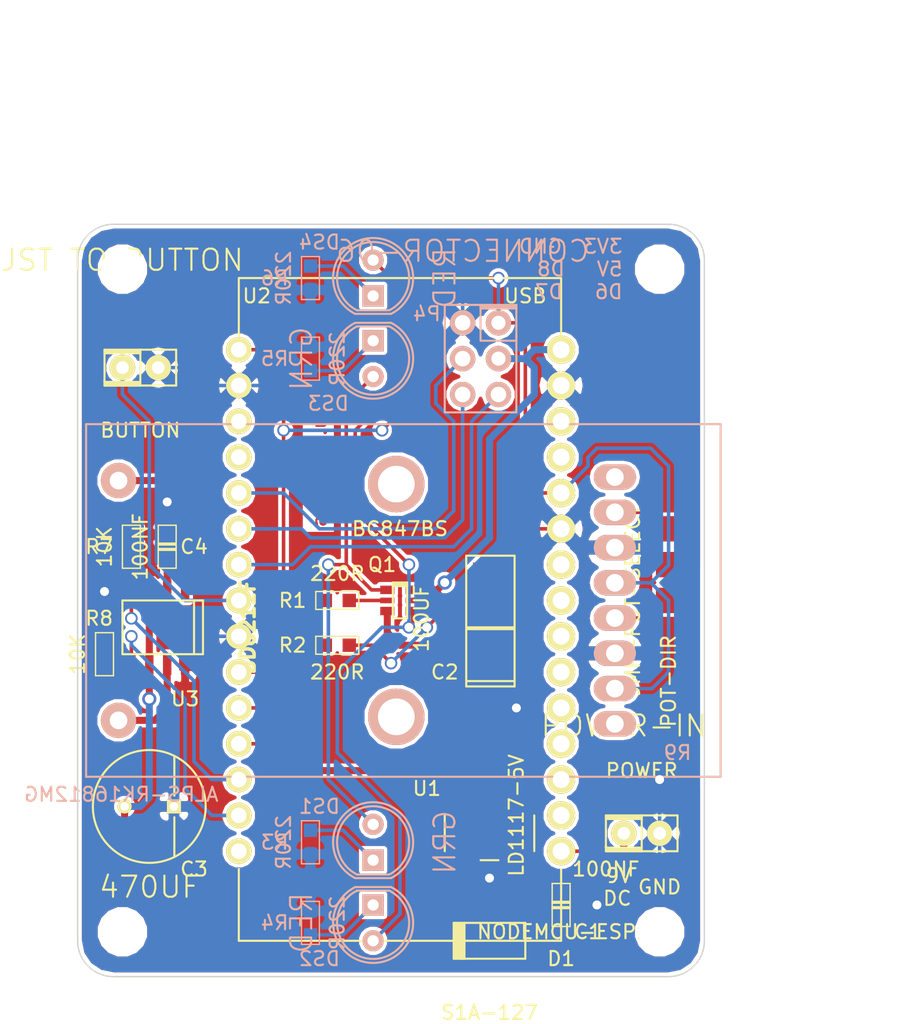
<source format=kicad_pcb>
(kicad_pcb (version 4) (host pcbnew 4.0.1-stable)

  (general
    (links 63)
    (no_connects 0)
    (area 41.228857 32.710001 107.399179 105.169)
    (thickness 1.6)
    (drawings 16)
    (tracks 277)
    (zones 0)
    (modules 30)
    (nets 27)
  )

  (page A3)
  (layers
    (0 F.Cu signal)
    (31 B.Cu signal)
    (32 B.Adhes user)
    (33 F.Adhes user)
    (34 B.Paste user)
    (35 F.Paste user)
    (36 B.SilkS user)
    (37 F.SilkS user)
    (38 B.Mask user)
    (39 F.Mask user)
    (40 Dwgs.User user)
    (41 Cmts.User user)
    (42 Eco1.User user)
    (43 Eco2.User user)
    (44 Edge.Cuts user)
  )

  (setup
    (last_trace_width 0.254)
    (trace_clearance 0.254)
    (zone_clearance 0.254)
    (zone_45_only no)
    (trace_min 0.254)
    (segment_width 0.2)
    (edge_width 0.1)
    (via_size 0.889)
    (via_drill 0.635)
    (via_min_size 0.889)
    (via_min_drill 0.508)
    (uvia_size 0.508)
    (uvia_drill 0.127)
    (uvias_allowed no)
    (uvia_min_size 0.508)
    (uvia_min_drill 0.127)
    (pcb_text_width 0.3)
    (pcb_text_size 1.5 1.5)
    (mod_edge_width 0.15)
    (mod_text_size 1 1)
    (mod_text_width 0.15)
    (pad_size 1.8 1.8)
    (pad_drill 0)
    (pad_to_mask_clearance 0)
    (aux_axis_origin 0 0)
    (visible_elements 7FFEFFFF)
    (pcbplotparams
      (layerselection 0x010f0_80000001)
      (usegerberextensions true)
      (excludeedgelayer true)
      (linewidth 0.150000)
      (plotframeref false)
      (viasonmask false)
      (mode 1)
      (useauxorigin false)
      (hpglpennumber 1)
      (hpglpenspeed 20)
      (hpglpendiameter 15)
      (hpglpenoverlay 2)
      (psnegative false)
      (psa4output false)
      (plotreference true)
      (plotvalue false)
      (plotinvisibletext false)
      (padsonsilk false)
      (subtractmaskfromsilk true)
      (outputformat 1)
      (mirror false)
      (drillshape 0)
      (scaleselection 1)
      (outputdirectory gerber/))
  )

  (net 0 "")
  (net 1 +5V)
  (net 2 /MOTOR-A)
  (net 3 /MOTOR-B)
  (net 4 3V3)
  (net 5 GND)
  (net 6 LED-GREEN)
  (net 7 LED-RED)
  (net 8 MOTOR-FWD)
  (net 9 MOTOR-REV)
  (net 10 N-000001)
  (net 11 N-0000010)
  (net 12 N-0000011)
  (net 13 N-0000012)
  (net 14 N-0000015)
  (net 15 N-0000016)
  (net 16 N-0000017)
  (net 17 N-0000018)
  (net 18 N-000002)
  (net 19 N-0000021)
  (net 20 N-0000022)
  (net 21 N-0000023)
  (net 22 N-0000024)
  (net 23 N-000003)
  (net 24 N-000004)
  (net 25 N-000007)
  (net 26 N-000009)

  (net_class Default "This is the default net class."
    (clearance 0.254)
    (trace_width 0.254)
    (via_dia 0.889)
    (via_drill 0.635)
    (uvia_dia 0.508)
    (uvia_drill 0.127)
    (add_net 3V3)
    (add_net GND)
    (add_net LED-GREEN)
    (add_net LED-RED)
    (add_net MOTOR-FWD)
    (add_net MOTOR-REV)
    (add_net N-000001)
    (add_net N-0000010)
    (add_net N-0000011)
    (add_net N-0000015)
    (add_net N-0000016)
    (add_net N-0000017)
    (add_net N-0000018)
    (add_net N-000002)
    (add_net N-0000021)
    (add_net N-0000022)
    (add_net N-0000023)
    (add_net N-0000024)
    (add_net N-000003)
    (add_net N-000007)
    (add_net N-000009)
  )

  (net_class Power ""
    (clearance 0.254)
    (trace_width 0.5)
    (via_dia 1)
    (via_drill 0.635)
    (uvia_dia 0.508)
    (uvia_drill 0.127)
    (add_net +5V)
    (add_net /MOTOR-A)
    (add_net /MOTOR-B)
    (add_net N-0000012)
    (add_net N-000004)
  )

  (module TO-252 (layer F.Cu) (tedit 56D1E600) (tstamp 56D1B0BD)
    (at 76.2 90.17 270)
    (tags DPAK)
    (path /56B2017A)
    (fp_text reference U1 (at -1.905 4.445 360) (layer F.SilkS)
      (effects (font (size 1 1) (thickness 0.15)))
    )
    (fp_text value LD1117-5V (at 0 -1.905 270) (layer F.SilkS)
      (effects (font (size 1 1) (thickness 0.15)))
    )
    (fp_line (start 3.175 -0.635) (end 3.175 0.635) (layer F.SilkS) (width 0.15))
    (fp_line (start 0 3.175) (end 2.54 3.175) (layer F.SilkS) (width 0.15))
    (fp_line (start 0 -3.175) (end 2.54 -3.175) (layer F.SilkS) (width 0.15))
    (pad 2 smd rect (at -3.175 0 270) (size 6.2 5.8) (layers F.Cu F.Paste F.Mask)
      (net 1 +5V))
    (pad 3 smd rect (at 4.08 -2.1 270) (size 3 1.6) (layers F.Cu F.Paste F.Mask)
      (net 13 N-0000012))
    (pad 1 smd rect (at 4.08 2.1 270) (size 3 1.6) (layers F.Cu F.Paste F.Mask)
      (net 5 GND))
  )

  (module SOP-8 (layer F.Cu) (tedit 56D1E6B2) (tstamp 56D1B0DA)
    (at 52.705 76.835 270)
    (path /56B21BE6)
    (fp_text reference U3 (at 5.08 -1.905 360) (layer F.SilkS)
      (effects (font (size 1 1) (thickness 0.15)))
    )
    (fp_text value BD6211F (at 0 -6.35 270) (layer F.SilkS)
      (effects (font (size 1 1) (thickness 0.25)))
    )
    (fp_line (start -1.905 -3.175) (end 1.905 -3.175) (layer F.SilkS) (width 0.15))
    (fp_line (start 1.905 -3.175) (end 1.905 2.54) (layer F.SilkS) (width 0.15))
    (fp_line (start 1.905 2.54) (end -1.905 2.54) (layer F.SilkS) (width 0.15))
    (fp_line (start -1.905 2.54) (end -1.905 -3.175) (layer F.SilkS) (width 0.15))
    (fp_line (start -1.905 -3.175) (end -1.905 -2.54) (layer F.SilkS) (width 0.15))
    (fp_line (start -1.905 -2.54) (end 1.905 -2.54) (layer F.SilkS) (width 0.15))
    (pad 1 smd rect (at -2.6 -1.905) (size 0.6 1.55) (layers F.Cu F.Paste F.Mask)
      (net 2 /MOTOR-A))
    (pad 2 smd rect (at -2.6 -0.635) (size 0.6 1.55) (layers F.Cu F.Paste F.Mask)
      (net 1 +5V))
    (pad 3 smd rect (at -2.6 0.635) (size 0.6 1.55) (layers F.Cu F.Paste F.Mask)
      (net 1 +5V))
    (pad 4 smd rect (at -2.6 1.905) (size 0.6 1.55) (layers F.Cu F.Paste F.Mask)
      (net 8 MOTOR-FWD))
    (pad 5 smd rect (at 2.6 1.905) (size 0.6 1.55) (layers F.Cu F.Paste F.Mask)
      (net 9 MOTOR-REV))
    (pad 6 smd rect (at 2.6 0.635) (size 0.6 1.55) (layers F.Cu F.Paste F.Mask)
      (net 1 +5V))
    (pad 7 smd rect (at 2.6 -0.635) (size 0.6 1.55) (layers F.Cu F.Paste F.Mask)
      (net 3 /MOTOR-B))
    (pad 8 smd rect (at 2.6 -1.905) (size 0.6 1.55) (layers F.Cu F.Paste F.Mask)
      (net 5 GND))
  )

  (module RESISTOR-0603-REFLOW (layer F.Cu) (tedit 56D1E5D5) (tstamp 56D1B0E4)
    (at 65.405 78.105 180)
    (path /56BBB4E0)
    (solder_mask_margin 0.1)
    (fp_text reference R2 (at 3.175 0 180) (layer F.SilkS)
      (effects (font (size 1 1) (thickness 0.15)))
    )
    (fp_text value 220R (at 0 -1.905 180) (layer F.SilkS)
      (effects (font (size 1 1) (thickness 0.15)))
    )
    (fp_line (start -1.524 -0.635) (end 1.524 -0.635) (layer F.SilkS) (width 0.1))
    (fp_line (start 1.524 -0.635) (end 1.524 0.635) (layer F.SilkS) (width 0.1))
    (fp_line (start 1.524 0.635) (end -1.524 0.635) (layer F.SilkS) (width 0.1))
    (fp_line (start -1.524 0.635) (end -1.524 -0.635) (layer F.SilkS) (width 0.1))
    (pad 1 smd rect (at -0.85 0 180) (size 0.95 0.95) (layers F.Cu F.Paste F.Mask)
      (net 11 N-0000010) (solder_mask_margin 0.1))
    (pad 2 smd rect (at 0.85 0 180) (size 0.95 0.95) (layers F.Cu F.Paste F.Mask)
      (net 7 LED-RED) (solder_paste_margin 0.1))
  )

  (module RESISTOR-0603-REFLOW (layer F.Cu) (tedit 56D1E5DB) (tstamp 56D1B0EE)
    (at 65.405 74.93 180)
    (path /56BBB6A2)
    (solder_mask_margin 0.1)
    (fp_text reference R1 (at 3.175 0 180) (layer F.SilkS)
      (effects (font (size 1 1) (thickness 0.15)))
    )
    (fp_text value 220R (at 0 1.905 180) (layer F.SilkS)
      (effects (font (size 1 1) (thickness 0.15)))
    )
    (fp_line (start -1.524 -0.635) (end 1.524 -0.635) (layer F.SilkS) (width 0.1))
    (fp_line (start 1.524 -0.635) (end 1.524 0.635) (layer F.SilkS) (width 0.1))
    (fp_line (start 1.524 0.635) (end -1.524 0.635) (layer F.SilkS) (width 0.1))
    (fp_line (start -1.524 0.635) (end -1.524 -0.635) (layer F.SilkS) (width 0.1))
    (pad 1 smd rect (at -0.85 0 180) (size 0.95 0.95) (layers F.Cu F.Paste F.Mask)
      (net 12 N-0000011) (solder_mask_margin 0.1))
    (pad 2 smd rect (at 0.85 0 180) (size 0.95 0.95) (layers F.Cu F.Paste F.Mask)
      (net 6 LED-GREEN) (solder_paste_margin 0.1))
  )

  (module RESISTOR-0603-REFLOW (layer B.Cu) (tedit 56D1E687) (tstamp 56D1B0F8)
    (at 63.5 92.075 90)
    (path /56BBB687)
    (solder_mask_margin 0.1)
    (fp_text reference R3 (at 0 -2.54 180) (layer B.SilkS)
      (effects (font (size 1 1) (thickness 0.15)) (justify mirror))
    )
    (fp_text value 220R (at 0 -1.905 90) (layer B.SilkS)
      (effects (font (size 1 1) (thickness 0.15)) (justify mirror))
    )
    (fp_line (start -1.524 0.635) (end 1.524 0.635) (layer B.SilkS) (width 0.1))
    (fp_line (start 1.524 0.635) (end 1.524 -0.635) (layer B.SilkS) (width 0.1))
    (fp_line (start 1.524 -0.635) (end -1.524 -0.635) (layer B.SilkS) (width 0.1))
    (fp_line (start -1.524 -0.635) (end -1.524 0.635) (layer B.SilkS) (width 0.1))
    (pad 1 smd rect (at -0.85 0 90) (size 0.95 0.95) (layers B.Cu B.Paste B.Mask)
      (net 5 GND) (solder_mask_margin 0.1))
    (pad 2 smd rect (at 0.85 0 90) (size 0.95 0.95) (layers B.Cu B.Paste B.Mask)
      (net 20 N-0000022) (solder_paste_margin 0.1))
  )

  (module RESISTOR-0603-REFLOW (layer B.Cu) (tedit 56D1E6E4) (tstamp 56D1B102)
    (at 63.5 57.785 270)
    (path /56BBB673)
    (solder_mask_margin 0.1)
    (fp_text reference R5 (at 0 2.54 360) (layer B.SilkS)
      (effects (font (size 1 1) (thickness 0.15)) (justify mirror))
    )
    (fp_text value 220R (at 0 -1.905 270) (layer B.SilkS)
      (effects (font (size 1 1) (thickness 0.15)) (justify mirror))
    )
    (fp_line (start -1.524 0.635) (end 1.524 0.635) (layer B.SilkS) (width 0.1))
    (fp_line (start 1.524 0.635) (end 1.524 -0.635) (layer B.SilkS) (width 0.1))
    (fp_line (start 1.524 -0.635) (end -1.524 -0.635) (layer B.SilkS) (width 0.1))
    (fp_line (start -1.524 -0.635) (end -1.524 0.635) (layer B.SilkS) (width 0.1))
    (pad 1 smd rect (at -0.85 0 270) (size 0.95 0.95) (layers B.Cu B.Paste B.Mask)
      (net 5 GND) (solder_mask_margin 0.1))
    (pad 2 smd rect (at 0.85 0 270) (size 0.95 0.95) (layers B.Cu B.Paste B.Mask)
      (net 21 N-0000023) (solder_paste_margin 0.1))
  )

  (module RESISTOR-0603-REFLOW (layer B.Cu) (tedit 56D1E682) (tstamp 56D1B10C)
    (at 63.5 97.79 270)
    (path /56BBB296)
    (solder_mask_margin 0.1)
    (fp_text reference R4 (at 0 2.54 360) (layer B.SilkS)
      (effects (font (size 1 1) (thickness 0.15)) (justify mirror))
    )
    (fp_text value 220R (at 0 -1.905 270) (layer B.SilkS)
      (effects (font (size 1 1) (thickness 0.15)) (justify mirror))
    )
    (fp_line (start -1.524 0.635) (end 1.524 0.635) (layer B.SilkS) (width 0.1))
    (fp_line (start 1.524 0.635) (end 1.524 -0.635) (layer B.SilkS) (width 0.1))
    (fp_line (start 1.524 -0.635) (end -1.524 -0.635) (layer B.SilkS) (width 0.1))
    (fp_line (start -1.524 -0.635) (end -1.524 0.635) (layer B.SilkS) (width 0.1))
    (pad 1 smd rect (at -0.85 0 270) (size 0.95 0.95) (layers B.Cu B.Paste B.Mask)
      (net 5 GND) (solder_mask_margin 0.1))
    (pad 2 smd rect (at 0.85 0 270) (size 0.95 0.95) (layers B.Cu B.Paste B.Mask)
      (net 15 N-0000016) (solder_paste_margin 0.1))
  )

  (module RESISTOR-0603-REFLOW (layer B.Cu) (tedit 56D1E6DD) (tstamp 56D1B116)
    (at 63.5 52.07 90)
    (path /56BBB102)
    (solder_mask_margin 0.1)
    (fp_text reference R6 (at 0 -2.54 180) (layer B.SilkS)
      (effects (font (size 1 1) (thickness 0.15)) (justify mirror))
    )
    (fp_text value 220R (at 0 -1.905 90) (layer B.SilkS)
      (effects (font (size 1 1) (thickness 0.15)) (justify mirror))
    )
    (fp_line (start -1.524 0.635) (end 1.524 0.635) (layer B.SilkS) (width 0.1))
    (fp_line (start 1.524 0.635) (end 1.524 -0.635) (layer B.SilkS) (width 0.1))
    (fp_line (start 1.524 -0.635) (end -1.524 -0.635) (layer B.SilkS) (width 0.1))
    (fp_line (start -1.524 -0.635) (end -1.524 0.635) (layer B.SilkS) (width 0.1))
    (pad 1 smd rect (at -0.85 0 90) (size 0.95 0.95) (layers B.Cu B.Paste B.Mask)
      (net 5 GND) (solder_mask_margin 0.1))
    (pad 2 smd rect (at 0.85 0 90) (size 0.95 0.95) (layers B.Cu B.Paste B.Mask)
      (net 16 N-0000017) (solder_paste_margin 0.1))
  )

  (module RESISTOR-0603-REFLOW (layer F.Cu) (tedit 56D2158C) (tstamp 56D1B120)
    (at 50.8 71.12 270)
    (path /56B66550)
    (solder_mask_margin 0.1)
    (fp_text reference R7 (at 0 2.286 360) (layer F.SilkS)
      (effects (font (size 1 1) (thickness 0.15)))
    )
    (fp_text value 10K (at 0 1.905 270) (layer F.SilkS)
      (effects (font (size 1 1) (thickness 0.15)))
    )
    (fp_line (start -1.524 -0.635) (end 1.524 -0.635) (layer F.SilkS) (width 0.1))
    (fp_line (start 1.524 -0.635) (end 1.524 0.635) (layer F.SilkS) (width 0.1))
    (fp_line (start 1.524 0.635) (end -1.524 0.635) (layer F.SilkS) (width 0.1))
    (fp_line (start -1.524 0.635) (end -1.524 -0.635) (layer F.SilkS) (width 0.1))
    (pad 1 smd rect (at -0.85 0 270) (size 0.95 0.95) (layers F.Cu F.Paste F.Mask)
      (net 5 GND) (solder_mask_margin 0.1))
    (pad 2 smd rect (at 0.85 0 270) (size 0.95 0.95) (layers F.Cu F.Paste F.Mask)
      (net 8 MOTOR-FWD) (solder_paste_margin 0.1))
  )

  (module RESISTOR-0603-REFLOW (layer F.Cu) (tedit 56D21587) (tstamp 56D1B12A)
    (at 48.895 78.74 270)
    (path /56B66556)
    (solder_mask_margin 0.1)
    (fp_text reference R8 (at -2.54 0.381 360) (layer F.SilkS)
      (effects (font (size 1 1) (thickness 0.15)))
    )
    (fp_text value 10K (at 0 1.905 270) (layer F.SilkS)
      (effects (font (size 1 1) (thickness 0.15)))
    )
    (fp_line (start -1.524 -0.635) (end 1.524 -0.635) (layer F.SilkS) (width 0.1))
    (fp_line (start 1.524 -0.635) (end 1.524 0.635) (layer F.SilkS) (width 0.1))
    (fp_line (start 1.524 0.635) (end -1.524 0.635) (layer F.SilkS) (width 0.1))
    (fp_line (start -1.524 0.635) (end -1.524 -0.635) (layer F.SilkS) (width 0.1))
    (pad 1 smd rect (at -0.85 0 270) (size 0.95 0.95) (layers F.Cu F.Paste F.Mask)
      (net 5 GND) (solder_mask_margin 0.1))
    (pad 2 smd rect (at 0.85 0 270) (size 0.95 0.95) (layers F.Cu F.Paste F.Mask)
      (net 9 MOTOR-REV) (solder_paste_margin 0.1))
  )

  (module NODEMCU-DEVKIT (layer F.Cu) (tedit 56D20EF3) (tstamp 56D1B153)
    (at 81.28 92.71 180)
    (path /56BBBA62)
    (fp_text reference U2 (at 21.59 39.37 180) (layer F.SilkS)
      (effects (font (size 1 1) (thickness 0.15)))
    )
    (fp_text value NODEMCU-ESP12 (at -0.635 -5.715 180) (layer F.SilkS)
      (effects (font (size 1 1) (thickness 0.15)))
    )
    (fp_text user USB (at 2.54 39.37 180) (layer F.SilkS)
      (effects (font (size 1 1) (thickness 0.15)))
    )
    (fp_line (start 22.86 35.56) (end 22.86 40.64) (layer F.SilkS) (width 0.15))
    (fp_line (start 22.86 40.64) (end 0 40.64) (layer F.SilkS) (width 0.15))
    (fp_line (start 0 40.64) (end 0 35.56) (layer F.SilkS) (width 0.15))
    (fp_line (start 22.86 -6.35) (end 22.86 -1.27) (layer F.SilkS) (width 0.15))
    (fp_line (start 0 -6.35) (end 0 -1.27) (layer F.SilkS) (width 0.15))
    (fp_line (start 22.86 -6.35) (end 0 -6.35) (layer F.SilkS) (width 0.15))
    (pad 1 thru_hole circle (at 0 0 180) (size 2 2) (drill 1.2) (layers *.Cu *.Mask F.SilkS)
      (net 10 N-000001))
    (pad 2 thru_hole circle (at 0 2.54 180) (size 2 2) (drill 1.2) (layers *.Cu *.Mask F.SilkS))
    (pad 3 thru_hole circle (at 0 5.08 180) (size 2 2) (drill 1.2) (layers *.Cu *.Mask F.SilkS))
    (pad 4 thru_hole circle (at 0 7.62 180) (size 2 2) (drill 1.2) (layers *.Cu *.Mask F.SilkS))
    (pad 5 thru_hole circle (at 0 10.16 180) (size 2 2) (drill 1.2) (layers *.Cu *.Mask F.SilkS))
    (pad 6 thru_hole circle (at 0 12.7 180) (size 2 2) (drill 1.2) (layers *.Cu *.Mask F.SilkS))
    (pad 7 thru_hole circle (at 0 15.24 180) (size 2 2) (drill 1.2) (layers *.Cu *.Mask F.SilkS))
    (pad 8 thru_hole circle (at 0 17.78 180) (size 2 2) (drill 1.2) (layers *.Cu *.Mask F.SilkS))
    (pad 9 thru_hole circle (at 0 20.32 180) (size 2 2) (drill 1.2) (layers *.Cu *.Mask F.SilkS))
    (pad 10 thru_hole circle (at 0 22.86 180) (size 2 2) (drill 1.2) (layers *.Cu *.Mask F.SilkS)
      (net 5 GND))
    (pad 11 thru_hole circle (at 0 25.4 180) (size 2 2) (drill 1.2) (layers *.Cu *.Mask F.SilkS)
      (net 4 3V3))
    (pad 12 thru_hole circle (at 0 27.94 180) (size 2 2) (drill 1.2) (layers *.Cu *.Mask F.SilkS))
    (pad 13 thru_hole circle (at 0 30.48 180) (size 2 2) (drill 1.2) (layers *.Cu *.Mask F.SilkS))
    (pad 14 thru_hole circle (at 0 33.02 180) (size 2 2) (drill 1.2) (layers *.Cu *.Mask F.SilkS)
      (net 5 GND))
    (pad 15 thru_hole circle (at 0 35.56 180) (size 2 2) (drill 1.2) (layers *.Cu *.Mask F.SilkS)
      (net 1 +5V))
    (pad 16 thru_hole circle (at 22.86 35.56 180) (size 1.8 1.8) (drill 1.1) (layers *.Cu *.Mask F.SilkS)
      (net 4 3V3))
    (pad 17 thru_hole circle (at 22.86 33.02 180) (size 1.8 1.8) (drill 1.1) (layers *.Cu *.Mask F.SilkS)
      (net 5 GND))
    (pad 18 thru_hole circle (at 22.86 30.48 180) (size 1.8 1.8) (drill 1.1) (layers *.Cu *.Mask F.SilkS))
    (pad 19 thru_hole circle (at 22.86 27.94 180) (size 1.8 1.8) (drill 1.1) (layers *.Cu *.Mask F.SilkS))
    (pad 20 thru_hole circle (at 22.86 25.4 180) (size 1.8 1.8) (drill 1.1) (layers *.Cu *.Mask F.SilkS)
      (net 14 N-0000015))
    (pad 21 thru_hole circle (at 22.86 22.86 180) (size 1.8 1.8) (drill 1.1) (layers *.Cu *.Mask F.SilkS)
      (net 26 N-000009))
    (pad 22 thru_hole circle (at 22.86 20.32 180) (size 1.8 1.8) (drill 1.1) (layers *.Cu *.Mask F.SilkS)
      (net 25 N-000007))
    (pad 23 thru_hole circle (at 22.86 17.78 180) (size 1.8 1.8) (drill 1.1) (layers *.Cu *.Mask F.SilkS)
      (net 19 N-0000021))
    (pad 24 thru_hole circle (at 22.86 15.24 180) (size 1.8 1.8) (drill 1.1) (layers *.Cu *.Mask F.SilkS)
      (net 5 GND))
    (pad 25 thru_hole circle (at 22.86 12.7 180) (size 1.8 1.8) (drill 1.1) (layers *.Cu *.Mask F.SilkS)
      (net 4 3V3))
    (pad 26 thru_hole circle (at 22.86 10.16 180) (size 1.8 1.8) (drill 1.1) (layers *.Cu *.Mask F.SilkS)
      (net 6 LED-GREEN))
    (pad 27 thru_hole circle (at 22.86 7.62 180) (size 1.8 1.8) (drill 1.1) (layers *.Cu *.Mask F.SilkS)
      (net 7 LED-RED))
    (pad 28 thru_hole circle (at 22.86 5.08 180) (size 1.8 1.8) (drill 1.1) (layers *.Cu *.Mask F.SilkS)
      (net 8 MOTOR-FWD))
    (pad 29 thru_hole circle (at 22.86 2.54 180) (size 1.8 1.8) (drill 1.1) (layers *.Cu *.Mask F.SilkS)
      (net 9 MOTOR-REV))
    (pad 30 thru_hole circle (at 22.86 0 180) (size 1.8 1.8) (drill 1.1) (layers *.Cu *.Mask F.SilkS))
  )

  (module LED-5MM (layer B.Cu) (tedit 56D1E6D7) (tstamp 56D1B15D)
    (at 67.945 57.785 270)
    (path /56BBA5C3)
    (fp_text reference DS3 (at 3.175 3.175 360) (layer B.SilkS)
      (effects (font (size 1 1) (thickness 0.15)) (justify mirror))
    )
    (fp_text value GRN (at 0 5.08 270) (layer B.SilkS)
      (effects (font (size 1.5 1.5) (thickness 0.15)) (justify mirror))
    )
    (fp_arc (start 0 0) (end -2.54 1.27) (angle -307) (layer B.SilkS) (width 0.15))
    (fp_line (start -2.54 1.27) (end -2.54 -1.27) (layer B.SilkS) (width 0.15))
    (fp_arc (start 0 0) (end -2.286 1.143) (angle -307) (layer B.SilkS) (width 0.15))
    (fp_line (start -2.286 1.143) (end -2.286 -1.143) (layer B.SilkS) (width 0.15))
    (pad C thru_hole rect (at -1.27 0 270) (size 1.5 1.5) (drill 0.8) (layers *.Cu *.Mask B.SilkS)
      (net 21 N-0000023))
    (pad A thru_hole circle (at 1.27 0 270) (size 1.5 1.5) (drill 0.8) (layers *.Cu *.Mask B.SilkS)
      (net 17 N-0000018))
  )

  (module LED-5MM (layer B.Cu) (tedit 56D1E6EE) (tstamp 56D1B167)
    (at 67.945 52.07 90)
    (path /56BBA5E6)
    (fp_text reference DS4 (at 2.54 -3.81 180) (layer B.SilkS)
      (effects (font (size 1 1) (thickness 0.15)) (justify mirror))
    )
    (fp_text value RED (at 0 5.08 90) (layer B.SilkS)
      (effects (font (size 1.5 1.5) (thickness 0.15)) (justify mirror))
    )
    (fp_arc (start 0 0) (end -2.54 1.27) (angle -307) (layer B.SilkS) (width 0.15))
    (fp_line (start -2.54 1.27) (end -2.54 -1.27) (layer B.SilkS) (width 0.15))
    (fp_arc (start 0 0) (end -2.286 1.143) (angle -307) (layer B.SilkS) (width 0.15))
    (fp_line (start -2.286 1.143) (end -2.286 -1.143) (layer B.SilkS) (width 0.15))
    (pad C thru_hole rect (at -1.27 0 90) (size 1.5 1.5) (drill 0.8) (layers *.Cu *.Mask B.SilkS)
      (net 16 N-0000017))
    (pad A thru_hole circle (at 1.27 0 90) (size 1.5 1.5) (drill 0.8) (layers *.Cu *.Mask B.SilkS)
      (net 22 N-0000024))
  )

  (module LED-5MM (layer B.Cu) (tedit 56D1E67B) (tstamp 56D1B171)
    (at 67.945 97.79 270)
    (path /56BBA5E0)
    (fp_text reference DS2 (at 2.54 3.81 360) (layer B.SilkS)
      (effects (font (size 1 1) (thickness 0.15)) (justify mirror))
    )
    (fp_text value RED (at 0 5.08 270) (layer B.SilkS)
      (effects (font (size 1.5 1.5) (thickness 0.15)) (justify mirror))
    )
    (fp_arc (start 0 0) (end -2.54 1.27) (angle -307) (layer B.SilkS) (width 0.15))
    (fp_line (start -2.54 1.27) (end -2.54 -1.27) (layer B.SilkS) (width 0.15))
    (fp_arc (start 0 0) (end -2.286 1.143) (angle -307) (layer B.SilkS) (width 0.15))
    (fp_line (start -2.286 1.143) (end -2.286 -1.143) (layer B.SilkS) (width 0.15))
    (pad C thru_hole rect (at -1.27 0 270) (size 1.5 1.5) (drill 0.8) (layers *.Cu *.Mask B.SilkS)
      (net 15 N-0000016))
    (pad A thru_hole circle (at 1.27 0 270) (size 1.5 1.5) (drill 0.8) (layers *.Cu *.Mask B.SilkS)
      (net 22 N-0000024))
  )

  (module LED-5MM (layer B.Cu) (tedit 56D1E69D) (tstamp 56D1B17B)
    (at 67.945 92.075 90)
    (path /56BBA5DA)
    (fp_text reference DS1 (at 2.54 -3.81 180) (layer B.SilkS)
      (effects (font (size 1 1) (thickness 0.15)) (justify mirror))
    )
    (fp_text value GRN (at 0 5.08 90) (layer B.SilkS)
      (effects (font (size 1.5 1.5) (thickness 0.15)) (justify mirror))
    )
    (fp_arc (start 0 0) (end -2.54 1.27) (angle -307) (layer B.SilkS) (width 0.15))
    (fp_line (start -2.54 1.27) (end -2.54 -1.27) (layer B.SilkS) (width 0.15))
    (fp_arc (start 0 0) (end -2.286 1.143) (angle -307) (layer B.SilkS) (width 0.15))
    (fp_line (start -2.286 1.143) (end -2.286 -1.143) (layer B.SilkS) (width 0.15))
    (pad C thru_hole rect (at -1.27 0 90) (size 1.5 1.5) (drill 0.8) (layers *.Cu *.Mask B.SilkS)
      (net 20 N-0000022))
    (pad A thru_hole circle (at 1.27 0 90) (size 1.5 1.5) (drill 0.8) (layers *.Cu *.Mask B.SilkS)
      (net 17 N-0000018))
  )

  (module DIODE-SMA (layer F.Cu) (tedit 56D1E61A) (tstamp 56D1B18C)
    (at 76.2 99.06 180)
    (path /56B24872)
    (fp_text reference D1 (at -5.08 -1.27 180) (layer F.SilkS)
      (effects (font (size 1 1) (thickness 0.15)))
    )
    (fp_text value S1A-127 (at 0 -5.08 180) (layer F.SilkS)
      (effects (font (size 1 1) (thickness 0.15)))
    )
    (fp_line (start 2.413 -1.27) (end 2.413 1.27) (layer F.SilkS) (width 0.15))
    (fp_line (start 2.159 1.143) (end 2.159 -1.143) (layer F.SilkS) (width 0.15))
    (fp_line (start 1.905 -1.27) (end 1.905 1.143) (layer F.SilkS) (width 0.15))
    (fp_line (start 2.032 1.27) (end 2.032 -1.27) (layer F.SilkS) (width 0.15))
    (fp_line (start 2.032 -1.27) (end 1.778 -1.27) (layer F.SilkS) (width 0.15))
    (fp_line (start 1.778 -1.27) (end 1.778 1.27) (layer F.SilkS) (width 0.15))
    (fp_line (start 2.286 -1.27) (end 2.286 1.27) (layer F.SilkS) (width 0.15))
    (fp_line (start -2.54 -1.27) (end 2.54 -1.27) (layer F.SilkS) (width 0.15))
    (fp_line (start 2.54 -1.27) (end 2.54 1.27) (layer F.SilkS) (width 0.15))
    (fp_line (start 2.54 1.27) (end -2.54 1.27) (layer F.SilkS) (width 0.15))
    (fp_line (start -2.54 1.27) (end -2.54 -1.27) (layer F.SilkS) (width 0.15))
    (pad A smd rect (at -2 0 180) (size 2.5 1.7) (layers F.Cu F.Paste F.Mask)
      (net 24 N-000004))
    (pad C smd rect (at 2 0 180) (size 2.5 1.7) (layers F.Cu F.Paste F.Mask)
      (net 13 N-0000012))
  )

  (module CONN-02 (layer F.Cu) (tedit 56D21025) (tstamp 56D1B200)
    (at 85.725 91.44)
    (path /56B24863)
    (fp_text reference POWER (at 1.27 -4.445) (layer F.SilkS)
      (effects (font (size 1 1) (thickness 0.15)))
    )
    (fp_text value POWER-IN (at 0 -7.62) (layer F.SilkS)
      (effects (font (size 1.5 1.5) (thickness 0.15)))
    )
    (fp_line (start -1.27 -1.143) (end 1.27 -1.143) (layer F.SilkS) (width 0.15))
    (fp_line (start 1.27 -1.143) (end 1.27 -1.016) (layer F.SilkS) (width 0.15))
    (fp_line (start 1.27 -1.016) (end -1.27 -1.016) (layer F.SilkS) (width 0.15))
    (fp_line (start -1.143 1.143) (end 1.143 1.143) (layer F.SilkS) (width 0.15))
    (fp_line (start 1.143 1.143) (end 1.143 1.016) (layer F.SilkS) (width 0.15))
    (fp_line (start 1.143 1.016) (end -1.143 1.016) (layer F.SilkS) (width 0.15))
    (fp_line (start -1.143 1.016) (end -1.27 1.016) (layer F.SilkS) (width 0.15))
    (fp_line (start -1.27 1.016) (end -1.27 0.889) (layer F.SilkS) (width 0.15))
    (fp_line (start -1.27 0.889) (end -1.27 1.016) (layer F.SilkS) (width 0.15))
    (fp_line (start -1.27 1.27) (end 1.27 1.27) (layer F.SilkS) (width 0.15))
    (fp_line (start 1.27 1.27) (end -1.27 1.27) (layer F.SilkS) (width 0.15))
    (fp_line (start -1.27 1.27) (end -1.27 -1.27) (layer F.SilkS) (width 0.15))
    (fp_line (start -1.27 -1.27) (end 1.27 -1.27) (layer F.SilkS) (width 0.15))
    (fp_line (start 1.27 -1.27) (end 1.27 1.27) (layer F.SilkS) (width 0.15))
    (fp_line (start 1.27 1.27) (end 3.81 1.27) (layer F.SilkS) (width 0.15))
    (fp_line (start 3.81 1.27) (end 3.81 -1.27) (layer F.SilkS) (width 0.15))
    (fp_line (start 3.81 -1.27) (end 1.27 -1.27) (layer F.SilkS) (width 0.15))
    (pad 1 thru_hole circle (at 0 0) (size 1.8 1.8) (drill 0.9) (layers *.Cu *.Mask F.SilkS)
      (net 24 N-000004))
    (pad 2 thru_hole circle (at 2.54 0) (size 1.8 1.8) (drill 0.9) (layers *.Cu *.Mask F.SilkS)
      (net 5 GND))
  )

  (module CONN-02 (layer F.Cu) (tedit 56D2102F) (tstamp 56D1B217)
    (at 50.165 58.42)
    (path /56BBAC73)
    (fp_text reference BUTTON (at 1.27 4.445) (layer F.SilkS)
      (effects (font (size 1 1) (thickness 0.15)))
    )
    (fp_text value "JST TO BUTTON" (at 0 -7.62) (layer F.SilkS)
      (effects (font (size 1.5 1.5) (thickness 0.15)))
    )
    (fp_line (start -1.27 -1.143) (end 1.27 -1.143) (layer F.SilkS) (width 0.15))
    (fp_line (start 1.27 -1.143) (end 1.27 -1.016) (layer F.SilkS) (width 0.15))
    (fp_line (start 1.27 -1.016) (end -1.27 -1.016) (layer F.SilkS) (width 0.15))
    (fp_line (start -1.143 1.143) (end 1.143 1.143) (layer F.SilkS) (width 0.15))
    (fp_line (start 1.143 1.143) (end 1.143 1.016) (layer F.SilkS) (width 0.15))
    (fp_line (start 1.143 1.016) (end -1.143 1.016) (layer F.SilkS) (width 0.15))
    (fp_line (start -1.143 1.016) (end -1.27 1.016) (layer F.SilkS) (width 0.15))
    (fp_line (start -1.27 1.016) (end -1.27 0.889) (layer F.SilkS) (width 0.15))
    (fp_line (start -1.27 0.889) (end -1.27 1.016) (layer F.SilkS) (width 0.15))
    (fp_line (start -1.27 1.27) (end 1.27 1.27) (layer F.SilkS) (width 0.15))
    (fp_line (start 1.27 1.27) (end -1.27 1.27) (layer F.SilkS) (width 0.15))
    (fp_line (start -1.27 1.27) (end -1.27 -1.27) (layer F.SilkS) (width 0.15))
    (fp_line (start -1.27 -1.27) (end 1.27 -1.27) (layer F.SilkS) (width 0.15))
    (fp_line (start 1.27 -1.27) (end 1.27 1.27) (layer F.SilkS) (width 0.15))
    (fp_line (start 1.27 1.27) (end 3.81 1.27) (layer F.SilkS) (width 0.15))
    (fp_line (start 3.81 1.27) (end 3.81 -1.27) (layer F.SilkS) (width 0.15))
    (fp_line (start 3.81 -1.27) (end 1.27 -1.27) (layer F.SilkS) (width 0.15))
    (pad 1 thru_hole circle (at 0 0) (size 1.8 1.8) (drill 0.9) (layers *.Cu *.Mask F.SilkS)
      (net 19 N-0000021))
    (pad 2 thru_hole circle (at 2.54 0) (size 1.8 1.8) (drill 0.9) (layers *.Cu *.Mask F.SilkS)
      (net 5 GND))
  )

  (module CAPACITOR-POL-D_8MMxP_3.5MM (layer F.Cu) (tedit 56D21209) (tstamp 56D1B220)
    (at 52.07 89.535)
    (path /56B21671)
    (fp_text reference C3 (at 3.175 4.445) (layer F.SilkS)
      (effects (font (size 1 1) (thickness 0.15)))
    )
    (fp_text value 470UF (at 0 5.715) (layer F.SilkS)
      (effects (font (size 1.5 1.5) (thickness 0.15)))
    )
    (fp_line (start 1.778 0.762) (end 1.778 3.556) (layer F.SilkS) (width 0.15))
    (fp_line (start 1.778 -0.762) (end 1.778 -3.556) (layer F.SilkS) (width 0.15))
    (fp_circle (center 0 0) (end 4 0) (layer F.SilkS) (width 0.15))
    (pad A thru_hole circle (at -1.75 0) (size 1 1) (drill 0.6) (layers *.Cu *.Mask F.SilkS)
      (net 1 +5V))
    (pad C thru_hole rect (at 1.75 0) (size 1 1) (drill 0.6) (layers *.Cu *.Mask F.SilkS)
      (net 5 GND))
  )

  (module CAPACITOR-NP-0603-REFLOW (layer F.Cu) (tedit 56D2156E) (tstamp 56D1B246)
    (at 81.28 96.52 90)
    (path /56B20536)
    (solder_mask_margin 0.1)
    (fp_text reference C1 (at -1.905 1.905 180) (layer F.SilkS)
      (effects (font (size 1 1) (thickness 0.15)))
    )
    (fp_text value 100NF (at 2.54 3.175 180) (layer F.SilkS)
      (effects (font (size 1 1) (thickness 0.15)))
    )
    (fp_line (start 0.1905 -0.635) (end 0.1905 0.635) (layer F.SilkS) (width 0.1))
    (fp_line (start -0.1905 0.635) (end -0.1905 -0.635) (layer F.SilkS) (width 0.1))
    (fp_line (start 0.254 -0.635) (end 0.254 0.635) (layer F.SilkS) (width 0.1))
    (fp_line (start 0.254 0.635) (end 0.127 0.635) (layer F.SilkS) (width 0.1))
    (fp_line (start 0.127 0.635) (end 0.127 -0.635) (layer F.SilkS) (width 0.1))
    (fp_line (start 0.127 -0.635) (end 0.254 -0.635) (layer F.SilkS) (width 0.1))
    (fp_line (start -0.254 -0.635) (end -0.254 0.635) (layer F.SilkS) (width 0.1))
    (fp_line (start -0.254 0.635) (end -0.127 0.635) (layer F.SilkS) (width 0.1))
    (fp_line (start -0.127 0.635) (end -0.127 -0.635) (layer F.SilkS) (width 0.1))
    (fp_line (start -0.127 -0.635) (end -0.254 -0.635) (layer F.SilkS) (width 0.1))
    (fp_line (start -1.524 -0.635) (end 1.524 -0.635) (layer F.SilkS) (width 0.1))
    (fp_line (start 1.524 -0.635) (end 1.524 0.635) (layer F.SilkS) (width 0.1))
    (fp_line (start 1.524 0.635) (end -1.524 0.635) (layer F.SilkS) (width 0.1))
    (fp_line (start -1.524 0.635) (end -1.524 -0.635) (layer F.SilkS) (width 0.1))
    (pad 1 smd rect (at -0.85 0 90) (size 0.95 0.95) (layers F.Cu F.Paste F.Mask)
      (net 5 GND) (solder_mask_margin 0.1))
    (pad 2 smd rect (at 0.85 0 90) (size 0.95 0.95) (layers F.Cu F.Paste F.Mask)
      (net 13 N-0000012) (solder_paste_margin 0.1))
  )

  (module ALPS-RK16812MG-10kBx2 (layer B.Cu) (tedit 56D21201) (tstamp 56D1B25A)
    (at 85.09 74.93)
    (path /56D1B4BF)
    (fp_text reference R9 (at 4.445 10.795) (layer B.SilkS)
      (effects (font (size 1 1) (thickness 0.15)) (justify mirror))
    )
    (fp_text value ALPS-RK16812MG (at -35 13.75) (layer B.SilkS)
      (effects (font (size 1 1) (thickness 0.15)) (justify mirror))
    )
    (fp_line (start -37.5 -12.5) (end 7.5 -12.5) (layer B.SilkS) (width 0.15))
    (fp_line (start -37.5 12.5) (end 7.5 12.5) (layer B.SilkS) (width 0.15))
    (fp_line (start -37.5 -12.5) (end -37.5 12.5) (layer B.SilkS) (width 0.15))
    (fp_line (start 7.5 -12.5) (end 7.5 12.5) (layer B.SilkS) (width 0.15))
    (pad A1 thru_hole oval (at 0 -1.25) (size 3 1.8) (drill 1.25) (layers *.Cu *.Mask B.SilkS)
      (net 4 3V3))
    (pad A2 thru_hole oval (at 0 1.25) (size 3 1.8) (drill 1.25) (layers *.Cu *.Mask B.SilkS)
      (net 23 N-000003))
    (pad A3 thru_hole oval (at 0 3.75) (size 3 1.8) (drill 1.25) (layers *.Cu *.Mask B.SilkS)
      (net 5 GND))
    (pad B1 thru_hole oval (at 0 -3.75) (size 3 1.8) (drill 1.25) (layers *.Cu *.Mask B.SilkS)
      (net 5 GND))
    (pad B2 thru_hole oval (at 0 -6.25) (size 3 1.8) (drill 1.25) (layers *.Cu *.Mask B.SilkS)
      (net 18 N-000002))
    (pad B3 thru_hole oval (at 0 6.25) (size 3 1.8) (drill 1.25) (layers *.Cu *.Mask B.SilkS)
      (net 4 3V3))
    (pad DNC1 thru_hole oval (at 0 8.75) (size 3 1.8) (drill 1.25) (layers *.Cu *.Mask B.SilkS))
    (pad DNC2 thru_hole oval (at 0 -8.75) (size 3 1.8) (drill 1.25) (layers *.Cu *.Mask B.SilkS))
    (pad DNC3 thru_hole circle (at -15.5 8.25) (size 4 4) (drill 2.6) (layers *.Cu *.Mask B.SilkS))
    (pad DNC4 thru_hole circle (at -15.5 -8.25) (size 4 4) (drill 2.6) (layers *.Cu *.Mask B.SilkS))
    (pad MA thru_hole circle (at -35.2 8.5) (size 2.5 2.5) (drill 1.25) (layers *.Cu *.Mask B.SilkS)
      (net 3 /MOTOR-B))
    (pad MB thru_hole circle (at -35.2 -8.5) (size 2.5 2.5) (drill 1.25) (layers *.Cu *.Mask B.SilkS)
      (net 2 /MOTOR-A))
  )

  (module CAPACITOR-NP-0603-REFLOW (layer F.Cu) (tedit 56D1E6C6) (tstamp 56D1B5F9)
    (at 53.34 71.12 270)
    (path /56B21CD9)
    (solder_mask_margin 0.1)
    (fp_text reference C4 (at 0 -1.905 360) (layer F.SilkS)
      (effects (font (size 1 1) (thickness 0.15)))
    )
    (fp_text value 100NF (at 0 1.905 270) (layer F.SilkS)
      (effects (font (size 1 1) (thickness 0.15)))
    )
    (fp_line (start 0.1905 -0.635) (end 0.1905 0.635) (layer F.SilkS) (width 0.1))
    (fp_line (start -0.1905 0.635) (end -0.1905 -0.635) (layer F.SilkS) (width 0.1))
    (fp_line (start 0.254 -0.635) (end 0.254 0.635) (layer F.SilkS) (width 0.1))
    (fp_line (start 0.254 0.635) (end 0.127 0.635) (layer F.SilkS) (width 0.1))
    (fp_line (start 0.127 0.635) (end 0.127 -0.635) (layer F.SilkS) (width 0.1))
    (fp_line (start 0.127 -0.635) (end 0.254 -0.635) (layer F.SilkS) (width 0.1))
    (fp_line (start -0.254 -0.635) (end -0.254 0.635) (layer F.SilkS) (width 0.1))
    (fp_line (start -0.254 0.635) (end -0.127 0.635) (layer F.SilkS) (width 0.1))
    (fp_line (start -0.127 0.635) (end -0.127 -0.635) (layer F.SilkS) (width 0.1))
    (fp_line (start -0.127 -0.635) (end -0.254 -0.635) (layer F.SilkS) (width 0.1))
    (fp_line (start -1.524 -0.635) (end 1.524 -0.635) (layer F.SilkS) (width 0.1))
    (fp_line (start 1.524 -0.635) (end 1.524 0.635) (layer F.SilkS) (width 0.1))
    (fp_line (start 1.524 0.635) (end -1.524 0.635) (layer F.SilkS) (width 0.1))
    (fp_line (start -1.524 0.635) (end -1.524 -0.635) (layer F.SilkS) (width 0.1))
    (pad 1 smd rect (at -0.85 0 270) (size 0.95 0.95) (layers F.Cu F.Paste F.Mask)
      (net 5 GND) (solder_mask_margin 0.1))
    (pad 2 smd rect (at 0.85 0 270) (size 0.95 0.95) (layers F.Cu F.Paste F.Mask)
      (net 1 +5V) (solder_paste_margin 0.1))
  )

  (module CAP_POL_KEMET_C (layer F.Cu) (tedit 56D1E6AA) (tstamp 56D1B232)
    (at 76.2 76.2 270)
    (path /56BBAB48)
    (fp_text reference C2 (at 3.81 3.175 360) (layer F.SilkS)
      (effects (font (size 1 1) (thickness 0.15)))
    )
    (fp_text value 100UF (at 0 4.826 270) (layer F.SilkS)
      (effects (font (size 1 1) (thickness 0.15)))
    )
    (fp_line (start 4.572 1.651) (end 4.445 1.651) (layer F.SilkS) (width 0.15))
    (fp_line (start 4.445 -1.778) (end 4.826 -1.778) (layer F.SilkS) (width 0.15))
    (fp_line (start 4.826 -1.778) (end 4.826 1.651) (layer F.SilkS) (width 0.15))
    (fp_line (start 4.826 1.651) (end 4.572 1.651) (layer F.SilkS) (width 0.15))
    (fp_line (start 0.762 -1.778) (end 0.762 1.651) (layer F.SilkS) (width 0.15))
    (fp_line (start 0.635 -1.778) (end 0.635 1.651) (layer F.SilkS) (width 0.15))
    (fp_line (start -4.445 -1.778) (end 4.445 -1.778) (layer F.SilkS) (width 0.15))
    (fp_line (start 4.445 -1.778) (end 4.445 1.651) (layer F.SilkS) (width 0.15))
    (fp_line (start 4.445 1.651) (end -4.445 1.651) (layer F.SilkS) (width 0.15))
    (fp_line (start -4.445 1.651) (end -4.445 -1.778) (layer F.SilkS) (width 0.15))
    (pad A smd rect (at 2.57 0 270) (size 2.77 2.35) (layers F.Cu F.Paste F.Mask)
      (net 1 +5V))
    (pad C smd rect (at -2.57 0 270) (size 2.77 2.35) (layers F.Cu F.Paste F.Mask)
      (net 5 GND))
  )

  (module SOT363 (layer F.Cu) (tedit 56D1E58C) (tstamp 56D1B0C8)
    (at 69.85 74.93)
    (path /56C06B63)
    (fp_text reference Q1 (at -1.27 -2.54) (layer F.SilkS)
      (effects (font (size 1 1) (thickness 0.15)))
    )
    (fp_text value BC847BS (at 0 -5.08) (layer F.SilkS)
      (effects (font (size 1 1) (thickness 0.15)))
    )
    (fp_line (start 0.508 -1.143) (end -0.508 -1.143) (layer F.SilkS) (width 0.15))
    (fp_line (start -0.508 -1.016) (end 0.508 -1.016) (layer F.SilkS) (width 0.15))
    (fp_line (start -0.508 -1.27) (end 0.508 -1.27) (layer F.SilkS) (width 0.15))
    (fp_line (start 0.508 -1.27) (end 0.508 1.27) (layer F.SilkS) (width 0.15))
    (fp_line (start 0.508 1.27) (end -0.508 1.27) (layer F.SilkS) (width 0.15))
    (fp_line (start -0.508 1.27) (end -0.508 -1.27) (layer F.SilkS) (width 0.15))
    (pad 5 smd rect (at 0.9 0) (size 1 0.4) (layers F.Cu F.Paste F.Mask)
      (net 11 N-0000010) (clearance 0.1))
    (pad 2 smd rect (at -0.9 0) (size 1 0.4) (layers F.Cu F.Paste F.Mask)
      (net 12 N-0000011) (clearance 0.1))
    (pad 4 smd rect (at 0.9 0.75) (size 1 0.6) (layers F.Cu F.Paste F.Mask)
      (net 22 N-0000024) (clearance 0.1))
    (pad 1 smd rect (at -0.9 -0.75) (size 1 0.6) (layers F.Cu F.Paste F.Mask)
      (net 17 N-0000018) (clearance 0.1))
    (pad 6 smd rect (at 0.9 -0.75) (size 1 0.6) (layers F.Cu F.Paste F.Mask)
      (net 1 +5V) (clearance 0.1))
    (pad 3 smd rect (at -0.9 0.75) (size 1 0.6) (layers F.Cu F.Paste F.Mask)
      (net 1 +5V) (clearance 0.1))
  )

  (module CONN-06-2x3 (layer B.Cu) (tedit 56D2152D) (tstamp 56D1C36E)
    (at 76.835 55.245 180)
    (path /56D1C288)
    (fp_text reference P4 (at 5.08 0.635 180) (layer B.SilkS)
      (effects (font (size 1 1) (thickness 0.15)) (justify mirror))
    )
    (fp_text value CONNECTOR-06 (at 2.54 5.08 180) (layer B.SilkS)
      (effects (font (size 1.5 1.5) (thickness 0.15)) (justify mirror))
    )
    (fp_line (start -1.27 -1.27) (end 1.27 -1.27) (layer B.SilkS) (width 0.15))
    (fp_line (start 1.27 -1.27) (end 1.27 1.27) (layer B.SilkS) (width 0.15))
    (fp_line (start 3.81 -1.27) (end 3.81 -6.35) (layer B.SilkS) (width 0.15))
    (fp_line (start 3.81 -6.35) (end -1.27 -6.35) (layer B.SilkS) (width 0.15))
    (fp_line (start -1.27 -6.35) (end -1.27 -1.27) (layer B.SilkS) (width 0.15))
    (fp_line (start -1.27 1.143) (end 1.27 1.143) (layer B.SilkS) (width 0.15))
    (fp_line (start 1.27 1.143) (end 1.27 1.016) (layer B.SilkS) (width 0.15))
    (fp_line (start 1.27 1.016) (end -1.27 1.016) (layer B.SilkS) (width 0.15))
    (fp_line (start -1.27 -1.016) (end -1.27 -0.889) (layer B.SilkS) (width 0.15))
    (fp_line (start -1.27 -0.889) (end -1.27 -1.016) (layer B.SilkS) (width 0.15))
    (fp_line (start -1.27 -1.27) (end -1.27 1.27) (layer B.SilkS) (width 0.15))
    (fp_line (start -1.27 1.27) (end 1.27 1.27) (layer B.SilkS) (width 0.15))
    (fp_line (start 3.81 -1.27) (end 3.81 1.27) (layer B.SilkS) (width 0.15))
    (fp_line (start 3.81 1.27) (end 1.27 1.27) (layer B.SilkS) (width 0.15))
    (pad 1 thru_hole circle (at 0 0 180) (size 1.8 1.8) (drill 1) (layers *.Cu *.Mask B.SilkS)
      (net 4 3V3))
    (pad 2 thru_hole circle (at 0 -2.54 180) (size 1.8 1.8) (drill 1) (layers *.Cu *.Mask B.SilkS)
      (net 1 +5V))
    (pad 3 thru_hole circle (at 0 -5.08 180) (size 1.8 1.8) (drill 1.1) (layers *.Cu *.Mask B.SilkS)
      (net 25 N-000007))
    (pad 4 thru_hole circle (at 2.54 -5.08 180) (size 1.8 1.8) (drill 1.1) (layers *.Cu *.Mask B.SilkS)
      (net 26 N-000009))
    (pad 5 thru_hole circle (at 2.54 -2.54 180) (size 1.8 1.8) (drill 1.1) (layers *.Cu *.Mask B.SilkS)
      (net 14 N-0000015))
    (pad 6 thru_hole circle (at 2.54 0 180) (size 1.8 1.8) (drill 1.1) (layers *.Cu *.Mask B.SilkS)
      (net 5 GND))
  )

  (module SJ-03 (layer F.Cu) (tedit 56D212C8) (tstamp 56D1B1CE)
    (at 88.9 74.93 90)
    (path /56B2427E)
    (fp_text reference POT-DIR (at -5.715 0 90) (layer F.SilkS)
      (effects (font (size 1 1) (thickness 0.15)))
    )
    (fp_text value JMP-POT-SELECT (at 0 -2.54 90) (layer F.SilkS)
      (effects (font (size 1 1) (thickness 0.15)))
    )
    (pad 1 smd rect (at 0 0 90) (size 1.8 1.8) (layers F.Cu F.Paste F.Mask)
      (net 23 N-000003))
    (pad 2 smd rect (at 2.54 0 90) (size 1.8 1.8) (layers F.Cu F.Paste F.Mask)
      (net 10 N-000001))
    (pad 3 smd rect (at 5.08 0 90) (size 1.8 1.8) (layers F.Cu F.Paste F.Mask)
      (net 18 N-000002))
  )

  (module M3-HOLE (layer F.Cu) (tedit 531E0722) (tstamp 56D1E7CF)
    (at 50.165 98.425)
    (fp_text reference M3-HOLE (at 0 -3.81) (layer F.SilkS) hide
      (effects (font (size 1 1) (thickness 0.15)))
    )
    (fp_text value VAL** (at 0 3.81) (layer F.SilkS) hide
      (effects (font (size 1.5 1.5) (thickness 0.15)))
    )
    (pad "" np_thru_hole circle (at 0 0) (size 3 3) (drill 3) (layers *.Cu))
  )

  (module M3-HOLE (layer F.Cu) (tedit 56D1E609) (tstamp 56D1E7D8)
    (at 88.265 98.425)
    (fp_text reference M3-HOLE (at 0 -2.54) (layer F.SilkS) hide
      (effects (font (size 1 1) (thickness 0.15)))
    )
    (fp_text value VAL** (at 0 3.81) (layer F.SilkS) hide
      (effects (font (size 1 1) (thickness 0.15)))
    )
    (pad "" np_thru_hole circle (at 0 0) (size 3 3) (drill 3) (layers *.Cu))
  )

  (module M3-HOLE (layer F.Cu) (tedit 56D1E762) (tstamp 56D1E7E1)
    (at 88.265 51.435)
    (fp_text reference M3-HOLE (at 0 -3.81) (layer F.SilkS) hide
      (effects (font (size 1.5 1.5) (thickness 0.15)))
    )
    (fp_text value VAL** (at 0 3.81) (layer F.SilkS) hide
      (effects (font (size 1.5 1.5) (thickness 0.15)))
    )
    (pad "" np_thru_hole circle (at 0 0) (size 3 3) (drill 3) (layers *.Cu))
  )

  (module M3-HOLE (layer F.Cu) (tedit 531E0722) (tstamp 56D1E7EA)
    (at 50.165 51.435)
    (fp_text reference M3-HOLE (at 0 -3.81) (layer F.SilkS) hide
      (effects (font (size 1.5 1.5) (thickness 0.15)))
    )
    (fp_text value VAL** (at 0 3.81) (layer F.SilkS) hide
      (effects (font (size 1.5 1.5) (thickness 0.15)))
    )
    (pad "" np_thru_hole circle (at 0 0) (size 3 3) (drill 3) (layers *.Cu))
  )

  (gr_text "3V3  GND \n5V   D8\nD6   D7" (at 85.725 51.435) (layer B.SilkS)
    (effects (font (size 1 1) (thickness 0.15)) (justify left mirror))
  )
  (gr_text adnbr.co.uk (at 64.135 65.405 90) (layer F.Cu)
    (effects (font (size 1 1) (thickness 0.15)))
  )
  (gr_text GND (at 88.265 95.25) (layer F.SilkS)
    (effects (font (size 1 1) (thickness 0.15)))
  )
  (gr_text "9V\nDC" (at 86.36 95.25) (layer F.SilkS)
    (effects (font (size 1 1) (thickness 0.15)) (justify right))
  )
  (dimension 53.34378 (width 0.3) (layer Cmts.User)
    (gr_text "53.344 mm" (at 100.749179 74.838076 270.6820604) (layer Cmts.User)
      (effects (font (size 1.5 1.5) (thickness 0.3)))
    )
    (feature1 (pts (xy 93.345 101.6) (xy 102.416583 101.492006)))
    (feature2 (pts (xy 92.71 48.26) (xy 101.781583 48.152006)))
    (crossbar (pts (xy 99.081775 48.184146) (xy 99.716775 101.524146)))
    (arrow1a (pts (xy 99.716775 101.524146) (xy 99.116987 100.404703)))
    (arrow1b (pts (xy 99.716775 101.524146) (xy 100.289744 100.390742)))
    (arrow2a (pts (xy 99.081775 48.184146) (xy 98.508806 49.31755)))
    (arrow2b (pts (xy 99.081775 48.184146) (xy 99.681563 49.303589)))
  )
  (dimension 44.45 (width 0.3) (layer Cmts.User)
    (gr_text "44.450 mm" (at 69.215 34.210001) (layer Cmts.User)
      (effects (font (size 1.5 1.5) (thickness 0.3)))
    )
    (feature1 (pts (xy 91.44 45.72) (xy 91.44 32.860001)))
    (feature2 (pts (xy 46.99 45.72) (xy 46.99 32.860001)))
    (crossbar (pts (xy 46.99 35.560001) (xy 91.44 35.560001)))
    (arrow1a (pts (xy 91.44 35.560001) (xy 90.313497 36.146421)))
    (arrow1b (pts (xy 91.44 35.560001) (xy 90.313497 34.973581)))
    (arrow2a (pts (xy 46.99 35.560001) (xy 48.116503 36.146421)))
    (arrow2b (pts (xy 46.99 35.560001) (xy 48.116503 34.973581)))
  )
  (gr_text bit.ly/1TdYnwj (at 84.455 57.15 90) (layer F.Cu)
    (effects (font (size 1 1) (thickness 0.15)))
  )
  (gr_text OPENBOT (at 86.995 59.055 90) (layer F.Cu)
    (effects (font (size 1 1) (thickness 0.15)))
  )
  (gr_arc (start 88.9 99.06) (end 91.44 99.06) (angle 90) (layer Edge.Cuts) (width 0.1))
  (gr_arc (start 88.9 50.8) (end 88.9 48.26) (angle 90) (layer Edge.Cuts) (width 0.1))
  (gr_line (start 49.53 48.26) (end 88.9 48.26) (angle 90) (layer Edge.Cuts) (width 0.1))
  (gr_line (start 46.99 99.06) (end 46.99 50.8) (angle 90) (layer Edge.Cuts) (width 0.1))
  (gr_line (start 88.9 101.6) (end 49.53 101.6) (angle 90) (layer Edge.Cuts) (width 0.1))
  (gr_line (start 91.44 50.8) (end 91.44 99.06) (angle 90) (layer Edge.Cuts) (width 0.1))
  (gr_arc (start 49.53 99.06) (end 49.53 101.6) (angle 90) (layer Edge.Cuts) (width 0.1))
  (gr_arc (start 49.53 50.8) (end 46.99 50.8) (angle 90) (layer Edge.Cuts) (width 0.1))

  (segment (start 52.07 88.9) (end 52.07 88.265) (width 0.5) (layer B.Cu) (net 1))
  (via (at 52.07 81.915) (size 1) (drill 0.635) (layers F.Cu B.Cu) (net 1))
  (segment (start 52.07 81.915) (end 52.07 88.265) (width 0.5) (layer B.Cu) (net 1) (tstamp 56D21122))
  (segment (start 52.07 88.9) (end 51.435 89.535) (width 0.5) (layer B.Cu) (net 1) (tstamp 56D21127))
  (segment (start 50.32 89.535) (end 51.435 89.535) (width 0.5) (layer B.Cu) (net 1) (tstamp 56D21129))
  (segment (start 52.07 81.915) (end 52.07 79.435) (width 0.5) (layer F.Cu) (net 1))
  (segment (start 50.32 89.535) (end 50.32 92.075) (width 0.5) (layer F.Cu) (net 1))
  (segment (start 50.32 92.075) (end 53.975 95.73) (width 0.5) (layer F.Cu) (net 1) (tstamp 56D2111B))
  (segment (start 62.865 86.995) (end 76.2 86.995) (width 0.5) (layer F.Cu) (net 1))
  (segment (start 59.21 95.73) (end 53.975 95.73) (width 0.5) (layer F.Cu) (net 1) (tstamp 56D1E2C7))
  (segment (start 60.96 93.98) (end 59.21 95.73) (width 0.5) (layer F.Cu) (net 1) (tstamp 56D1E2C6))
  (segment (start 60.96 88.9) (end 60.96 93.98) (width 0.5) (layer F.Cu) (net 1) (tstamp 56D1E2C5))
  (segment (start 62.865 86.995) (end 60.96 88.9) (width 0.5) (layer F.Cu) (net 1) (tstamp 56D1E2C4))
  (segment (start 78.74 57.785) (end 79.375 58.42) (width 0.5) (layer B.Cu) (net 1))
  (segment (start 72.505 74.18) (end 72.275 74.18) (width 0.5) (layer F.Cu) (net 1) (tstamp 56D1E335))
  (segment (start 73.025 73.66) (end 72.505 74.18) (width 0.5) (layer F.Cu) (net 1) (tstamp 56D1E334))
  (via (at 73.025 73.66) (size 1) (layers F.Cu B.Cu) (net 1))
  (segment (start 76.2 70.485) (end 73.025 73.66) (width 0.5) (layer B.Cu) (net 1) (tstamp 56D1E330))
  (segment (start 76.2 63.5) (end 76.2 70.485) (width 0.5) (layer B.Cu) (net 1) (tstamp 56D1E32E))
  (segment (start 79.375 60.325) (end 76.2 63.5) (width 0.5) (layer B.Cu) (net 1) (tstamp 56D1E32D))
  (segment (start 79.375 58.42) (end 79.375 60.325) (width 0.5) (layer B.Cu) (net 1) (tstamp 56D1E32C))
  (segment (start 52.07 74.235) (end 52.07 79.435) (width 0.5) (layer F.Cu) (net 1))
  (segment (start 53.34 74.235) (end 53.34 71.97) (width 0.5) (layer F.Cu) (net 1))
  (segment (start 52.07 74.235) (end 53.34 74.235) (width 0.5) (layer F.Cu) (net 1))
  (segment (start 76.2 78.77) (end 76.2 86.995) (width 0.5) (layer F.Cu) (net 1))
  (segment (start 76.835 57.785) (end 78.74 57.785) (width 0.5) (layer B.Cu) (net 1))
  (segment (start 81.28 57.15) (end 79.375 57.15) (width 0.5) (layer B.Cu) (net 1))
  (segment (start 79.375 57.15) (end 78.74 57.785) (width 0.5) (layer B.Cu) (net 1) (tstamp 56D1E177))
  (segment (start 68.95 75.68) (end 68.95 77.205) (width 0.5) (layer F.Cu) (net 1))
  (segment (start 69.85 78.105) (end 73.025 78.105) (width 0.5) (layer F.Cu) (net 1) (tstamp 56D1D6B4))
  (segment (start 68.95 77.205) (end 69.85 78.105) (width 0.5) (layer F.Cu) (net 1) (tstamp 56D1D6B0))
  (segment (start 70.75 74.18) (end 72.275 74.18) (width 0.5) (layer F.Cu) (net 1))
  (segment (start 73.69 78.77) (end 76.2 78.77) (width 0.5) (layer F.Cu) (net 1) (tstamp 56D1D663))
  (segment (start 73.025 78.105) (end 73.69 78.77) (width 0.5) (layer F.Cu) (net 1) (tstamp 56D1D662))
  (segment (start 73.025 74.93) (end 73.025 78.105) (width 0.5) (layer F.Cu) (net 1) (tstamp 56D1D65F))
  (segment (start 72.275 74.18) (end 73.025 74.93) (width 0.5) (layer F.Cu) (net 1) (tstamp 56D1D65C))
  (segment (start 54.61 74.235) (end 54.61 67.31) (width 0.5) (layer F.Cu) (net 2))
  (segment (start 53.73 66.43) (end 49.89 66.43) (width 0.5) (layer F.Cu) (net 2) (tstamp 56D1D714))
  (segment (start 54.61 67.31) (end 53.73 66.43) (width 0.5) (layer F.Cu) (net 2) (tstamp 56D1D710))
  (segment (start 49.89 83.43) (end 52.46 83.43) (width 0.5) (layer F.Cu) (net 3))
  (segment (start 53.34 82.55) (end 53.34 79.435) (width 0.5) (layer F.Cu) (net 3) (tstamp 56D1D708))
  (segment (start 52.46 83.43) (end 53.34 82.55) (width 0.5) (layer F.Cu) (net 3) (tstamp 56D1D706))
  (segment (start 76.835 55.245) (end 76.835 52.07) (width 0.254) (layer B.Cu) (net 4))
  (via (at 61.595 62.865) (size 0.889) (layers F.Cu B.Cu) (net 4))
  (segment (start 68.58 62.865) (end 61.595 62.865) (width 0.254) (layer B.Cu) (net 4) (tstamp 56D1E2FB))
  (via (at 68.58 62.865) (size 0.889) (layers F.Cu B.Cu) (net 4))
  (segment (start 70.485 60.96) (end 68.58 62.865) (width 0.254) (layer F.Cu) (net 4) (tstamp 56D1E2F7))
  (segment (start 70.485 52.705) (end 70.485 60.96) (width 0.254) (layer F.Cu) (net 4) (tstamp 56D1E2F6))
  (segment (start 71.12 52.07) (end 70.485 52.705) (width 0.254) (layer F.Cu) (net 4) (tstamp 56D1E2F5))
  (segment (start 71.755 52.07) (end 71.12 52.07) (width 0.254) (layer F.Cu) (net 4) (tstamp 56D1E2F4))
  (segment (start 76.835 52.07) (end 71.755 52.07) (width 0.254) (layer F.Cu) (net 4) (tstamp 56D1E2F3))
  (via (at 76.835 52.07) (size 0.889) (layers F.Cu B.Cu) (net 4))
  (segment (start 58.42 80.01) (end 60.96 80.01) (width 0.254) (layer F.Cu) (net 4))
  (segment (start 60.96 80.01) (end 61.595 79.375) (width 0.254) (layer F.Cu) (net 4) (tstamp 56D1E2EA))
  (segment (start 61.595 79.375) (end 61.595 62.865) (width 0.254) (layer F.Cu) (net 4) (tstamp 56D1E2EB))
  (segment (start 60.96 57.15) (end 58.42 57.15) (width 0.254) (layer F.Cu) (net 4) (tstamp 56D1E2ED))
  (segment (start 61.595 62.865) (end 61.595 57.785) (width 0.254) (layer F.Cu) (net 4) (tstamp 56D1E300))
  (segment (start 61.595 57.785) (end 60.96 57.15) (width 0.254) (layer F.Cu) (net 4) (tstamp 56D1E2EC))
  (segment (start 76.835 55.245) (end 78.105 55.245) (width 0.254) (layer F.Cu) (net 4))
  (segment (start 79.375 67.31) (end 81.28 67.31) (width 0.254) (layer F.Cu) (net 4) (tstamp 56D1E173))
  (segment (start 78.74 66.675) (end 79.375 67.31) (width 0.254) (layer F.Cu) (net 4) (tstamp 56D1E172))
  (segment (start 78.74 55.88) (end 78.74 66.675) (width 0.254) (layer F.Cu) (net 4) (tstamp 56D1E171))
  (segment (start 78.105 55.245) (end 78.74 55.88) (width 0.254) (layer F.Cu) (net 4) (tstamp 56D1E16F))
  (segment (start 81.28 67.31) (end 83.185 65.405) (width 0.254) (layer B.Cu) (net 4))
  (segment (start 88.9 72.43) (end 87.65 73.68) (width 0.254) (layer B.Cu) (net 4) (tstamp 56D1E0FB))
  (segment (start 88.9 65.405) (end 88.9 72.43) (width 0.254) (layer B.Cu) (net 4) (tstamp 56D1E0F9))
  (segment (start 87.63 64.135) (end 88.9 65.405) (width 0.254) (layer B.Cu) (net 4) (tstamp 56D1E0F7))
  (segment (start 83.82 64.135) (end 87.63 64.135) (width 0.254) (layer B.Cu) (net 4) (tstamp 56D1E0F6))
  (segment (start 83.185 64.77) (end 83.82 64.135) (width 0.254) (layer B.Cu) (net 4) (tstamp 56D1E0F5))
  (segment (start 83.185 65.405) (end 83.185 64.77) (width 0.254) (layer B.Cu) (net 4) (tstamp 56D1E0F4))
  (segment (start 85.09 73.68) (end 87.65 73.68) (width 0.254) (layer B.Cu) (net 4))
  (segment (start 87.73 81.18) (end 85.09 81.18) (width 0.254) (layer B.Cu) (net 4) (tstamp 56D1E0D6))
  (segment (start 88.9 80.01) (end 87.73 81.18) (width 0.254) (layer B.Cu) (net 4) (tstamp 56D1E0D4))
  (segment (start 88.9 74.93) (end 88.9 80.01) (width 0.254) (layer B.Cu) (net 4) (tstamp 56D1E0D2))
  (segment (start 87.65 73.68) (end 88.9 74.93) (width 0.254) (layer B.Cu) (net 4) (tstamp 56D1E0D0))
  (segment (start 53.82 89.535) (end 53.82 90.015) (width 0.254) (layer B.Cu) (net 5))
  (segment (start 53.82 90.015) (end 54.61 90.805) (width 0.254) (layer B.Cu) (net 5) (tstamp 56D21112))
  (segment (start 53.82 89.38) (end 53.82 89.535) (width 0.5) (layer B.Cu) (net 5) (tstamp 56D210C9))
  (segment (start 56.515 55.245) (end 56.515 57.15) (width 0.254) (layer B.Cu) (net 5))
  (segment (start 56.515 55.245) (end 57.785 53.975) (width 0.254) (layer B.Cu) (net 5) (tstamp 56D1E809))
  (segment (start 59.69 52.07) (end 58.84 52.92) (width 0.254) (layer B.Cu) (net 5))
  (segment (start 57.785 53.975) (end 58.84 52.92) (width 0.254) (layer B.Cu) (net 5) (tstamp 56D1E15B))
  (segment (start 55.245 58.42) (end 52.705 58.42) (width 0.254) (layer B.Cu) (net 5) (tstamp 56D1E829))
  (segment (start 56.515 57.15) (end 55.245 58.42) (width 0.254) (layer B.Cu) (net 5) (tstamp 56D1E827))
  (segment (start 76.2 73.63) (end 78.71 73.63) (width 0.254) (layer F.Cu) (net 5))
  (segment (start 76.2 84.455) (end 76.2 94.615) (width 0.254) (layer B.Cu) (net 5) (tstamp 56D1E326))
  (segment (start 78.105 82.55) (end 76.2 84.455) (width 0.254) (layer B.Cu) (net 5) (tstamp 56D1E325))
  (via (at 78.105 82.55) (size 0.889) (layers F.Cu B.Cu) (net 5))
  (segment (start 79.375 81.28) (end 78.105 82.55) (width 0.254) (layer F.Cu) (net 5) (tstamp 56D1E321))
  (segment (start 79.375 74.295) (end 79.375 81.28) (width 0.254) (layer F.Cu) (net 5) (tstamp 56D1E320))
  (segment (start 78.71 73.63) (end 79.375 74.295) (width 0.254) (layer F.Cu) (net 5) (tstamp 56D1E31F))
  (via (at 48.895 74.295) (size 0.889) (layers F.Cu B.Cu) (net 5))
  (segment (start 58.42 77.47) (end 53.975 77.47) (width 0.254) (layer B.Cu) (net 5) (tstamp 56D1E312))
  (segment (start 50.8 74.295) (end 53.975 77.47) (width 0.254) (layer B.Cu) (net 5) (tstamp 56D1E311))
  (segment (start 50.8 74.295) (end 48.895 74.295) (width 0.254) (layer B.Cu) (net 5) (tstamp 56D1E310))
  (segment (start 81.28 59.69) (end 79.375 61.595) (width 0.254) (layer B.Cu) (net 5))
  (segment (start 79.375 67.945) (end 81.28 69.85) (width 0.254) (layer B.Cu) (net 5) (tstamp 56D1E305))
  (segment (start 79.375 61.595) (end 79.375 67.945) (width 0.254) (layer B.Cu) (net 5) (tstamp 56D1E304))
  (segment (start 53.34 70.27) (end 53.34 67.945) (width 0.254) (layer F.Cu) (net 5))
  (segment (start 55.245 59.69) (end 58.42 59.69) (width 0.254) (layer B.Cu) (net 5) (tstamp 56D1E2E6))
  (segment (start 53.34 61.595) (end 55.245 59.69) (width 0.254) (layer B.Cu) (net 5) (tstamp 56D1E2E5))
  (segment (start 53.34 67.945) (end 53.34 61.595) (width 0.254) (layer B.Cu) (net 5) (tstamp 56D1E2E4))
  (via (at 53.34 67.945) (size 0.889) (layers F.Cu B.Cu) (net 5))
  (segment (start 54.61 90.96) (end 54.61 92.71) (width 0.254) (layer B.Cu) (net 5))
  (segment (start 56.515 94.615) (end 63.5 94.615) (width 0.254) (layer B.Cu) (net 5) (tstamp 56D1E2CD))
  (segment (start 54.61 92.71) (end 56.515 94.615) (width 0.254) (layer B.Cu) (net 5) (tstamp 56D1E2CB))
  (segment (start 83.82 96.52) (end 78.105 96.52) (width 0.254) (layer B.Cu) (net 5))
  (segment (start 78.105 96.52) (end 76.2 94.615) (width 0.254) (layer B.Cu) (net 5) (tstamp 56D1E2B6))
  (segment (start 75.835 94.25) (end 74.1 94.25) (width 0.254) (layer F.Cu) (net 5) (tstamp 56D1E2BB))
  (via (at 76.2 94.615) (size 0.889) (layers F.Cu B.Cu) (net 5))
  (segment (start 76.2 94.615) (end 75.835 94.25) (width 0.254) (layer F.Cu) (net 5) (tstamp 56D1E2BA))
  (segment (start 74.295 55.245) (end 74.295 50.165) (width 0.254) (layer B.Cu) (net 5))
  (segment (start 60.54 52.92) (end 63.5 52.92) (width 0.254) (layer B.Cu) (net 5) (tstamp 56D1E255))
  (segment (start 59.69 52.07) (end 60.54 52.92) (width 0.254) (layer B.Cu) (net 5) (tstamp 56D1E254))
  (segment (start 59.69 49.53) (end 59.69 52.07) (width 0.254) (layer B.Cu) (net 5) (tstamp 56D1E253))
  (segment (start 60.325 48.895) (end 59.69 49.53) (width 0.254) (layer B.Cu) (net 5) (tstamp 56D1E252))
  (segment (start 73.025 48.895) (end 60.325 48.895) (width 0.254) (layer B.Cu) (net 5) (tstamp 56D1E250))
  (segment (start 74.295 50.165) (end 73.025 48.895) (width 0.254) (layer B.Cu) (net 5) (tstamp 56D1E24E))
  (segment (start 74.295 55.245) (end 76.2 53.34) (width 0.254) (layer F.Cu) (net 5))
  (segment (start 79.375 57.785) (end 81.28 59.69) (width 0.254) (layer F.Cu) (net 5) (tstamp 56D1E181))
  (segment (start 79.375 53.975) (end 79.375 57.785) (width 0.254) (layer F.Cu) (net 5) (tstamp 56D1E17F))
  (segment (start 78.74 53.34) (end 79.375 53.975) (width 0.254) (layer F.Cu) (net 5) (tstamp 56D1E17D))
  (segment (start 76.2 53.34) (end 78.74 53.34) (width 0.254) (layer F.Cu) (net 5) (tstamp 56D1E17C))
  (segment (start 85.09 78.68) (end 87.57 78.68) (width 0.254) (layer F.Cu) (net 5))
  (segment (start 88.265 87.63) (end 88.265 91.44) (width 0.254) (layer B.Cu) (net 5) (tstamp 56D1E107))
  (via (at 88.265 87.63) (size 0.889) (layers F.Cu B.Cu) (net 5))
  (segment (start 88.265 79.375) (end 88.265 87.63) (width 0.254) (layer F.Cu) (net 5) (tstamp 56D1E104))
  (segment (start 87.57 78.68) (end 88.265 79.375) (width 0.254) (layer F.Cu) (net 5) (tstamp 56D1E102))
  (segment (start 81.28 97.37) (end 82.97 97.37) (width 0.254) (layer F.Cu) (net 5))
  (segment (start 88.265 93.98) (end 88.265 91.44) (width 0.254) (layer B.Cu) (net 5) (tstamp 56D1E0C5))
  (segment (start 85.725 96.52) (end 88.265 93.98) (width 0.254) (layer B.Cu) (net 5) (tstamp 56D1E0C4))
  (segment (start 83.82 96.52) (end 85.725 96.52) (width 0.254) (layer B.Cu) (net 5) (tstamp 56D1E0C3))
  (via (at 83.82 96.52) (size 0.889) (layers F.Cu B.Cu) (net 5))
  (segment (start 82.97 97.37) (end 83.82 96.52) (width 0.254) (layer F.Cu) (net 5) (tstamp 56D1E0C0))
  (segment (start 85.09 71.18) (end 82.61 71.18) (width 0.254) (layer F.Cu) (net 5))
  (segment (start 82.61 71.18) (end 81.28 69.85) (width 0.254) (layer F.Cu) (net 5) (tstamp 56D1D8BE))
  (segment (start 76.2 73.63) (end 76.2 71.12) (width 0.254) (layer F.Cu) (net 5))
  (segment (start 76.2 71.12) (end 77.47 69.85) (width 0.254) (layer F.Cu) (net 5) (tstamp 56D1D8B4))
  (segment (start 77.47 69.85) (end 81.28 69.85) (width 0.254) (layer F.Cu) (net 5) (tstamp 56D1D8B6))
  (segment (start 63.5 92.925) (end 63.5 94.615) (width 0.254) (layer B.Cu) (net 5))
  (segment (start 63.5 94.615) (end 63.5 95.25) (width 0.254) (layer B.Cu) (net 5) (tstamp 56D1E2D1))
  (segment (start 63.5 95.25) (end 63.5 96.94) (width 0.254) (layer B.Cu) (net 5) (tstamp 56D1E2B1))
  (segment (start 58.42 59.69) (end 60.325 59.69) (width 0.254) (layer B.Cu) (net 5))
  (segment (start 60.325 59.69) (end 60.96 59.055) (width 0.254) (layer B.Cu) (net 5) (tstamp 56D1D7BB))
  (segment (start 60.96 59.055) (end 60.96 57.785) (width 0.254) (layer B.Cu) (net 5) (tstamp 56D1D7BC))
  (segment (start 60.96 57.785) (end 61.81 56.935) (width 0.254) (layer B.Cu) (net 5) (tstamp 56D1D7BD))
  (segment (start 61.81 56.935) (end 63.5 56.935) (width 0.254) (layer B.Cu) (net 5) (tstamp 56D1D7BE))
  (segment (start 63.5 56.935) (end 63.5 52.92) (width 0.254) (layer B.Cu) (net 5))
  (segment (start 58.42 77.47) (end 55.245 77.47) (width 0.254) (layer F.Cu) (net 5))
  (segment (start 55.245 77.47) (end 54.61 78.105) (width 0.254) (layer F.Cu) (net 5) (tstamp 56D1D73C))
  (segment (start 54.61 79.435) (end 54.61 78.105) (width 0.254) (layer F.Cu) (net 5))
  (segment (start 54.61 78.105) (end 55.245 77.47) (width 0.254) (layer F.Cu) (net 5) (tstamp 56D1D725))
  (segment (start 48.895 77.89) (end 48.895 74.295) (width 0.254) (layer F.Cu) (net 5))
  (segment (start 48.895 74.295) (end 48.895 71.12) (width 0.254) (layer F.Cu) (net 5) (tstamp 56D1E30D))
  (segment (start 48.895 71.12) (end 49.745 70.27) (width 0.254) (layer F.Cu) (net 5) (tstamp 56D1D721))
  (segment (start 49.745 70.27) (end 50.8 70.27) (width 0.254) (layer F.Cu) (net 5) (tstamp 56D1D722))
  (segment (start 50.8 70.27) (end 53.34 70.27) (width 0.254) (layer F.Cu) (net 5))
  (segment (start 58.42 82.55) (end 61.595 82.55) (width 0.254) (layer F.Cu) (net 6))
  (segment (start 62.865 74.93) (end 64.555 74.93) (width 0.254) (layer F.Cu) (net 6) (tstamp 56D1D698))
  (segment (start 62.23 75.565) (end 62.865 74.93) (width 0.254) (layer F.Cu) (net 6) (tstamp 56D1D696))
  (segment (start 62.23 81.915) (end 62.23 75.565) (width 0.254) (layer F.Cu) (net 6) (tstamp 56D1D695))
  (segment (start 61.595 82.55) (end 62.23 81.915) (width 0.254) (layer F.Cu) (net 6) (tstamp 56D1D694))
  (segment (start 64.555 78.105) (end 63.5 78.105) (width 0.254) (layer F.Cu) (net 7))
  (segment (start 62.23 85.09) (end 58.42 85.09) (width 0.254) (layer F.Cu) (net 7) (tstamp 56D1D691))
  (segment (start 62.865 84.455) (end 62.23 85.09) (width 0.254) (layer F.Cu) (net 7) (tstamp 56D1D68F))
  (segment (start 62.865 78.74) (end 62.865 84.455) (width 0.254) (layer F.Cu) (net 7) (tstamp 56D1D68E))
  (segment (start 63.5 78.105) (end 62.865 78.74) (width 0.254) (layer F.Cu) (net 7) (tstamp 56D1D68D))
  (segment (start 50.8 74.235) (end 50.8 75.565) (width 0.254) (layer F.Cu) (net 8))
  (segment (start 56.515 87.63) (end 58.42 87.63) (width 0.254) (layer B.Cu) (net 8) (tstamp 56D1E2A2))
  (segment (start 55.245 86.36) (end 56.515 87.63) (width 0.254) (layer B.Cu) (net 8) (tstamp 56D1E2A0))
  (segment (start 55.245 80.645) (end 55.245 86.36) (width 0.254) (layer B.Cu) (net 8) (tstamp 56D1E29E))
  (segment (start 50.8 76.2) (end 55.245 80.645) (width 0.254) (layer B.Cu) (net 8) (tstamp 56D1E29D))
  (via (at 50.8 76.2) (size 0.889) (layers F.Cu B.Cu) (net 8))
  (segment (start 50.8 75.565) (end 50.8 76.2) (width 0.254) (layer F.Cu) (net 8) (tstamp 56D1E29A))
  (segment (start 50.8 71.97) (end 50.8 74.235) (width 0.254) (layer F.Cu) (net 8))
  (segment (start 58.42 90.17) (end 56.515 90.17) (width 0.254) (layer B.Cu) (net 9))
  (segment (start 50.8 77.47) (end 50.8 79.435) (width 0.254) (layer F.Cu) (net 9) (tstamp 56D1E297))
  (via (at 50.8 77.47) (size 0.889) (layers F.Cu B.Cu) (net 9))
  (segment (start 50.8 78.105) (end 50.8 77.47) (width 0.254) (layer B.Cu) (net 9) (tstamp 56D1E294))
  (segment (start 54.61 81.915) (end 50.8 78.105) (width 0.254) (layer B.Cu) (net 9) (tstamp 56D1E293))
  (segment (start 54.61 88.265) (end 54.61 81.915) (width 0.254) (layer B.Cu) (net 9) (tstamp 56D1E291))
  (segment (start 56.515 90.17) (end 54.61 88.265) (width 0.254) (layer B.Cu) (net 9) (tstamp 56D1E290))
  (segment (start 50.8 79.435) (end 49.05 79.435) (width 0.254) (layer F.Cu) (net 9))
  (segment (start 49.05 79.435) (end 48.895 79.59) (width 0.254) (layer F.Cu) (net 9) (tstamp 56D1D75E))
  (segment (start 88.9 72.39) (end 90.17 72.39) (width 0.254) (layer F.Cu) (net 10))
  (segment (start 83.185 92.71) (end 81.28 92.71) (width 0.254) (layer F.Cu) (net 10) (tstamp 56D1E0B5))
  (segment (start 83.82 92.075) (end 83.185 92.71) (width 0.254) (layer F.Cu) (net 10) (tstamp 56D1E0B4))
  (segment (start 83.82 89.535) (end 83.82 92.075) (width 0.254) (layer F.Cu) (net 10) (tstamp 56D1E0B3))
  (segment (start 84.455 88.9) (end 83.82 89.535) (width 0.254) (layer F.Cu) (net 10) (tstamp 56D1E0B1))
  (segment (start 89.535 88.9) (end 84.455 88.9) (width 0.254) (layer F.Cu) (net 10) (tstamp 56D1E0AF))
  (segment (start 90.805 87.63) (end 89.535 88.9) (width 0.254) (layer F.Cu) (net 10) (tstamp 56D1E0AD))
  (segment (start 90.805 73.025) (end 90.805 87.63) (width 0.254) (layer F.Cu) (net 10) (tstamp 56D1E0AC))
  (segment (start 90.17 72.39) (end 90.805 73.025) (width 0.254) (layer F.Cu) (net 10) (tstamp 56D1E0AB))
  (segment (start 70.75 74.93) (end 71.755 74.93) (width 0.254) (layer F.Cu) (net 11))
  (segment (start 67.945 78.105) (end 66.255 78.105) (width 0.254) (layer F.Cu) (net 11) (tstamp 56D1D6DA))
  (segment (start 69.215 79.375) (end 67.945 78.105) (width 0.254) (layer F.Cu) (net 11) (tstamp 56D1D6D9))
  (via (at 69.215 79.375) (size 0.889) (layers F.Cu B.Cu) (net 11))
  (segment (start 71.755 76.835) (end 69.215 79.375) (width 0.254) (layer B.Cu) (net 11) (tstamp 56D1D6D2))
  (via (at 71.755 76.835) (size 0.889) (layers F.Cu B.Cu) (net 11))
  (segment (start 72.39 76.2) (end 71.755 76.835) (width 0.254) (layer F.Cu) (net 11) (tstamp 56D1D6CF))
  (segment (start 72.39 75.565) (end 72.39 76.2) (width 0.254) (layer F.Cu) (net 11) (tstamp 56D1D6CD))
  (segment (start 71.755 74.93) (end 72.39 75.565) (width 0.254) (layer F.Cu) (net 11) (tstamp 56D1D6CC))
  (segment (start 66.255 74.93) (end 68.95 74.93) (width 0.254) (layer F.Cu) (net 12))
  (segment (start 78.3 94.25) (end 79.86 94.25) (width 0.5) (layer F.Cu) (net 13))
  (segment (start 79.86 94.25) (end 81.28 95.67) (width 0.5) (layer F.Cu) (net 13) (tstamp 56D1E0BD))
  (segment (start 78.3 94.25) (end 78.3 96.325) (width 0.5) (layer F.Cu) (net 13))
  (segment (start 74.295 98.965) (end 74.2 99.06) (width 0.5) (layer F.Cu) (net 13) (tstamp 56D1D870))
  (segment (start 74.295 97.79) (end 74.295 98.965) (width 0.5) (layer F.Cu) (net 13) (tstamp 56D1D86F))
  (segment (start 74.93 97.155) (end 74.295 97.79) (width 0.5) (layer F.Cu) (net 13) (tstamp 56D1D86E))
  (segment (start 77.47 97.155) (end 74.93 97.155) (width 0.5) (layer F.Cu) (net 13) (tstamp 56D1D86D))
  (segment (start 78.3 96.325) (end 77.47 97.155) (width 0.5) (layer F.Cu) (net 13) (tstamp 56D1D86C))
  (segment (start 74.295 57.785) (end 72.39 59.69) (width 0.254) (layer B.Cu) (net 14))
  (segment (start 61.595 67.31) (end 58.42 67.31) (width 0.254) (layer B.Cu) (net 14) (tstamp 56D1E1D4))
  (segment (start 64.135 69.85) (end 61.595 67.31) (width 0.254) (layer B.Cu) (net 14) (tstamp 56D1E1D3))
  (segment (start 72.39 69.85) (end 64.135 69.85) (width 0.254) (layer B.Cu) (net 14) (tstamp 56D1E1D1))
  (segment (start 73.66 68.58) (end 72.39 69.85) (width 0.254) (layer B.Cu) (net 14) (tstamp 56D1E1CF))
  (segment (start 73.66 62.23) (end 73.66 68.58) (width 0.254) (layer B.Cu) (net 14) (tstamp 56D1E1CD))
  (segment (start 72.39 60.96) (end 73.66 62.23) (width 0.254) (layer B.Cu) (net 14) (tstamp 56D1E1CC))
  (segment (start 72.39 59.69) (end 72.39 60.96) (width 0.254) (layer B.Cu) (net 14) (tstamp 56D1E1CB))
  (segment (start 63.5 98.64) (end 65.825 98.64) (width 0.254) (layer B.Cu) (net 15))
  (segment (start 65.825 98.64) (end 67.945 96.52) (width 0.254) (layer B.Cu) (net 15) (tstamp 56D1D807))
  (segment (start 63.5 51.22) (end 65.825 51.22) (width 0.254) (layer B.Cu) (net 16))
  (segment (start 65.825 51.22) (end 67.945 53.34) (width 0.254) (layer B.Cu) (net 16) (tstamp 56D1D7A8))
  (segment (start 66.04 72.39) (end 64.77 72.39) (width 0.254) (layer F.Cu) (net 17))
  (segment (start 64.77 87.63) (end 67.945 90.805) (width 0.254) (layer B.Cu) (net 17) (tstamp 56D1D7E4))
  (segment (start 64.77 72.39) (end 64.77 87.63) (width 0.254) (layer B.Cu) (net 17) (tstamp 56D1D7E3))
  (via (at 64.77 72.39) (size 0.889) (layers F.Cu B.Cu) (net 17))
  (segment (start 68.95 74.18) (end 67.83 74.18) (width 0.254) (layer F.Cu) (net 17))
  (segment (start 66.04 60.96) (end 67.945 59.055) (width 0.254) (layer F.Cu) (net 17) (tstamp 56D1D775))
  (segment (start 66.04 72.39) (end 66.04 60.96) (width 0.254) (layer F.Cu) (net 17) (tstamp 56D1D76F))
  (segment (start 67.83 74.18) (end 66.04 72.39) (width 0.254) (layer F.Cu) (net 17) (tstamp 56D1D76D))
  (segment (start 85.09 68.68) (end 87.73 68.68) (width 0.254) (layer F.Cu) (net 18))
  (segment (start 87.73 68.68) (end 88.9 69.85) (width 0.254) (layer F.Cu) (net 18) (tstamp 56D1E0A1))
  (segment (start 50.165 58.42) (end 50.165 60.325) (width 0.254) (layer B.Cu) (net 19))
  (segment (start 50.165 60.325) (end 52.07 62.23) (width 0.254) (layer B.Cu) (net 19) (tstamp 56D1E82D))
  (segment (start 52.07 72.39) (end 52.07 62.23) (width 0.254) (layer B.Cu) (net 19))
  (segment (start 52.07 72.39) (end 54.61 74.93) (width 0.254) (layer B.Cu) (net 19) (tstamp 56D1E155))
  (segment (start 58.42 74.93) (end 54.61 74.93) (width 0.254) (layer B.Cu) (net 19) (tstamp 56D1E157))
  (segment (start 63.5 91.225) (end 65.825 91.225) (width 0.254) (layer B.Cu) (net 20))
  (segment (start 65.825 91.225) (end 67.945 93.345) (width 0.254) (layer B.Cu) (net 20) (tstamp 56D1D80B))
  (segment (start 63.5 58.635) (end 65.825 58.635) (width 0.254) (layer B.Cu) (net 21))
  (segment (start 65.825 58.635) (end 67.945 56.515) (width 0.254) (layer B.Cu) (net 21) (tstamp 56D1D7AC))
  (segment (start 70.485 76.835) (end 70.485 72.39) (width 0.254) (layer B.Cu) (net 22))
  (segment (start 69.85 52.705) (end 67.945 50.8) (width 0.254) (layer F.Cu) (net 22) (tstamp 56D1E16A))
  (segment (start 69.85 59.69) (end 69.85 52.705) (width 0.254) (layer F.Cu) (net 22) (tstamp 56D1E168))
  (segment (start 66.675 62.865) (end 69.85 59.69) (width 0.254) (layer F.Cu) (net 22) (tstamp 56D1E166))
  (segment (start 66.675 68.58) (end 66.675 62.865) (width 0.254) (layer F.Cu) (net 22) (tstamp 56D1E164))
  (segment (start 70.485 72.39) (end 66.675 68.58) (width 0.254) (layer F.Cu) (net 22) (tstamp 56D1E163))
  (via (at 70.485 72.39) (size 0.889) (layers F.Cu B.Cu) (net 22))
  (segment (start 70.485 76.835) (end 68.58 76.835) (width 0.254) (layer B.Cu) (net 22))
  (segment (start 69.85 97.155) (end 67.945 99.06) (width 0.254) (layer B.Cu) (net 22) (tstamp 56D1D803))
  (segment (start 69.85 90.17) (end 69.85 97.155) (width 0.254) (layer B.Cu) (net 22) (tstamp 56D1D7FF))
  (segment (start 65.405 85.725) (end 69.85 90.17) (width 0.254) (layer B.Cu) (net 22) (tstamp 56D1D7FC))
  (segment (start 65.405 80.01) (end 65.405 85.725) (width 0.254) (layer B.Cu) (net 22) (tstamp 56D1D7FA))
  (segment (start 68.58 76.835) (end 65.405 80.01) (width 0.254) (layer B.Cu) (net 22) (tstamp 56D1D7F0))
  (segment (start 70.75 75.68) (end 70.75 76.57) (width 0.254) (layer F.Cu) (net 22))
  (via (at 70.485 76.835) (size 0.889) (layers F.Cu B.Cu) (net 22))
  (segment (start 70.75 76.57) (end 70.485 76.835) (width 0.254) (layer F.Cu) (net 22) (tstamp 56D1D77E))
  (segment (start 85.09 76.18) (end 87.65 76.18) (width 0.254) (layer F.Cu) (net 23))
  (segment (start 87.65 76.18) (end 88.9 74.93) (width 0.254) (layer F.Cu) (net 23) (tstamp 56D1E09D))
  (segment (start 78.2 99.06) (end 83.185 99.06) (width 0.5) (layer F.Cu) (net 24))
  (segment (start 83.185 99.06) (end 85.725 96.52) (width 0.5) (layer F.Cu) (net 24) (tstamp 56D1D830))
  (segment (start 85.725 96.52) (end 85.725 91.44) (width 0.5) (layer F.Cu) (net 24) (tstamp 56D1D835))
  (segment (start 74.93 65.405) (end 74.93 62.23) (width 0.254) (layer B.Cu) (net 25))
  (segment (start 62.23 72.39) (end 63.5 71.12) (width 0.254) (layer B.Cu) (net 25) (tstamp 56D1E1A5))
  (segment (start 63.5 71.12) (end 73.66 71.12) (width 0.254) (layer B.Cu) (net 25) (tstamp 56D1E1A7))
  (segment (start 73.66 71.12) (end 74.93 69.85) (width 0.254) (layer B.Cu) (net 25) (tstamp 56D1E1A9))
  (segment (start 74.93 69.85) (end 74.93 65.405) (width 0.254) (layer B.Cu) (net 25) (tstamp 56D1E1AB))
  (segment (start 58.42 72.39) (end 62.23 72.39) (width 0.254) (layer B.Cu) (net 25))
  (segment (start 74.93 62.23) (end 76.835 60.325) (width 0.254) (layer B.Cu) (net 25) (tstamp 56D1E224))
  (segment (start 74.295 60.325) (end 74.295 62.23) (width 0.254) (layer B.Cu) (net 26))
  (segment (start 62.865 69.85) (end 58.42 69.85) (width 0.254) (layer B.Cu) (net 26) (tstamp 56D1E1B7))
  (segment (start 63.5 70.485) (end 62.865 69.85) (width 0.254) (layer B.Cu) (net 26) (tstamp 56D1E1B6))
  (segment (start 73.025 70.485) (end 63.5 70.485) (width 0.254) (layer B.Cu) (net 26) (tstamp 56D1E1B4))
  (segment (start 74.295 69.215) (end 73.025 70.485) (width 0.254) (layer B.Cu) (net 26) (tstamp 56D1E1B2))
  (segment (start 74.295 62.23) (end 74.295 69.215) (width 0.254) (layer B.Cu) (net 26) (tstamp 56D1E1B1))
  (segment (start 74.295 62.23) (end 74.295 62.23) (width 0.254) (layer B.Cu) (net 26) (tstamp 56D1E1AF))

  (zone (net 5) (net_name GND) (layer B.Cu) (tstamp 56D1E338) (hatch edge 0.508)
    (connect_pads (clearance 0.254))
    (min_thickness 0.254)
    (fill yes (arc_segments 16) (thermal_gap 0.508) (thermal_bridge_width 1))
    (polygon
      (pts
        (xy 91.44 101.6) (xy 46.99 101.6) (xy 46.99 48.26) (xy 91.44 48.26)
      )
    )
    (filled_polygon
      (pts
        (xy 89.703848 48.859339) (xy 90.385317 49.314683) (xy 90.840661 49.996152) (xy 91.009 50.842448) (xy 91.009 99.017552)
        (xy 90.840661 99.863848) (xy 90.385317 100.545317) (xy 89.703848 101.000661) (xy 88.857552 101.169) (xy 49.572448 101.169)
        (xy 48.726152 101.000661) (xy 48.044683 100.545317) (xy 47.589339 99.863848) (xy 47.421 99.017552) (xy 47.421 98.797513)
        (xy 48.283674 98.797513) (xy 48.569436 99.489109) (xy 49.098108 100.018704) (xy 49.789204 100.305673) (xy 50.537513 100.306326)
        (xy 51.229109 100.020564) (xy 51.758704 99.491892) (xy 52.045673 98.800796) (xy 52.046326 98.052487) (xy 51.760564 97.360891)
        (xy 51.231892 96.831296) (xy 50.540796 96.544327) (xy 49.792487 96.543674) (xy 49.100891 96.829436) (xy 48.571296 97.358108)
        (xy 48.284327 98.049204) (xy 48.283674 98.797513) (xy 47.421 98.797513) (xy 47.421 96.338691) (xy 62.39 96.338691)
        (xy 62.39 96.54375) (xy 62.54875 96.7025) (xy 63.2625 96.7025) (xy 63.2625 95.98875) (xy 63.7375 95.98875)
        (xy 63.7375 96.7025) (xy 64.45125 96.7025) (xy 64.61 96.54375) (xy 64.61 96.338691) (xy 64.513327 96.105302)
        (xy 64.334699 95.926673) (xy 64.10131 95.83) (xy 63.89625 95.83) (xy 63.7375 95.98875) (xy 63.2625 95.98875)
        (xy 63.10375 95.83) (xy 62.89869 95.83) (xy 62.665301 95.926673) (xy 62.486673 96.105302) (xy 62.39 96.338691)
        (xy 47.421 96.338691) (xy 47.421 83.753003) (xy 48.258718 83.753003) (xy 48.506499 84.35268) (xy 48.964907 84.811888)
        (xy 49.564151 85.060716) (xy 50.213003 85.061282) (xy 50.81268 84.813501) (xy 51.271888 84.355093) (xy 51.439 83.952643)
        (xy 51.439 88.638631) (xy 51.173632 88.904) (xy 50.934937 88.904) (xy 50.819698 88.78856) (xy 50.496011 88.654153)
        (xy 50.145527 88.653847) (xy 49.821605 88.787689) (xy 49.57356 89.035302) (xy 49.439153 89.358989) (xy 49.438847 89.709473)
        (xy 49.572689 90.033395) (xy 49.820302 90.28144) (xy 50.143989 90.415847) (xy 50.494473 90.416153) (xy 50.818395 90.282311)
        (xy 50.934909 90.166) (xy 51.435 90.166) (xy 51.676473 90.117968) (xy 51.881184 89.981184) (xy 51.918618 89.94375)
        (xy 52.685 89.94375) (xy 52.685 90.16131) (xy 52.781673 90.394699) (xy 52.960302 90.573327) (xy 53.193691 90.67)
        (xy 53.41125 90.67) (xy 53.57 90.51125) (xy 53.57 89.785) (xy 54.07 89.785) (xy 54.07 90.51125)
        (xy 54.22875 90.67) (xy 54.446309 90.67) (xy 54.679698 90.573327) (xy 54.858327 90.394699) (xy 54.955 90.16131)
        (xy 54.955 89.94375) (xy 54.79625 89.785) (xy 54.07 89.785) (xy 53.57 89.785) (xy 52.84375 89.785)
        (xy 52.685 89.94375) (xy 51.918618 89.94375) (xy 52.516185 89.346184) (xy 52.652968 89.141473) (xy 52.685 88.980437)
        (xy 52.685 89.12625) (xy 52.84375 89.285) (xy 53.57 89.285) (xy 53.57 88.55875) (xy 53.41125 88.4)
        (xy 53.193691 88.4) (xy 52.960302 88.496673) (xy 52.781673 88.675301) (xy 52.701 88.870063) (xy 52.701 82.529937)
        (xy 52.81644 82.414698) (xy 52.950847 82.091011) (xy 52.951153 81.740527) (xy 52.817311 81.416605) (xy 52.569698 81.16856)
        (xy 52.246011 81.034153) (xy 51.895527 81.033847) (xy 51.571605 81.167689) (xy 51.32356 81.415302) (xy 51.189153 81.738989)
        (xy 51.188847 82.089473) (xy 51.322689 82.413395) (xy 51.439 82.529909) (xy 51.439 82.907859) (xy 51.273501 82.50732)
        (xy 50.815093 82.048112) (xy 50.215849 81.799284) (xy 49.566997 81.798718) (xy 48.96732 82.046499) (xy 48.508112 82.504907)
        (xy 48.259284 83.104151) (xy 48.258718 83.753003) (xy 47.421 83.753003) (xy 47.421 76.363482) (xy 49.974357 76.363482)
        (xy 50.099767 76.666998) (xy 50.267566 76.835089) (xy 50.100583 77.001781) (xy 49.974643 77.305077) (xy 49.974357 77.633482)
        (xy 50.099767 77.936998) (xy 50.298103 78.13568) (xy 50.330669 78.299403) (xy 50.44079 78.46421) (xy 54.102 82.12542)
        (xy 54.102 88.265) (xy 54.140669 88.459403) (xy 54.152156 88.476594) (xy 54.07 88.55875) (xy 54.07 89.285)
        (xy 54.79625 89.285) (xy 54.853915 89.227335) (xy 56.15579 90.52921) (xy 56.320597 90.639331) (xy 56.515 90.678)
        (xy 57.243857 90.678) (xy 57.333388 90.89468) (xy 57.693425 91.255345) (xy 58.138636 91.440213) (xy 57.69532 91.623388)
        (xy 57.334655 91.983425) (xy 57.139223 92.454076) (xy 57.138778 92.963689) (xy 57.333388 93.43468) (xy 57.693425 93.795345)
        (xy 58.164076 93.990777) (xy 58.673689 93.991222) (xy 59.14468 93.796612) (xy 59.505345 93.436575) (xy 59.553232 93.32125)
        (xy 62.39 93.32125) (xy 62.39 93.526309) (xy 62.486673 93.759698) (xy 62.665301 93.938327) (xy 62.89869 94.035)
        (xy 63.10375 94.035) (xy 63.2625 93.87625) (xy 63.2625 93.1625) (xy 63.7375 93.1625) (xy 63.7375 93.87625)
        (xy 63.89625 94.035) (xy 64.10131 94.035) (xy 64.334699 93.938327) (xy 64.513327 93.759698) (xy 64.61 93.526309)
        (xy 64.61 93.32125) (xy 64.45125 93.1625) (xy 63.7375 93.1625) (xy 63.2625 93.1625) (xy 62.54875 93.1625)
        (xy 62.39 93.32125) (xy 59.553232 93.32125) (xy 59.700777 92.965924) (xy 59.701222 92.456311) (xy 59.646425 92.323691)
        (xy 62.39 92.323691) (xy 62.39 92.52875) (xy 62.54875 92.6875) (xy 63.2625 92.6875) (xy 63.2625 92.532)
        (xy 63.7375 92.532) (xy 63.7375 92.6875) (xy 64.45125 92.6875) (xy 64.61 92.52875) (xy 64.61 92.323691)
        (xy 64.513327 92.090302) (xy 64.334699 91.911673) (xy 64.301025 91.897725) (xy 64.332859 91.851134) (xy 64.356781 91.733)
        (xy 65.61458 91.733) (xy 66.806536 92.924956) (xy 66.806536 94.095) (xy 66.833103 94.23619) (xy 66.916546 94.365865)
        (xy 67.043866 94.452859) (xy 67.195 94.483464) (xy 68.695 94.483464) (xy 68.83619 94.456897) (xy 68.965865 94.373454)
        (xy 69.052859 94.246134) (xy 69.083464 94.095) (xy 69.083464 92.595) (xy 69.056897 92.45381) (xy 68.973454 92.324135)
        (xy 68.846134 92.237141) (xy 68.695 92.206536) (xy 67.524956 92.206536) (xy 66.18421 90.86579) (xy 66.019403 90.755669)
        (xy 65.825 90.717) (xy 64.357255 90.717) (xy 64.336897 90.60881) (xy 64.253454 90.479135) (xy 64.126134 90.392141)
        (xy 63.975 90.361536) (xy 63.025 90.361536) (xy 62.88381 90.388103) (xy 62.754135 90.471546) (xy 62.667141 90.598866)
        (xy 62.636536 90.75) (xy 62.636536 91.7) (xy 62.663103 91.84119) (xy 62.699375 91.897559) (xy 62.665301 91.911673)
        (xy 62.486673 92.090302) (xy 62.39 92.323691) (xy 59.646425 92.323691) (xy 59.506612 91.98532) (xy 59.146575 91.624655)
        (xy 58.701364 91.439787) (xy 59.14468 91.256612) (xy 59.505345 90.896575) (xy 59.700777 90.425924) (xy 59.701222 89.916311)
        (xy 59.506612 89.44532) (xy 59.146575 89.084655) (xy 58.701364 88.899787) (xy 59.14468 88.716612) (xy 59.505345 88.356575)
        (xy 59.700777 87.885924) (xy 59.701222 87.376311) (xy 59.506612 86.90532) (xy 59.146575 86.544655) (xy 58.701364 86.359787)
        (xy 59.14468 86.176612) (xy 59.505345 85.816575) (xy 59.700777 85.345924) (xy 59.701222 84.836311) (xy 59.506612 84.36532)
        (xy 59.146575 84.004655) (xy 58.701364 83.819787) (xy 59.14468 83.636612) (xy 59.505345 83.276575) (xy 59.700777 82.805924)
        (xy 59.701222 82.296311) (xy 59.506612 81.82532) (xy 59.146575 81.464655) (xy 58.701364 81.279787) (xy 59.14468 81.096612)
        (xy 59.505345 80.736575) (xy 59.700777 80.265924) (xy 59.701222 79.756311) (xy 59.506612 79.28532) (xy 59.146575 78.924655)
        (xy 59.030966 78.87665) (xy 59.115053 78.692555) (xy 58.42 77.997502) (xy 57.724947 78.692555) (xy 57.808939 78.876442)
        (xy 57.69532 78.923388) (xy 57.334655 79.283425) (xy 57.139223 79.754076) (xy 57.138778 80.263689) (xy 57.333388 80.73468)
        (xy 57.693425 81.095345) (xy 58.138636 81.280213) (xy 57.69532 81.463388) (xy 57.334655 81.823425) (xy 57.139223 82.294076)
        (xy 57.138778 82.803689) (xy 57.333388 83.27468) (xy 57.693425 83.635345) (xy 58.138636 83.820213) (xy 57.69532 84.003388)
        (xy 57.334655 84.363425) (xy 57.139223 84.834076) (xy 57.138778 85.343689) (xy 57.333388 85.81468) (xy 57.693425 86.175345)
        (xy 58.138636 86.360213) (xy 57.69532 86.543388) (xy 57.334655 86.903425) (xy 57.243894 87.122) (xy 56.72542 87.122)
        (xy 55.753 86.14958) (xy 55.753 80.645) (xy 55.714331 80.450597) (xy 55.714331 80.450596) (xy 55.60421 80.28579)
        (xy 52.796283 77.477863) (xy 56.854948 77.477863) (xy 56.971071 78.061655) (xy 57.197445 78.165053) (xy 57.892498 77.47)
        (xy 58.947502 77.47) (xy 59.642555 78.165053) (xy 59.868929 78.061655) (xy 59.985052 77.462137) (xy 59.868929 76.878345)
        (xy 59.642555 76.774947) (xy 58.947502 77.47) (xy 57.892498 77.47) (xy 57.197445 76.774947) (xy 56.971071 76.878345)
        (xy 56.854948 77.477863) (xy 52.796283 77.477863) (xy 51.625407 76.306987) (xy 51.625643 76.036518) (xy 51.500233 75.733002)
        (xy 51.268219 75.500583) (xy 50.964923 75.374643) (xy 50.636518 75.374357) (xy 50.333002 75.499767) (xy 50.100583 75.731781)
        (xy 49.974643 76.035077) (xy 49.974357 76.363482) (xy 47.421 76.363482) (xy 47.421 66.753003) (xy 48.258718 66.753003)
        (xy 48.506499 67.35268) (xy 48.964907 67.811888) (xy 49.564151 68.060716) (xy 50.213003 68.061282) (xy 50.81268 67.813501)
        (xy 51.271888 67.355093) (xy 51.520716 66.755849) (xy 51.521282 66.106997) (xy 51.273501 65.50732) (xy 50.815093 65.048112)
        (xy 50.215849 64.799284) (xy 49.566997 64.798718) (xy 48.96732 65.046499) (xy 48.508112 65.504907) (xy 48.259284 66.104151)
        (xy 48.258718 66.753003) (xy 47.421 66.753003) (xy 47.421 58.673689) (xy 48.883778 58.673689) (xy 49.078388 59.14468)
        (xy 49.438425 59.505345) (xy 49.657 59.596106) (xy 49.657 60.325) (xy 49.695669 60.519403) (xy 49.80579 60.68421)
        (xy 51.562 62.44042) (xy 51.562 72.39) (xy 51.600669 72.584403) (xy 51.71079 72.74921) (xy 54.250789 75.28921)
        (xy 54.36091 75.36279) (xy 54.415597 75.399331) (xy 54.61 75.438) (xy 57.243857 75.438) (xy 57.333388 75.65468)
        (xy 57.693425 76.015345) (xy 57.809034 76.06335) (xy 57.724947 76.247445) (xy 58.42 76.942498) (xy 59.115053 76.247445)
        (xy 59.031061 76.063558) (xy 59.14468 76.016612) (xy 59.505345 75.656575) (xy 59.700777 75.185924) (xy 59.701222 74.676311)
        (xy 59.506612 74.20532) (xy 59.146575 73.844655) (xy 58.701364 73.659787) (xy 59.14468 73.476612) (xy 59.505345 73.116575)
        (xy 59.596106 72.898) (xy 62.23 72.898) (xy 62.424403 72.859331) (xy 62.58921 72.74921) (xy 63.71042 71.628)
        (xy 64.45249 71.628) (xy 64.303002 71.689767) (xy 64.070583 71.921781) (xy 63.944643 72.225077) (xy 63.944357 72.553482)
        (xy 64.069767 72.856998) (xy 64.262 73.049567) (xy 64.262 87.63) (xy 64.300669 87.824403) (xy 64.41079 87.98921)
        (xy 66.868895 90.447315) (xy 66.814196 90.579043) (xy 66.813804 91.028983) (xy 66.985625 91.444823) (xy 67.303503 91.763256)
        (xy 67.719043 91.935804) (xy 68.168983 91.936196) (xy 68.584823 91.764375) (xy 68.903256 91.446497) (xy 69.075804 91.030957)
        (xy 69.076196 90.581017) (xy 68.904375 90.165177) (xy 68.586497 89.846744) (xy 68.170957 89.674196) (xy 67.721017 89.673804)
        (xy 67.587424 89.729004) (xy 65.278 87.41958) (xy 65.278 86.31642) (xy 69.342 90.38042) (xy 69.342 96.94458)
        (xy 69.083464 97.203116) (xy 69.083464 95.77) (xy 69.056897 95.62881) (xy 68.973454 95.499135) (xy 68.846134 95.412141)
        (xy 68.695 95.381536) (xy 67.195 95.381536) (xy 67.05381 95.408103) (xy 66.924135 95.491546) (xy 66.837141 95.618866)
        (xy 66.806536 95.77) (xy 66.806536 96.940044) (xy 65.61458 98.132) (xy 64.357255 98.132) (xy 64.336897 98.02381)
        (xy 64.300625 97.967441) (xy 64.334699 97.953327) (xy 64.513327 97.774698) (xy 64.61 97.541309) (xy 64.61 97.33625)
        (xy 64.45125 97.1775) (xy 63.7375 97.1775) (xy 63.7375 97.333) (xy 63.2625 97.333) (xy 63.2625 97.1775)
        (xy 62.54875 97.1775) (xy 62.39 97.33625) (xy 62.39 97.541309) (xy 62.486673 97.774698) (xy 62.665301 97.953327)
        (xy 62.698975 97.967275) (xy 62.667141 98.013866) (xy 62.636536 98.165) (xy 62.636536 99.115) (xy 62.663103 99.25619)
        (xy 62.746546 99.385865) (xy 62.873866 99.472859) (xy 63.025 99.503464) (xy 63.975 99.503464) (xy 64.11619 99.476897)
        (xy 64.245865 99.393454) (xy 64.332859 99.266134) (xy 64.356781 99.148) (xy 65.825 99.148) (xy 66.019403 99.109331)
        (xy 66.18421 98.99921) (xy 67.524956 97.658464) (xy 68.628116 97.658464) (xy 68.302685 97.983895) (xy 68.170957 97.929196)
        (xy 67.721017 97.928804) (xy 67.305177 98.100625) (xy 66.986744 98.418503) (xy 66.814196 98.834043) (xy 66.813804 99.283983)
        (xy 66.985625 99.699823) (xy 67.303503 100.018256) (xy 67.719043 100.190804) (xy 68.168983 100.191196) (xy 68.584823 100.019375)
        (xy 68.903256 99.701497) (xy 69.075804 99.285957) (xy 69.076196 98.836017) (xy 69.060287 98.797513) (xy 86.383674 98.797513)
        (xy 86.669436 99.489109) (xy 87.198108 100.018704) (xy 87.889204 100.305673) (xy 88.637513 100.306326) (xy 89.329109 100.020564)
        (xy 89.858704 99.491892) (xy 90.145673 98.800796) (xy 90.146326 98.052487) (xy 89.860564 97.360891) (xy 89.331892 96.831296)
        (xy 88.640796 96.544327) (xy 87.892487 96.543674) (xy 87.200891 96.829436) (xy 86.671296 97.358108) (xy 86.384327 98.049204)
        (xy 86.383674 98.797513) (xy 69.060287 98.797513) (xy 69.020996 98.702424) (xy 70.20921 97.51421) (xy 70.319331 97.349403)
        (xy 70.358 97.155) (xy 70.358 90.17) (xy 70.319331 89.975597) (xy 70.319331 89.975596) (xy 70.20921 89.81079)
        (xy 65.913 85.51458) (xy 65.913 83.651532) (xy 67.208587 83.651532) (xy 67.570309 84.526966) (xy 68.239511 85.197337)
        (xy 69.114312 85.560586) (xy 70.061532 85.561413) (xy 70.936966 85.199691) (xy 71.607337 84.530489) (xy 71.970586 83.655688)
        (xy 71.971413 82.708468) (xy 71.609691 81.833034) (xy 70.940489 81.162663) (xy 70.065688 80.799414) (xy 69.118468 80.798587)
        (xy 68.243034 81.160309) (xy 67.572663 81.829511) (xy 67.209414 82.704312) (xy 67.208587 83.651532) (xy 65.913 83.651532)
        (xy 65.913 80.22042) (xy 68.79042 77.343) (xy 69.825698 77.343) (xy 70.016781 77.534417) (xy 70.243161 77.628419)
        (xy 69.321987 78.549593) (xy 69.051518 78.549357) (xy 68.748002 78.674767) (xy 68.515583 78.906781) (xy 68.389643 79.210077)
        (xy 68.389357 79.538482) (xy 68.514767 79.841998) (xy 68.746781 80.074417) (xy 69.050077 80.200357) (xy 69.378482 80.200643)
        (xy 69.681998 80.075233) (xy 69.914417 79.843219) (xy 70.040357 79.539923) (xy 70.040594 79.267826) (xy 71.648013 77.660407)
        (xy 71.918482 77.660643) (xy 72.221998 77.535233) (xy 72.454417 77.303219) (xy 72.580357 76.999923) (xy 72.580643 76.671518)
        (xy 72.455233 76.368002) (xy 72.223219 76.135583) (xy 71.919923 76.009643) (xy 71.591518 76.009357) (xy 71.288002 76.134767)
        (xy 71.119911 76.302566) (xy 70.993 76.175433) (xy 70.993 73.049302) (xy 71.184417 72.858219) (xy 71.310357 72.554923)
        (xy 71.310643 72.226518) (xy 71.185233 71.923002) (xy 70.953219 71.690583) (xy 70.802503 71.628) (xy 73.66 71.628)
        (xy 73.854403 71.589331) (xy 74.01921 71.47921) (xy 75.28921 70.20921) (xy 75.399331 70.044404) (xy 75.42765 69.902032)
        (xy 75.438 69.85) (xy 75.438 62.44042) (xy 76.362552 61.515868) (xy 76.579076 61.605777) (xy 77.088689 61.606222)
        (xy 77.280781 61.526851) (xy 75.753816 63.053816) (xy 75.617032 63.258527) (xy 75.569 63.5) (xy 75.569 70.223632)
        (xy 73.013643 72.778989) (xy 72.850527 72.778847) (xy 72.526605 72.912689) (xy 72.27856 73.160302) (xy 72.144153 73.483989)
        (xy 72.143847 73.834473) (xy 72.277689 74.158395) (xy 72.525302 74.40644) (xy 72.848989 74.540847) (xy 73.199473 74.541153)
        (xy 73.523395 74.407311) (xy 73.77144 74.159698) (xy 73.905847 73.836011) (xy 73.905991 73.671377) (xy 74.913875 72.663493)
        (xy 79.898761 72.663493) (xy 80.108563 73.171251) (xy 80.496705 73.560072) (xy 80.737324 73.659985) (xy 80.498749 73.758563)
        (xy 80.109928 74.146705) (xy 79.899241 74.654097) (xy 79.898761 75.203493) (xy 80.108563 75.711251) (xy 80.496705 76.100072)
        (xy 80.737324 76.199985) (xy 80.498749 76.298563) (xy 80.109928 76.686705) (xy 79.899241 77.194097) (xy 79.898761 77.743493)
        (xy 80.108563 78.251251) (xy 80.496705 78.640072) (xy 80.737324 78.739985) (xy 80.498749 78.838563) (xy 80.109928 79.226705)
        (xy 79.899241 79.734097) (xy 79.898761 80.283493) (xy 80.108563 80.791251) (xy 80.496705 81.180072) (xy 80.737324 81.279985)
        (xy 80.498749 81.378563) (xy 80.109928 81.766705) (xy 79.899241 82.274097) (xy 79.898761 82.823493) (xy 80.108563 83.331251)
        (xy 80.496705 83.720072) (xy 80.737324 83.819985) (xy 80.498749 83.918563) (xy 80.109928 84.306705) (xy 79.899241 84.814097)
        (xy 79.898761 85.363493) (xy 80.108563 85.871251) (xy 80.496705 86.260072) (xy 80.737324 86.359985) (xy 80.498749 86.458563)
        (xy 80.109928 86.846705) (xy 79.899241 87.354097) (xy 79.898761 87.903493) (xy 80.108563 88.411251) (xy 80.496705 88.800072)
        (xy 80.737324 88.899985) (xy 80.498749 88.998563) (xy 80.109928 89.386705) (xy 79.899241 89.894097) (xy 79.898761 90.443493)
        (xy 80.108563 90.951251) (xy 80.496705 91.340072) (xy 80.737324 91.439985) (xy 80.498749 91.538563) (xy 80.109928 91.926705)
        (xy 79.899241 92.434097) (xy 79.898761 92.983493) (xy 80.108563 93.491251) (xy 80.496705 93.880072) (xy 81.004097 94.090759)
        (xy 81.553493 94.091239) (xy 82.061251 93.881437) (xy 82.450072 93.493295) (xy 82.660759 92.985903) (xy 82.661239 92.436507)
        (xy 82.451437 91.928749) (xy 82.216788 91.693689) (xy 84.443778 91.693689) (xy 84.638388 92.16468) (xy 84.998425 92.525345)
        (xy 85.469076 92.720777) (xy 85.978689 92.721222) (xy 86.120673 92.662555) (xy 87.569947 92.662555) (xy 87.673345 92.888929)
        (xy 88.272863 93.005052) (xy 88.856655 92.888929) (xy 88.960053 92.662555) (xy 88.265 91.967502) (xy 87.569947 92.662555)
        (xy 86.120673 92.662555) (xy 86.44968 92.526612) (xy 86.810345 92.166575) (xy 86.85835 92.050966) (xy 87.042445 92.135053)
        (xy 87.737498 91.44) (xy 88.792502 91.44) (xy 89.487555 92.135053) (xy 89.713929 92.031655) (xy 89.830052 91.432137)
        (xy 89.713929 90.848345) (xy 89.487555 90.744947) (xy 88.792502 91.44) (xy 87.737498 91.44) (xy 87.042445 90.744947)
        (xy 86.858558 90.828939) (xy 86.811612 90.71532) (xy 86.451575 90.354655) (xy 86.121138 90.217445) (xy 87.569947 90.217445)
        (xy 88.265 90.912498) (xy 88.960053 90.217445) (xy 88.856655 89.991071) (xy 88.257137 89.874948) (xy 87.673345 89.991071)
        (xy 87.569947 90.217445) (xy 86.121138 90.217445) (xy 85.980924 90.159223) (xy 85.471311 90.158778) (xy 85.00032 90.353388)
        (xy 84.639655 90.713425) (xy 84.444223 91.184076) (xy 84.443778 91.693689) (xy 82.216788 91.693689) (xy 82.063295 91.539928)
        (xy 81.822676 91.440015) (xy 82.061251 91.341437) (xy 82.450072 90.953295) (xy 82.660759 90.445903) (xy 82.661239 89.896507)
        (xy 82.451437 89.388749) (xy 82.063295 88.999928) (xy 81.822676 88.900015) (xy 82.061251 88.801437) (xy 82.450072 88.413295)
        (xy 82.660759 87.905903) (xy 82.661239 87.356507) (xy 82.451437 86.848749) (xy 82.063295 86.459928) (xy 81.822676 86.360015)
        (xy 82.061251 86.261437) (xy 82.450072 85.873295) (xy 82.660759 85.365903) (xy 82.661239 84.816507) (xy 82.451437 84.308749)
        (xy 82.063295 83.919928) (xy 81.822676 83.820015) (xy 82.061251 83.721437) (xy 82.450072 83.333295) (xy 82.660759 82.825903)
        (xy 82.661239 82.276507) (xy 82.451437 81.768749) (xy 82.063295 81.379928) (xy 81.822676 81.280015) (xy 82.061251 81.181437)
        (xy 82.450072 80.793295) (xy 82.660759 80.285903) (xy 82.661239 79.736507) (xy 82.451437 79.228749) (xy 82.063295 78.839928)
        (xy 81.822676 78.740015) (xy 82.061251 78.641437) (xy 82.450072 78.253295) (xy 82.660759 77.745903) (xy 82.661239 77.196507)
        (xy 82.451437 76.688749) (xy 82.063295 76.299928) (xy 81.822676 76.200015) (xy 82.061251 76.101437) (xy 82.450072 75.713295)
        (xy 82.660759 75.205903) (xy 82.661239 74.656507) (xy 82.451437 74.148749) (xy 82.063295 73.759928) (xy 81.822676 73.660015)
        (xy 82.061251 73.561437) (xy 82.450072 73.173295) (xy 82.660759 72.665903) (xy 82.661239 72.116507) (xy 82.451437 71.608749)
        (xy 82.063295 71.219928) (xy 82.022219 71.202872) (xy 82.049638 71.14714) (xy 81.28 70.377502) (xy 80.510362 71.14714)
        (xy 80.537603 71.202509) (xy 80.498749 71.218563) (xy 80.109928 71.606705) (xy 79.899241 72.114097) (xy 79.898761 72.663493)
        (xy 74.913875 72.663493) (xy 76.646184 70.931184) (xy 76.782968 70.726473) (xy 76.831 70.485) (xy 76.831 69.8334)
        (xy 79.613051 69.8334) (xy 79.733587 70.472578) (xy 79.746292 70.503251) (xy 79.98286 70.619638) (xy 80.752498 69.85)
        (xy 81.807502 69.85) (xy 82.57714 70.619638) (xy 82.813708 70.503251) (xy 82.946949 69.8666) (xy 82.826413 69.227422)
        (xy 82.813708 69.196749) (xy 82.57714 69.080362) (xy 81.807502 69.85) (xy 80.752498 69.85) (xy 79.98286 69.080362)
        (xy 79.746292 69.196749) (xy 79.613051 69.8334) (xy 76.831 69.8334) (xy 76.831 63.761368) (xy 78.088875 62.503493)
        (xy 79.898761 62.503493) (xy 80.108563 63.011251) (xy 80.496705 63.400072) (xy 80.737324 63.499985) (xy 80.498749 63.598563)
        (xy 80.109928 63.986705) (xy 79.899241 64.494097) (xy 79.898761 65.043493) (xy 80.108563 65.551251) (xy 80.496705 65.940072)
        (xy 80.737324 66.039985) (xy 80.498749 66.138563) (xy 80.109928 66.526705) (xy 79.899241 67.034097) (xy 79.898761 67.583493)
        (xy 80.108563 68.091251) (xy 80.496705 68.480072) (xy 80.537781 68.497128) (xy 80.510362 68.55286) (xy 81.28 69.322498)
        (xy 82.049638 68.55286) (xy 82.022397 68.497491) (xy 82.061251 68.481437) (xy 82.450072 68.093295) (xy 82.660759 67.585903)
        (xy 82.661239 67.036507) (xy 82.547407 66.761013) (xy 83.183007 66.125413) (xy 83.172149 66.18) (xy 83.269659 66.670217)
        (xy 83.547345 67.085804) (xy 83.962932 67.36349) (xy 84.297301 67.43) (xy 83.962932 67.49651) (xy 83.547345 67.774196)
        (xy 83.269659 68.189783) (xy 83.172149 68.68) (xy 83.269659 69.170217) (xy 83.547345 69.585804) (xy 83.815392 69.764907)
        (xy 83.359484 70.078044) (xy 83.07769 70.578663) (xy 83.16526 70.807) (xy 84.717 70.807) (xy 84.717 70.787)
        (xy 85.463 70.787) (xy 85.463 70.807) (xy 87.01474 70.807) (xy 87.10231 70.578663) (xy 86.820516 70.078044)
        (xy 86.364608 69.764907) (xy 86.632655 69.585804) (xy 86.910341 69.170217) (xy 87.007851 68.68) (xy 86.910341 68.189783)
        (xy 86.632655 67.774196) (xy 86.217068 67.49651) (xy 85.882699 67.43) (xy 86.217068 67.36349) (xy 86.632655 67.085804)
        (xy 86.910341 66.670217) (xy 87.007851 66.18) (xy 86.910341 65.689783) (xy 86.632655 65.274196) (xy 86.217068 64.99651)
        (xy 85.726851 64.899) (xy 84.453149 64.899) (xy 83.962932 64.99651) (xy 83.693 65.176873) (xy 83.693 64.98042)
        (xy 84.030421 64.643) (xy 87.41958 64.643) (xy 88.392 65.61542) (xy 88.392 72.21958) (xy 87.43958 73.172)
        (xy 86.898459 73.172) (xy 86.632655 72.774196) (xy 86.364608 72.595093) (xy 86.820516 72.281956) (xy 87.10231 71.781337)
        (xy 87.01474 71.553) (xy 85.463 71.553) (xy 85.463 71.573) (xy 84.717 71.573) (xy 84.717 71.553)
        (xy 83.16526 71.553) (xy 83.07769 71.781337) (xy 83.359484 72.281956) (xy 83.815392 72.595093) (xy 83.547345 72.774196)
        (xy 83.269659 73.189783) (xy 83.172149 73.68) (xy 83.269659 74.170217) (xy 83.547345 74.585804) (xy 83.962932 74.86349)
        (xy 84.297301 74.93) (xy 83.962932 74.99651) (xy 83.547345 75.274196) (xy 83.269659 75.689783) (xy 83.172149 76.18)
        (xy 83.269659 76.670217) (xy 83.547345 77.085804) (xy 83.815392 77.264907) (xy 83.359484 77.578044) (xy 83.07769 78.078663)
        (xy 83.16526 78.307) (xy 84.717 78.307) (xy 84.717 78.287) (xy 85.463 78.287) (xy 85.463 78.307)
        (xy 87.01474 78.307) (xy 87.10231 78.078663) (xy 86.820516 77.578044) (xy 86.364608 77.264907) (xy 86.632655 77.085804)
        (xy 86.910341 76.670217) (xy 87.007851 76.18) (xy 86.910341 75.689783) (xy 86.632655 75.274196) (xy 86.217068 74.99651)
        (xy 85.882699 74.93) (xy 86.217068 74.86349) (xy 86.632655 74.585804) (xy 86.898459 74.188) (xy 87.43958 74.188)
        (xy 88.392 75.14042) (xy 88.392 79.79958) (xy 87.51958 80.672) (xy 86.898459 80.672) (xy 86.632655 80.274196)
        (xy 86.364608 80.095093) (xy 86.820516 79.781956) (xy 87.10231 79.281337) (xy 87.01474 79.053) (xy 85.463 79.053)
        (xy 85.463 79.073) (xy 84.717 79.073) (xy 84.717 79.053) (xy 83.16526 79.053) (xy 83.07769 79.281337)
        (xy 83.359484 79.781956) (xy 83.815392 80.095093) (xy 83.547345 80.274196) (xy 83.269659 80.689783) (xy 83.172149 81.18)
        (xy 83.269659 81.670217) (xy 83.547345 82.085804) (xy 83.962932 82.36349) (xy 84.297301 82.43) (xy 83.962932 82.49651)
        (xy 83.547345 82.774196) (xy 83.269659 83.189783) (xy 83.172149 83.68) (xy 83.269659 84.170217) (xy 83.547345 84.585804)
        (xy 83.962932 84.86349) (xy 84.453149 84.961) (xy 85.726851 84.961) (xy 86.217068 84.86349) (xy 86.632655 84.585804)
        (xy 86.910341 84.170217) (xy 87.007851 83.68) (xy 86.910341 83.189783) (xy 86.632655 82.774196) (xy 86.217068 82.49651)
        (xy 85.882699 82.43) (xy 86.217068 82.36349) (xy 86.632655 82.085804) (xy 86.898459 81.688) (xy 87.73 81.688)
        (xy 87.924403 81.649331) (xy 88.08921 81.53921) (xy 89.25921 80.36921) (xy 89.369331 80.204403) (xy 89.408 80.01)
        (xy 89.408 74.93) (xy 89.369331 74.735597) (xy 89.25921 74.57079) (xy 88.36842 73.68) (xy 89.25921 72.78921)
        (xy 89.369331 72.624403) (xy 89.408 72.43) (xy 89.408 65.405) (xy 89.369331 65.210597) (xy 89.369331 65.210596)
        (xy 89.25921 65.04579) (xy 87.98921 63.77579) (xy 87.824403 63.665669) (xy 87.63 63.627) (xy 83.82 63.627)
        (xy 83.625597 63.665669) (xy 83.46079 63.775789) (xy 82.82579 64.41079) (xy 82.715669 64.575597) (xy 82.677 64.77)
        (xy 82.677 65.19458) (xy 82.543653 65.327927) (xy 82.660759 65.045903) (xy 82.661239 64.496507) (xy 82.451437 63.988749)
        (xy 82.063295 63.599928) (xy 81.822676 63.500015) (xy 82.061251 63.401437) (xy 82.450072 63.013295) (xy 82.660759 62.505903)
        (xy 82.661239 61.956507) (xy 82.451437 61.448749) (xy 82.063295 61.059928) (xy 82.022219 61.042872) (xy 82.049638 60.98714)
        (xy 81.28 60.217502) (xy 80.510362 60.98714) (xy 80.537603 61.042509) (xy 80.498749 61.058563) (xy 80.109928 61.446705)
        (xy 79.899241 61.954097) (xy 79.898761 62.503493) (xy 78.088875 62.503493) (xy 79.821184 60.771184) (xy 79.957968 60.566473)
        (xy 79.973046 60.490669) (xy 79.979543 60.458006) (xy 79.98286 60.459638) (xy 80.752498 59.69) (xy 81.807502 59.69)
        (xy 82.57714 60.459638) (xy 82.813708 60.343251) (xy 82.946949 59.7066) (xy 82.826413 59.067422) (xy 82.813708 59.036749)
        (xy 82.57714 58.920362) (xy 81.807502 59.69) (xy 80.752498 59.69) (xy 80.006 58.943502) (xy 80.006 58.42)
        (xy 79.957968 58.178527) (xy 79.922168 58.124948) (xy 79.821185 57.973816) (xy 79.632369 57.785) (xy 79.636369 57.781)
        (xy 80.04648 57.781) (xy 80.108563 57.931251) (xy 80.496705 58.320072) (xy 80.537781 58.337128) (xy 80.510362 58.39286)
        (xy 81.28 59.162498) (xy 82.049638 58.39286) (xy 82.022397 58.337491) (xy 82.061251 58.321437) (xy 82.450072 57.933295)
        (xy 82.660759 57.425903) (xy 82.661239 56.876507) (xy 82.451437 56.368749) (xy 82.063295 55.979928) (xy 81.555903 55.769241)
        (xy 81.006507 55.768761) (xy 80.498749 55.978563) (xy 80.109928 56.366705) (xy 80.04669 56.519) (xy 79.375 56.519)
        (xy 79.133527 56.567032) (xy 78.928816 56.703815) (xy 78.478632 57.154) (xy 77.96032 57.154) (xy 77.921612 57.06032)
        (xy 77.561575 56.699655) (xy 77.116364 56.514787) (xy 77.55968 56.331612) (xy 77.920345 55.971575) (xy 78.115777 55.500924)
        (xy 78.116222 54.991311) (xy 77.921612 54.52032) (xy 77.561575 54.159655) (xy 77.343 54.068894) (xy 77.343 52.729302)
        (xy 77.534417 52.538219) (xy 77.660357 52.234923) (xy 77.660643 51.906518) (xy 77.619736 51.807513) (xy 86.383674 51.807513)
        (xy 86.669436 52.499109) (xy 87.198108 53.028704) (xy 87.889204 53.315673) (xy 88.637513 53.316326) (xy 89.329109 53.030564)
        (xy 89.858704 52.501892) (xy 90.145673 51.810796) (xy 90.146326 51.062487) (xy 89.860564 50.370891) (xy 89.331892 49.841296)
        (xy 88.640796 49.554327) (xy 87.892487 49.553674) (xy 87.200891 49.839436) (xy 86.671296 50.368108) (xy 86.384327 51.059204)
        (xy 86.383674 51.807513) (xy 77.619736 51.807513) (xy 77.535233 51.603002) (xy 77.303219 51.370583) (xy 76.999923 51.244643)
        (xy 76.671518 51.244357) (xy 76.368002 51.369767) (xy 76.135583 51.601781) (xy 76.009643 51.905077) (xy 76.009357 52.233482)
        (xy 76.134767 52.536998) (xy 76.327 52.729567) (xy 76.327 54.068857) (xy 76.11032 54.158388) (xy 75.749655 54.518425)
        (xy 75.70165 54.634034) (xy 75.517555 54.549947) (xy 74.822502 55.245) (xy 75.517555 55.940053) (xy 75.701442 55.856061)
        (xy 75.748388 55.96968) (xy 76.108425 56.330345) (xy 76.553636 56.515213) (xy 76.11032 56.698388) (xy 75.749655 57.058425)
        (xy 75.564787 57.503636) (xy 75.381612 57.06032) (xy 75.021575 56.699655) (xy 74.905966 56.65165) (xy 74.990053 56.467555)
        (xy 74.295 55.772502) (xy 73.599947 56.467555) (xy 73.683939 56.651442) (xy 73.57032 56.698388) (xy 73.209655 57.058425)
        (xy 73.014223 57.529076) (xy 73.013778 58.038689) (xy 73.104157 58.257423) (xy 72.03079 59.33079) (xy 71.920669 59.495597)
        (xy 71.882 59.69) (xy 71.882 60.96) (xy 71.920669 61.154403) (xy 72.03079 61.31921) (xy 73.152 62.44042)
        (xy 73.152 68.36958) (xy 72.17958 69.342) (xy 64.345421 69.342) (xy 62.154953 67.151532) (xy 67.208587 67.151532)
        (xy 67.570309 68.026966) (xy 68.239511 68.697337) (xy 69.114312 69.060586) (xy 70.061532 69.061413) (xy 70.936966 68.699691)
        (xy 71.607337 68.030489) (xy 71.970586 67.155688) (xy 71.971413 66.208468) (xy 71.609691 65.333034) (xy 70.940489 64.662663)
        (xy 70.065688 64.299414) (xy 69.118468 64.298587) (xy 68.243034 64.660309) (xy 67.572663 65.329511) (xy 67.209414 66.204312)
        (xy 67.208587 67.151532) (xy 62.154953 67.151532) (xy 61.95421 66.95079) (xy 61.789403 66.840669) (xy 61.595 66.802)
        (xy 59.596143 66.802) (xy 59.506612 66.58532) (xy 59.146575 66.224655) (xy 58.701364 66.039787) (xy 59.14468 65.856612)
        (xy 59.505345 65.496575) (xy 59.700777 65.025924) (xy 59.701222 64.516311) (xy 59.506612 64.04532) (xy 59.146575 63.684655)
        (xy 58.701364 63.499787) (xy 59.14468 63.316612) (xy 59.433312 63.028482) (xy 60.769357 63.028482) (xy 60.894767 63.331998)
        (xy 61.126781 63.564417) (xy 61.430077 63.690357) (xy 61.758482 63.690643) (xy 62.061998 63.565233) (xy 62.254567 63.373)
        (xy 67.920698 63.373) (xy 68.111781 63.564417) (xy 68.415077 63.690357) (xy 68.743482 63.690643) (xy 69.046998 63.565233)
        (xy 69.279417 63.333219) (xy 69.405357 63.029923) (xy 69.405643 62.701518) (xy 69.280233 62.398002) (xy 69.048219 62.165583)
        (xy 68.744923 62.039643) (xy 68.416518 62.039357) (xy 68.113002 62.164767) (xy 67.920433 62.357) (xy 62.254302 62.357)
        (xy 62.063219 62.165583) (xy 61.759923 62.039643) (xy 61.431518 62.039357) (xy 61.128002 62.164767) (xy 60.895583 62.396781)
        (xy 60.769643 62.700077) (xy 60.769357 63.028482) (xy 59.433312 63.028482) (xy 59.505345 62.956575) (xy 59.700777 62.485924)
        (xy 59.701222 61.976311) (xy 59.506612 61.50532) (xy 59.146575 61.144655) (xy 59.030966 61.09665) (xy 59.115053 60.912555)
        (xy 58.42 60.217502) (xy 57.724947 60.912555) (xy 57.808939 61.096442) (xy 57.69532 61.143388) (xy 57.334655 61.503425)
        (xy 57.139223 61.974076) (xy 57.138778 62.483689) (xy 57.333388 62.95468) (xy 57.693425 63.315345) (xy 58.138636 63.500213)
        (xy 57.69532 63.683388) (xy 57.334655 64.043425) (xy 57.139223 64.514076) (xy 57.138778 65.023689) (xy 57.333388 65.49468)
        (xy 57.693425 65.855345) (xy 58.138636 66.040213) (xy 57.69532 66.223388) (xy 57.334655 66.583425) (xy 57.139223 67.054076)
        (xy 57.138778 67.563689) (xy 57.333388 68.03468) (xy 57.693425 68.395345) (xy 58.138636 68.580213) (xy 57.69532 68.763388)
        (xy 57.334655 69.123425) (xy 57.139223 69.594076) (xy 57.138778 70.103689) (xy 57.333388 70.57468) (xy 57.693425 70.935345)
        (xy 58.138636 71.120213) (xy 57.69532 71.303388) (xy 57.334655 71.663425) (xy 57.139223 72.134076) (xy 57.138778 72.643689)
        (xy 57.333388 73.11468) (xy 57.693425 73.475345) (xy 58.138636 73.660213) (xy 57.69532 73.843388) (xy 57.334655 74.203425)
        (xy 57.243894 74.422) (xy 54.820421 74.422) (xy 52.578 72.17958) (xy 52.578 62.23) (xy 52.539331 62.035597)
        (xy 52.42921 61.87079) (xy 50.673 60.11458) (xy 50.673 59.642555) (xy 52.009947 59.642555) (xy 52.113345 59.868929)
        (xy 52.712863 59.985052) (xy 53.296655 59.868929) (xy 53.37479 59.697863) (xy 56.854948 59.697863) (xy 56.971071 60.281655)
        (xy 57.197445 60.385053) (xy 57.892498 59.69) (xy 58.947502 59.69) (xy 59.642555 60.385053) (xy 59.868929 60.281655)
        (xy 59.985052 59.682137) (xy 59.868929 59.098345) (xy 59.642555 58.994947) (xy 58.947502 59.69) (xy 57.892498 59.69)
        (xy 57.197445 58.994947) (xy 56.971071 59.098345) (xy 56.854948 59.697863) (xy 53.37479 59.697863) (xy 53.400053 59.642555)
        (xy 52.705 58.947502) (xy 52.009947 59.642555) (xy 50.673 59.642555) (xy 50.673 59.596143) (xy 50.88968 59.506612)
        (xy 51.250345 59.146575) (xy 51.29835 59.030966) (xy 51.482445 59.115053) (xy 52.177498 58.42) (xy 53.232502 58.42)
        (xy 53.927555 59.115053) (xy 54.153929 59.011655) (xy 54.270052 58.412137) (xy 54.153929 57.828345) (xy 53.927555 57.724947)
        (xy 53.232502 58.42) (xy 52.177498 58.42) (xy 51.482445 57.724947) (xy 51.298558 57.808939) (xy 51.251612 57.69532)
        (xy 50.891575 57.334655) (xy 50.561138 57.197445) (xy 52.009947 57.197445) (xy 52.705 57.892498) (xy 53.193809 57.403689)
        (xy 57.138778 57.403689) (xy 57.333388 57.87468) (xy 57.693425 58.235345) (xy 57.809034 58.28335) (xy 57.724947 58.467445)
        (xy 58.42 59.162498) (xy 59.115053 58.467445) (xy 59.031061 58.283558) (xy 59.14468 58.236612) (xy 59.505345 57.876575)
        (xy 59.700777 57.405924) (xy 59.700842 57.33125) (xy 62.39 57.33125) (xy 62.39 57.536309) (xy 62.486673 57.769698)
        (xy 62.665301 57.948327) (xy 62.698975 57.962275) (xy 62.667141 58.008866) (xy 62.636536 58.16) (xy 62.636536 59.11)
        (xy 62.663103 59.25119) (xy 62.746546 59.380865) (xy 62.873866 59.467859) (xy 63.025 59.498464) (xy 63.975 59.498464)
        (xy 64.11619 59.471897) (xy 64.245865 59.388454) (xy 64.320663 59.278983) (xy 66.813804 59.278983) (xy 66.985625 59.694823)
        (xy 67.303503 60.013256) (xy 67.719043 60.185804) (xy 68.168983 60.186196) (xy 68.584823 60.014375) (xy 68.903256 59.696497)
        (xy 69.075804 59.280957) (xy 69.076196 58.831017) (xy 68.904375 58.415177) (xy 68.586497 58.096744) (xy 68.170957 57.924196)
        (xy 67.721017 57.923804) (xy 67.305177 58.095625) (xy 66.986744 58.413503) (xy 66.814196 58.829043) (xy 66.813804 59.278983)
        (xy 64.320663 59.278983) (xy 64.332859 59.261134) (xy 64.356781 59.143) (xy 65.825 59.143) (xy 66.019403 59.104331)
        (xy 66.18421 58.99421) (xy 67.524956 57.653464) (xy 68.695 57.653464) (xy 68.83619 57.626897) (xy 68.965865 57.543454)
        (xy 69.052859 57.416134) (xy 69.083464 57.265) (xy 69.083464 55.765) (xy 69.056897 55.62381) (xy 68.973454 55.494135)
        (xy 68.846134 55.407141) (xy 68.695 55.376536) (xy 67.195 55.376536) (xy 67.05381 55.403103) (xy 66.924135 55.486546)
        (xy 66.837141 55.613866) (xy 66.806536 55.765) (xy 66.806536 56.935044) (xy 65.61458 58.127) (xy 64.357255 58.127)
        (xy 64.336897 58.01881) (xy 64.300625 57.962441) (xy 64.334699 57.948327) (xy 64.513327 57.769698) (xy 64.61 57.536309)
        (xy 64.61 57.33125) (xy 64.45125 57.1725) (xy 63.7375 57.1725) (xy 63.7375 57.328) (xy 63.2625 57.328)
        (xy 63.2625 57.1725) (xy 62.54875 57.1725) (xy 62.39 57.33125) (xy 59.700842 57.33125) (xy 59.701222 56.896311)
        (xy 59.506612 56.42532) (xy 59.415143 56.333691) (xy 62.39 56.333691) (xy 62.39 56.53875) (xy 62.54875 56.6975)
        (xy 63.2625 56.6975) (xy 63.2625 55.98375) (xy 63.7375 55.98375) (xy 63.7375 56.6975) (xy 64.45125 56.6975)
        (xy 64.61 56.53875) (xy 64.61 56.333691) (xy 64.513327 56.100302) (xy 64.334699 55.921673) (xy 64.10131 55.825)
        (xy 63.89625 55.825) (xy 63.7375 55.98375) (xy 63.2625 55.98375) (xy 63.10375 55.825) (xy 62.89869 55.825)
        (xy 62.665301 55.921673) (xy 62.486673 56.100302) (xy 62.39 56.333691) (xy 59.415143 56.333691) (xy 59.146575 56.064655)
        (xy 58.675924 55.869223) (xy 58.166311 55.868778) (xy 57.69532 56.063388) (xy 57.334655 56.423425) (xy 57.139223 56.894076)
        (xy 57.138778 57.403689) (xy 53.193809 57.403689) (xy 53.400053 57.197445) (xy 53.296655 56.971071) (xy 52.697137 56.854948)
        (xy 52.113345 56.971071) (xy 52.009947 57.197445) (xy 50.561138 57.197445) (xy 50.420924 57.139223) (xy 49.911311 57.138778)
        (xy 49.44032 57.333388) (xy 49.079655 57.693425) (xy 48.884223 58.164076) (xy 48.883778 58.673689) (xy 47.421 58.673689)
        (xy 47.421 55.252863) (xy 72.729948 55.252863) (xy 72.846071 55.836655) (xy 73.072445 55.940053) (xy 73.767498 55.245)
        (xy 73.072445 54.549947) (xy 72.846071 54.653345) (xy 72.729948 55.252863) (xy 47.421 55.252863) (xy 47.421 51.807513)
        (xy 48.283674 51.807513) (xy 48.569436 52.499109) (xy 49.098108 53.028704) (xy 49.789204 53.315673) (xy 50.537513 53.316326)
        (xy 50.537696 53.31625) (xy 62.39 53.31625) (xy 62.39 53.521309) (xy 62.486673 53.754698) (xy 62.665301 53.933327)
        (xy 62.89869 54.03) (xy 63.10375 54.03) (xy 63.2625 53.87125) (xy 63.2625 53.1575) (xy 63.7375 53.1575)
        (xy 63.7375 53.87125) (xy 63.89625 54.03) (xy 64.10131 54.03) (xy 64.334699 53.933327) (xy 64.513327 53.754698)
        (xy 64.61 53.521309) (xy 64.61 53.31625) (xy 64.45125 53.1575) (xy 63.7375 53.1575) (xy 63.2625 53.1575)
        (xy 62.54875 53.1575) (xy 62.39 53.31625) (xy 50.537696 53.31625) (xy 51.229109 53.030564) (xy 51.758704 52.501892)
        (xy 51.834775 52.318691) (xy 62.39 52.318691) (xy 62.39 52.52375) (xy 62.54875 52.6825) (xy 63.2625 52.6825)
        (xy 63.2625 52.527) (xy 63.7375 52.527) (xy 63.7375 52.6825) (xy 64.45125 52.6825) (xy 64.61 52.52375)
        (xy 64.61 52.318691) (xy 64.513327 52.085302) (xy 64.334699 51.906673) (xy 64.301025 51.892725) (xy 64.332859 51.846134)
        (xy 64.356781 51.728) (xy 65.61458 51.728) (xy 66.806536 52.919956) (xy 66.806536 54.09) (xy 66.833103 54.23119)
        (xy 66.916546 54.360865) (xy 67.043866 54.447859) (xy 67.195 54.478464) (xy 68.695 54.478464) (xy 68.83619 54.451897)
        (xy 68.965865 54.368454) (xy 69.052859 54.241134) (xy 69.083464 54.09) (xy 69.083464 54.022445) (xy 73.599947 54.022445)
        (xy 74.295 54.717498) (xy 74.990053 54.022445) (xy 74.886655 53.796071) (xy 74.287137 53.679948) (xy 73.703345 53.796071)
        (xy 73.599947 54.022445) (xy 69.083464 54.022445) (xy 69.083464 52.59) (xy 69.056897 52.44881) (xy 68.973454 52.319135)
        (xy 68.846134 52.232141) (xy 68.695 52.201536) (xy 67.524956 52.201536) (xy 66.347403 51.023983) (xy 66.813804 51.023983)
        (xy 66.985625 51.439823) (xy 67.303503 51.758256) (xy 67.719043 51.930804) (xy 68.168983 51.931196) (xy 68.584823 51.759375)
        (xy 68.903256 51.441497) (xy 69.075804 51.025957) (xy 69.076196 50.576017) (xy 68.904375 50.160177) (xy 68.586497 49.841744)
        (xy 68.170957 49.669196) (xy 67.721017 49.668804) (xy 67.305177 49.840625) (xy 66.986744 50.158503) (xy 66.814196 50.574043)
        (xy 66.813804 51.023983) (xy 66.347403 51.023983) (xy 66.18421 50.86079) (xy 66.019403 50.750669) (xy 65.825 50.712)
        (xy 64.357255 50.712) (xy 64.336897 50.60381) (xy 64.253454 50.474135) (xy 64.126134 50.387141) (xy 63.975 50.356536)
        (xy 63.025 50.356536) (xy 62.88381 50.383103) (xy 62.754135 50.466546) (xy 62.667141 50.593866) (xy 62.636536 50.745)
        (xy 62.636536 51.695) (xy 62.663103 51.83619) (xy 62.699375 51.892559) (xy 62.665301 51.906673) (xy 62.486673 52.085302)
        (xy 62.39 52.318691) (xy 51.834775 52.318691) (xy 52.045673 51.810796) (xy 52.046326 51.062487) (xy 51.760564 50.370891)
        (xy 51.231892 49.841296) (xy 50.540796 49.554327) (xy 49.792487 49.553674) (xy 49.100891 49.839436) (xy 48.571296 50.368108)
        (xy 48.284327 51.059204) (xy 48.283674 51.807513) (xy 47.421 51.807513) (xy 47.421 50.842448) (xy 47.589339 49.996152)
        (xy 48.044683 49.314683) (xy 48.726152 48.859339) (xy 49.572448 48.691) (xy 88.857552 48.691)
      )
    )
  )
  (zone (net 5) (net_name GND) (layer F.Cu) (tstamp 56D1E835) (hatch edge 0.508)
    (connect_pads (clearance 0.254))
    (min_thickness 0.254)
    (fill yes (arc_segments 16) (thermal_gap 0.508) (thermal_bridge_width 1))
    (polygon
      (pts
        (xy 91.44 101.6) (xy 46.99 101.6) (xy 46.99 48.26) (xy 91.44 48.26)
      )
    )
    (filled_polygon
      (pts
        (xy 89.703848 48.859339) (xy 90.385317 49.314683) (xy 90.840661 49.996152) (xy 91.009 50.842448) (xy 91.009 72.510579)
        (xy 90.52921 72.03079) (xy 90.364403 71.920669) (xy 90.188464 71.885673) (xy 90.188464 71.49) (xy 90.161897 71.34881)
        (xy 90.078454 71.219135) (xy 89.951134 71.132141) (xy 89.894525 71.120678) (xy 89.94119 71.111897) (xy 90.070865 71.028454)
        (xy 90.157859 70.901134) (xy 90.188464 70.75) (xy 90.188464 68.95) (xy 90.161897 68.80881) (xy 90.078454 68.679135)
        (xy 89.951134 68.592141) (xy 89.8 68.561536) (xy 88.329956 68.561536) (xy 88.08921 68.32079) (xy 87.924403 68.210669)
        (xy 87.73 68.172) (xy 86.898459 68.172) (xy 86.632655 67.774196) (xy 86.217068 67.49651) (xy 85.882699 67.43)
        (xy 86.217068 67.36349) (xy 86.632655 67.085804) (xy 86.910341 66.670217) (xy 87.007851 66.18) (xy 86.910341 65.689783)
        (xy 86.632655 65.274196) (xy 86.217068 64.99651) (xy 85.726851 64.899) (xy 84.453149 64.899) (xy 83.962932 64.99651)
        (xy 83.547345 65.274196) (xy 83.269659 65.689783) (xy 83.172149 66.18) (xy 83.269659 66.670217) (xy 83.547345 67.085804)
        (xy 83.962932 67.36349) (xy 84.297301 67.43) (xy 83.962932 67.49651) (xy 83.547345 67.774196) (xy 83.269659 68.189783)
        (xy 83.172149 68.68) (xy 83.269659 69.170217) (xy 83.547345 69.585804) (xy 83.815392 69.764907) (xy 83.359484 70.078044)
        (xy 83.07769 70.578663) (xy 83.16526 70.807) (xy 84.717 70.807) (xy 84.717 70.787) (xy 85.463 70.787)
        (xy 85.463 70.807) (xy 87.01474 70.807) (xy 87.10231 70.578663) (xy 86.820516 70.078044) (xy 86.364608 69.764907)
        (xy 86.632655 69.585804) (xy 86.898459 69.188) (xy 87.51958 69.188) (xy 87.611536 69.279956) (xy 87.611536 70.75)
        (xy 87.638103 70.89119) (xy 87.721546 71.020865) (xy 87.848866 71.107859) (xy 87.905475 71.119322) (xy 87.85881 71.128103)
        (xy 87.729135 71.211546) (xy 87.642141 71.338866) (xy 87.611536 71.49) (xy 87.611536 73.29) (xy 87.638103 73.43119)
        (xy 87.721546 73.560865) (xy 87.848866 73.647859) (xy 87.905475 73.659322) (xy 87.85881 73.668103) (xy 87.729135 73.751546)
        (xy 87.642141 73.878866) (xy 87.611536 74.03) (xy 87.611536 75.500044) (xy 87.43958 75.672) (xy 86.898459 75.672)
        (xy 86.632655 75.274196) (xy 86.217068 74.99651) (xy 85.882699 74.93) (xy 86.217068 74.86349) (xy 86.632655 74.585804)
        (xy 86.910341 74.170217) (xy 87.007851 73.68) (xy 86.910341 73.189783) (xy 86.632655 72.774196) (xy 86.364608 72.595093)
        (xy 86.820516 72.281956) (xy 87.10231 71.781337) (xy 87.01474 71.553) (xy 85.463 71.553) (xy 85.463 71.573)
        (xy 84.717 71.573) (xy 84.717 71.553) (xy 83.16526 71.553) (xy 83.07769 71.781337) (xy 83.359484 72.281956)
        (xy 83.815392 72.595093) (xy 83.547345 72.774196) (xy 83.269659 73.189783) (xy 83.172149 73.68) (xy 83.269659 74.170217)
        (xy 83.547345 74.585804) (xy 83.962932 74.86349) (xy 84.297301 74.93) (xy 83.962932 74.99651) (xy 83.547345 75.274196)
        (xy 83.269659 75.689783) (xy 83.172149 76.18) (xy 83.269659 76.670217) (xy 83.547345 77.085804) (xy 83.815392 77.264907)
        (xy 83.359484 77.578044) (xy 83.07769 78.078663) (xy 83.16526 78.307) (xy 84.717 78.307) (xy 84.717 78.287)
        (xy 85.463 78.287) (xy 85.463 78.307) (xy 87.01474 78.307) (xy 87.10231 78.078663) (xy 86.820516 77.578044)
        (xy 86.364608 77.264907) (xy 86.632655 77.085804) (xy 86.898459 76.688) (xy 87.65 76.688) (xy 87.844403 76.649331)
        (xy 88.00921 76.53921) (xy 88.329956 76.218464) (xy 89.8 76.218464) (xy 89.94119 76.191897) (xy 90.070865 76.108454)
        (xy 90.157859 75.981134) (xy 90.188464 75.83) (xy 90.188464 74.03) (xy 90.161897 73.88881) (xy 90.078454 73.759135)
        (xy 89.951134 73.672141) (xy 89.894525 73.660678) (xy 89.94119 73.651897) (xy 90.070865 73.568454) (xy 90.157859 73.441134)
        (xy 90.188464 73.29) (xy 90.188464 73.126885) (xy 90.297 73.235421) (xy 90.297 87.41958) (xy 89.32458 88.392)
        (xy 84.455 88.392) (xy 84.260597 88.430669) (xy 84.09579 88.540789) (xy 83.46079 89.17579) (xy 83.350669 89.340597)
        (xy 83.312 89.535) (xy 83.312 91.864579) (xy 82.97458 92.202) (xy 82.564342 92.202) (xy 82.451437 91.928749)
        (xy 82.063295 91.539928) (xy 81.822676 91.440015) (xy 82.061251 91.341437) (xy 82.450072 90.953295) (xy 82.660759 90.445903)
        (xy 82.661239 89.896507) (xy 82.451437 89.388749) (xy 82.063295 88.999928) (xy 81.822676 88.900015) (xy 82.061251 88.801437)
        (xy 82.450072 88.413295) (xy 82.660759 87.905903) (xy 82.661239 87.356507) (xy 82.451437 86.848749) (xy 82.063295 86.459928)
        (xy 81.822676 86.360015) (xy 82.061251 86.261437) (xy 82.450072 85.873295) (xy 82.660759 85.365903) (xy 82.661239 84.816507)
        (xy 82.451437 84.308749) (xy 82.063295 83.919928) (xy 81.822676 83.820015) (xy 82.061251 83.721437) (xy 82.450072 83.333295)
        (xy 82.660759 82.825903) (xy 82.661239 82.276507) (xy 82.451437 81.768749) (xy 82.063295 81.379928) (xy 81.822676 81.280015)
        (xy 82.061251 81.181437) (xy 82.450072 80.793295) (xy 82.660759 80.285903) (xy 82.661239 79.736507) (xy 82.473166 79.281337)
        (xy 83.07769 79.281337) (xy 83.359484 79.781956) (xy 83.815392 80.095093) (xy 83.547345 80.274196) (xy 83.269659 80.689783)
        (xy 83.172149 81.18) (xy 83.269659 81.670217) (xy 83.547345 82.085804) (xy 83.962932 82.36349) (xy 84.297301 82.43)
        (xy 83.962932 82.49651) (xy 83.547345 82.774196) (xy 83.269659 83.189783) (xy 83.172149 83.68) (xy 83.269659 84.170217)
        (xy 83.547345 84.585804) (xy 83.962932 84.86349) (xy 84.453149 84.961) (xy 85.726851 84.961) (xy 86.217068 84.86349)
        (xy 86.632655 84.585804) (xy 86.910341 84.170217) (xy 87.007851 83.68) (xy 86.910341 83.189783) (xy 86.632655 82.774196)
        (xy 86.217068 82.49651) (xy 85.882699 82.43) (xy 86.217068 82.36349) (xy 86.632655 82.085804) (xy 86.910341 81.670217)
        (xy 87.007851 81.18) (xy 86.910341 80.689783) (xy 86.632655 80.274196) (xy 86.364608 80.095093) (xy 86.820516 79.781956)
        (xy 87.10231 79.281337) (xy 87.01474 79.053) (xy 85.463 79.053) (xy 85.463 79.073) (xy 84.717 79.073)
        (xy 84.717 79.053) (xy 83.16526 79.053) (xy 83.07769 79.281337) (xy 82.473166 79.281337) (xy 82.451437 79.228749)
        (xy 82.063295 78.839928) (xy 81.822676 78.740015) (xy 82.061251 78.641437) (xy 82.450072 78.253295) (xy 82.660759 77.745903)
        (xy 82.661239 77.196507) (xy 82.451437 76.688749) (xy 82.063295 76.299928) (xy 81.822676 76.200015) (xy 82.061251 76.101437)
        (xy 82.450072 75.713295) (xy 82.660759 75.205903) (xy 82.661239 74.656507) (xy 82.451437 74.148749) (xy 82.063295 73.759928)
        (xy 81.822676 73.660015) (xy 82.061251 73.561437) (xy 82.450072 73.173295) (xy 82.660759 72.665903) (xy 82.661239 72.116507)
        (xy 82.451437 71.608749) (xy 82.063295 71.219928) (xy 82.022219 71.202872) (xy 82.049638 71.14714) (xy 81.28 70.377502)
        (xy 80.510362 71.14714) (xy 80.537603 71.202509) (xy 80.498749 71.218563) (xy 80.109928 71.606705) (xy 79.899241 72.114097)
        (xy 79.898761 72.663493) (xy 80.108563 73.171251) (xy 80.496705 73.560072) (xy 80.737324 73.659985) (xy 80.498749 73.758563)
        (xy 80.109928 74.146705) (xy 79.899241 74.654097) (xy 79.898761 75.203493) (xy 80.108563 75.711251) (xy 80.496705 76.100072)
        (xy 80.737324 76.199985) (xy 80.498749 76.298563) (xy 80.109928 76.686705) (xy 79.899241 77.194097) (xy 79.898761 77.743493)
        (xy 80.108563 78.251251) (xy 80.496705 78.640072) (xy 80.737324 78.739985) (xy 80.498749 78.838563) (xy 80.109928 79.226705)
        (xy 79.899241 79.734097) (xy 79.898761 80.283493) (xy 80.108563 80.791251) (xy 80.496705 81.180072) (xy 80.737324 81.279985)
        (xy 80.498749 81.378563) (xy 80.109928 81.766705) (xy 79.899241 82.274097) (xy 79.898761 82.823493) (xy 80.108563 83.331251)
        (xy 80.496705 83.720072) (xy 80.737324 83.819985) (xy 80.498749 83.918563) (xy 80.109928 84.306705) (xy 79.899241 84.814097)
        (xy 79.898761 85.363493) (xy 80.108563 85.871251) (xy 80.496705 86.260072) (xy 80.737324 86.359985) (xy 80.498749 86.458563)
        (xy 80.109928 86.846705) (xy 79.899241 87.354097) (xy 79.898761 87.903493) (xy 80.108563 88.411251) (xy 80.496705 88.800072)
        (xy 80.737324 88.899985) (xy 80.498749 88.998563) (xy 80.109928 89.386705) (xy 79.899241 89.894097) (xy 79.898761 90.443493)
        (xy 80.108563 90.951251) (xy 80.496705 91.340072) (xy 80.737324 91.439985) (xy 80.498749 91.538563) (xy 80.109928 91.926705)
        (xy 79.899241 92.434097) (xy 79.898761 92.983493) (xy 80.108563 93.491251) (xy 80.496705 93.880072) (xy 81.004097 94.090759)
        (xy 81.553493 94.091239) (xy 82.061251 93.881437) (xy 82.450072 93.493295) (xy 82.564384 93.218) (xy 83.185 93.218)
        (xy 83.379403 93.179331) (xy 83.54421 93.06921) (xy 84.179211 92.43421) (xy 84.289331 92.269403) (xy 84.328 92.075)
        (xy 84.328 89.74542) (xy 84.665421 89.408) (xy 89.535 89.408) (xy 89.729403 89.369331) (xy 89.89421 89.25921)
        (xy 91.009 88.14442) (xy 91.009 99.017552) (xy 90.840661 99.863848) (xy 90.385317 100.545317) (xy 89.703848 101.000661)
        (xy 88.857552 101.169) (xy 49.572448 101.169) (xy 48.726152 101.000661) (xy 48.044683 100.545317) (xy 47.589339 99.863848)
        (xy 47.421 99.017552) (xy 47.421 98.797513) (xy 48.283674 98.797513) (xy 48.569436 99.489109) (xy 49.098108 100.018704)
        (xy 49.789204 100.305673) (xy 50.537513 100.306326) (xy 51.229109 100.020564) (xy 51.758704 99.491892) (xy 51.845035 99.283983)
        (xy 66.813804 99.283983) (xy 66.985625 99.699823) (xy 67.303503 100.018256) (xy 67.719043 100.190804) (xy 68.168983 100.191196)
        (xy 68.584823 100.019375) (xy 68.903256 99.701497) (xy 69.075804 99.285957) (xy 69.076196 98.836017) (xy 68.904375 98.420177)
        (xy 68.694565 98.21) (xy 72.561536 98.21) (xy 72.561536 99.91) (xy 72.588103 100.05119) (xy 72.671546 100.180865)
        (xy 72.798866 100.267859) (xy 72.95 100.298464) (xy 75.45 100.298464) (xy 75.59119 100.271897) (xy 75.720865 100.188454)
        (xy 75.807859 100.061134) (xy 75.838464 99.91) (xy 75.838464 98.21) (xy 76.561536 98.21) (xy 76.561536 99.91)
        (xy 76.588103 100.05119) (xy 76.671546 100.180865) (xy 76.798866 100.267859) (xy 76.95 100.298464) (xy 79.45 100.298464)
        (xy 79.59119 100.271897) (xy 79.720865 100.188454) (xy 79.807859 100.061134) (xy 79.838464 99.91) (xy 79.838464 99.691)
        (xy 83.185 99.691) (xy 83.426473 99.642968) (xy 83.631184 99.506184) (xy 84.339855 98.797513) (xy 86.383674 98.797513)
        (xy 86.669436 99.489109) (xy 87.198108 100.018704) (xy 87.889204 100.305673) (xy 88.637513 100.306326) (xy 89.329109 100.020564)
        (xy 89.858704 99.491892) (xy 90.145673 98.800796) (xy 90.146326 98.052487) (xy 89.860564 97.360891) (xy 89.331892 96.831296)
        (xy 88.640796 96.544327) (xy 87.892487 96.543674) (xy 87.200891 96.829436) (xy 86.671296 97.358108) (xy 86.384327 98.049204)
        (xy 86.383674 98.797513) (xy 84.339855 98.797513) (xy 86.171184 96.966185) (xy 86.307968 96.761474) (xy 86.318442 96.708815)
        (xy 86.356 96.52) (xy 86.356 92.662555) (xy 87.569947 92.662555) (xy 87.673345 92.888929) (xy 88.272863 93.005052)
        (xy 88.856655 92.888929) (xy 88.960053 92.662555) (xy 88.265 91.967502) (xy 87.569947 92.662555) (xy 86.356 92.662555)
        (xy 86.356 92.56532) (xy 86.44968 92.526612) (xy 86.810345 92.166575) (xy 86.85835 92.050966) (xy 87.042445 92.135053)
        (xy 87.737498 91.44) (xy 88.792502 91.44) (xy 89.487555 92.135053) (xy 89.713929 92.031655) (xy 89.830052 91.432137)
        (xy 89.713929 90.848345) (xy 89.487555 90.744947) (xy 88.792502 91.44) (xy 87.737498 91.44) (xy 87.042445 90.744947)
        (xy 86.858558 90.828939) (xy 86.811612 90.71532) (xy 86.451575 90.354655) (xy 86.121138 90.217445) (xy 87.569947 90.217445)
        (xy 88.265 90.912498) (xy 88.960053 90.217445) (xy 88.856655 89.991071) (xy 88.257137 89.874948) (xy 87.673345 89.991071)
        (xy 87.569947 90.217445) (xy 86.121138 90.217445) (xy 85.980924 90.159223) (xy 85.471311 90.158778) (xy 85.00032 90.353388)
        (xy 84.639655 90.713425) (xy 84.444223 91.184076) (xy 84.443778 91.693689) (xy 84.638388 92.16468) (xy 84.998425 92.525345)
        (xy 85.094 92.565031) (xy 85.094 96.258631) (xy 82.923632 98.429) (xy 82.004435 98.429) (xy 82.114699 98.383327)
        (xy 82.293327 98.204698) (xy 82.39 97.971309) (xy 82.39 97.76625) (xy 82.23125 97.6075) (xy 81.5175 97.6075)
        (xy 81.5175 97.763) (xy 81.0425 97.763) (xy 81.0425 97.6075) (xy 80.32875 97.6075) (xy 80.17 97.76625)
        (xy 80.17 97.971309) (xy 80.266673 98.204698) (xy 80.445301 98.383327) (xy 80.555565 98.429) (xy 79.838464 98.429)
        (xy 79.838464 98.21) (xy 79.811897 98.06881) (xy 79.728454 97.939135) (xy 79.601134 97.852141) (xy 79.45 97.821536)
        (xy 76.95 97.821536) (xy 76.80881 97.848103) (xy 76.679135 97.931546) (xy 76.592141 98.058866) (xy 76.561536 98.21)
        (xy 75.838464 98.21) (xy 75.811897 98.06881) (xy 75.728454 97.939135) (xy 75.601134 97.852141) (xy 75.45 97.821536)
        (xy 75.155833 97.821536) (xy 75.191369 97.786) (xy 77.47 97.786) (xy 77.711473 97.737968) (xy 77.916184 97.601184)
        (xy 78.746184 96.771185) (xy 78.882968 96.566474) (xy 78.911416 96.423454) (xy 78.931 96.325) (xy 78.931 96.138464)
        (xy 79.1 96.138464) (xy 79.24119 96.111897) (xy 79.370865 96.028454) (xy 79.457859 95.901134) (xy 79.488464 95.75)
        (xy 79.488464 94.881) (xy 79.598632 94.881) (xy 80.416536 95.698905) (xy 80.416536 96.145) (xy 80.443103 96.28619)
        (xy 80.479375 96.342559) (xy 80.445301 96.356673) (xy 80.266673 96.535302) (xy 80.17 96.768691) (xy 80.17 96.97375)
        (xy 80.32875 97.1325) (xy 81.0425 97.1325) (xy 81.0425 96.977) (xy 81.5175 96.977) (xy 81.5175 97.1325)
        (xy 82.23125 97.1325) (xy 82.39 96.97375) (xy 82.39 96.768691) (xy 82.293327 96.535302) (xy 82.114699 96.356673)
        (xy 82.081025 96.342725) (xy 82.112859 96.296134) (xy 82.143464 96.145) (xy 82.143464 95.195) (xy 82.116897 95.05381)
        (xy 82.033454 94.924135) (xy 81.906134 94.837141) (xy 81.755 94.806536) (xy 81.308905 94.806536) (xy 80.306184 93.803816)
        (xy 80.101473 93.667032) (xy 79.86 93.619) (xy 79.488464 93.619) (xy 79.488464 92.75) (xy 79.461897 92.60881)
        (xy 79.378454 92.479135) (xy 79.251134 92.392141) (xy 79.1 92.361536) (xy 77.5 92.361536) (xy 77.35881 92.388103)
        (xy 77.229135 92.471546) (xy 77.142141 92.598866) (xy 77.111536 92.75) (xy 77.111536 95.75) (xy 77.138103 95.89119)
        (xy 77.221546 96.020865) (xy 77.348866 96.107859) (xy 77.5 96.138464) (xy 77.594167 96.138464) (xy 77.208632 96.524)
        (xy 74.93 96.524) (xy 74.688527 96.572032) (xy 74.483816 96.708815) (xy 73.848816 97.343816) (xy 73.712032 97.548527)
        (xy 73.664 97.79) (xy 73.664 97.821536) (xy 72.95 97.821536) (xy 72.80881 97.848103) (xy 72.679135 97.931546)
        (xy 72.592141 98.058866) (xy 72.561536 98.21) (xy 68.694565 98.21) (xy 68.586497 98.101744) (xy 68.170957 97.929196)
        (xy 67.721017 97.928804) (xy 67.305177 98.100625) (xy 66.986744 98.418503) (xy 66.814196 98.834043) (xy 66.813804 99.283983)
        (xy 51.845035 99.283983) (xy 52.045673 98.800796) (xy 52.046326 98.052487) (xy 51.760564 97.360891) (xy 51.231892 96.831296)
        (xy 50.540796 96.544327) (xy 49.792487 96.543674) (xy 49.100891 96.829436) (xy 48.571296 97.358108) (xy 48.284327 98.049204)
        (xy 48.283674 98.797513) (xy 47.421 98.797513) (xy 47.421 89.709473) (xy 49.438847 89.709473) (xy 49.572689 90.033395)
        (xy 49.689 90.149909) (xy 49.689 92.075) (xy 49.716186 92.211673) (xy 49.737032 92.316473) (xy 49.873816 92.521184)
        (xy 53.528816 96.176185) (xy 53.733527 96.312968) (xy 53.975 96.361) (xy 59.21 96.361) (xy 59.451473 96.312968)
        (xy 59.656184 96.176184) (xy 60.062368 95.77) (xy 66.806536 95.77) (xy 66.806536 97.27) (xy 66.833103 97.41119)
        (xy 66.916546 97.540865) (xy 67.043866 97.627859) (xy 67.195 97.658464) (xy 68.695 97.658464) (xy 68.83619 97.631897)
        (xy 68.965865 97.548454) (xy 69.052859 97.421134) (xy 69.083464 97.27) (xy 69.083464 95.77) (xy 69.056897 95.62881)
        (xy 68.973454 95.499135) (xy 68.846134 95.412141) (xy 68.695 95.381536) (xy 67.195 95.381536) (xy 67.05381 95.408103)
        (xy 66.924135 95.491546) (xy 66.837141 95.618866) (xy 66.806536 95.77) (xy 60.062368 95.77) (xy 61.050618 94.78175)
        (xy 72.665 94.78175) (xy 72.665 95.876309) (xy 72.761673 96.109698) (xy 72.940301 96.288327) (xy 73.17369 96.385)
        (xy 73.56825 96.385) (xy 73.727 96.22625) (xy 73.727 94.623) (xy 74.473 94.623) (xy 74.473 96.22625)
        (xy 74.63175 96.385) (xy 75.02631 96.385) (xy 75.259699 96.288327) (xy 75.438327 96.109698) (xy 75.535 95.876309)
        (xy 75.535 94.78175) (xy 75.37625 94.623) (xy 74.473 94.623) (xy 73.727 94.623) (xy 72.82375 94.623)
        (xy 72.665 94.78175) (xy 61.050618 94.78175) (xy 61.406185 94.426184) (xy 61.542968 94.221473) (xy 61.591 93.98)
        (xy 61.591 92.595) (xy 66.806536 92.595) (xy 66.806536 94.095) (xy 66.833103 94.23619) (xy 66.916546 94.365865)
        (xy 67.043866 94.452859) (xy 67.195 94.483464) (xy 68.695 94.483464) (xy 68.83619 94.456897) (xy 68.965865 94.373454)
        (xy 69.052859 94.246134) (xy 69.083464 94.095) (xy 69.083464 92.623691) (xy 72.665 92.623691) (xy 72.665 93.71825)
        (xy 72.82375 93.877) (xy 73.727 93.877) (xy 73.727 92.27375) (xy 74.473 92.27375) (xy 74.473 93.877)
        (xy 75.37625 93.877) (xy 75.535 93.71825) (xy 75.535 92.623691) (xy 75.438327 92.390302) (xy 75.259699 92.211673)
        (xy 75.02631 92.115) (xy 74.63175 92.115) (xy 74.473 92.27375) (xy 73.727 92.27375) (xy 73.56825 92.115)
        (xy 73.17369 92.115) (xy 72.940301 92.211673) (xy 72.761673 92.390302) (xy 72.665 92.623691) (xy 69.083464 92.623691)
        (xy 69.083464 92.595) (xy 69.056897 92.45381) (xy 68.973454 92.324135) (xy 68.846134 92.237141) (xy 68.695 92.206536)
        (xy 67.195 92.206536) (xy 67.05381 92.233103) (xy 66.924135 92.316546) (xy 66.837141 92.443866) (xy 66.806536 92.595)
        (xy 61.591 92.595) (xy 61.591 91.028983) (xy 66.813804 91.028983) (xy 66.985625 91.444823) (xy 67.303503 91.763256)
        (xy 67.719043 91.935804) (xy 68.168983 91.936196) (xy 68.584823 91.764375) (xy 68.903256 91.446497) (xy 69.075804 91.030957)
        (xy 69.076196 90.581017) (xy 68.904375 90.165177) (xy 68.586497 89.846744) (xy 68.170957 89.674196) (xy 67.721017 89.673804)
        (xy 67.305177 89.845625) (xy 66.986744 90.163503) (xy 66.814196 90.579043) (xy 66.813804 91.028983) (xy 61.591 91.028983)
        (xy 61.591 89.161368) (xy 63.126368 87.626) (xy 72.911536 87.626) (xy 72.911536 90.095) (xy 72.938103 90.23619)
        (xy 73.021546 90.365865) (xy 73.148866 90.452859) (xy 73.3 90.483464) (xy 79.1 90.483464) (xy 79.24119 90.456897)
        (xy 79.370865 90.373454) (xy 79.457859 90.246134) (xy 79.488464 90.095) (xy 79.488464 83.895) (xy 79.461897 83.75381)
        (xy 79.378454 83.624135) (xy 79.251134 83.537141) (xy 79.1 83.506536) (xy 76.831 83.506536) (xy 76.831 80.543464)
        (xy 77.375 80.543464) (xy 77.51619 80.516897) (xy 77.645865 80.433454) (xy 77.732859 80.306134) (xy 77.763464 80.155)
        (xy 77.763464 77.385) (xy 77.736897 77.24381) (xy 77.653454 77.114135) (xy 77.526134 77.027141) (xy 77.375 76.996536)
        (xy 75.025 76.996536) (xy 74.88381 77.023103) (xy 74.754135 77.106546) (xy 74.667141 77.233866) (xy 74.636536 77.385)
        (xy 74.636536 78.139) (xy 73.951368 78.139) (xy 73.656 77.843632) (xy 73.656 74.93) (xy 73.607968 74.688527)
        (xy 73.607968 74.688526) (xy 73.471184 74.483815) (xy 73.432314 74.444945) (xy 73.523395 74.407311) (xy 73.769384 74.16175)
        (xy 74.39 74.16175) (xy 74.39 75.141309) (xy 74.486673 75.374698) (xy 74.665301 75.553327) (xy 74.89869 75.65)
        (xy 75.66825 75.65) (xy 75.827 75.49125) (xy 75.827 74.003) (xy 76.573 74.003) (xy 76.573 75.49125)
        (xy 76.73175 75.65) (xy 77.50131 75.65) (xy 77.734699 75.553327) (xy 77.913327 75.374698) (xy 78.01 75.141309)
        (xy 78.01 74.16175) (xy 77.85125 74.003) (xy 76.573 74.003) (xy 75.827 74.003) (xy 74.54875 74.003)
        (xy 74.39 74.16175) (xy 73.769384 74.16175) (xy 73.77144 74.159698) (xy 73.905847 73.836011) (xy 73.906153 73.485527)
        (xy 73.772311 73.161605) (xy 73.524698 72.91356) (xy 73.201011 72.779153) (xy 72.850527 72.778847) (xy 72.526605 72.912689)
        (xy 72.27856 73.160302) (xy 72.144153 73.483989) (xy 72.144096 73.549) (xy 71.440443 73.549) (xy 71.401134 73.522141)
        (xy 71.25 73.491536) (xy 70.25 73.491536) (xy 70.10881 73.518103) (xy 69.979135 73.601546) (xy 69.892141 73.728866)
        (xy 69.861536 73.88) (xy 69.861536 74.48) (xy 69.88592 74.609588) (xy 69.861536 74.73) (xy 69.861536 75.13)
        (xy 69.88592 75.259588) (xy 69.861536 75.38) (xy 69.861536 75.98) (xy 69.888103 76.12119) (xy 69.944228 76.208412)
        (xy 69.785583 76.366781) (xy 69.659643 76.670077) (xy 69.659357 76.998482) (xy 69.675909 77.03854) (xy 69.581 76.943632)
        (xy 69.581 76.343814) (xy 69.59119 76.341897) (xy 69.720865 76.258454) (xy 69.807859 76.131134) (xy 69.838464 75.98)
        (xy 69.838464 75.38) (xy 69.81408 75.250412) (xy 69.838464 75.13) (xy 69.838464 74.73) (xy 69.81408 74.600412)
        (xy 69.838464 74.48) (xy 69.838464 73.88) (xy 69.811897 73.73881) (xy 69.728454 73.609135) (xy 69.601134 73.522141)
        (xy 69.45 73.491536) (xy 68.45 73.491536) (xy 68.30881 73.518103) (xy 68.179135 73.601546) (xy 68.130996 73.672)
        (xy 68.04042 73.672) (xy 66.548 72.17958) (xy 66.548 69.17142) (xy 69.659593 72.283013) (xy 69.659357 72.553482)
        (xy 69.784767 72.856998) (xy 70.016781 73.089417) (xy 70.320077 73.215357) (xy 70.648482 73.215643) (xy 70.951998 73.090233)
        (xy 71.184417 72.858219) (xy 71.310357 72.554923) (xy 71.310643 72.226518) (xy 71.26609 72.118691) (xy 74.39 72.118691)
        (xy 74.39 73.09825) (xy 74.54875 73.257) (xy 75.827 73.257) (xy 75.827 71.76875) (xy 76.573 71.76875)
        (xy 76.573 73.257) (xy 77.85125 73.257) (xy 78.01 73.09825) (xy 78.01 72.118691) (xy 77.913327 71.885302)
        (xy 77.734699 71.706673) (xy 77.50131 71.61) (xy 76.73175 71.61) (xy 76.573 71.76875) (xy 75.827 71.76875)
        (xy 75.66825 71.61) (xy 74.89869 71.61) (xy 74.665301 71.706673) (xy 74.486673 71.885302) (xy 74.39 72.118691)
        (xy 71.26609 72.118691) (xy 71.185233 71.923002) (xy 70.953219 71.690583) (xy 70.649923 71.564643) (xy 70.377826 71.564406)
        (xy 68.64682 69.8334) (xy 79.613051 69.8334) (xy 79.733587 70.472578) (xy 79.746292 70.503251) (xy 79.98286 70.619638)
        (xy 80.752498 69.85) (xy 81.807502 69.85) (xy 82.57714 70.619638) (xy 82.813708 70.503251) (xy 82.946949 69.8666)
        (xy 82.826413 69.227422) (xy 82.813708 69.196749) (xy 82.57714 69.080362) (xy 81.807502 69.85) (xy 80.752498 69.85)
        (xy 79.98286 69.080362) (xy 79.746292 69.196749) (xy 79.613051 69.8334) (xy 68.64682 69.8334) (xy 67.183 68.36958)
        (xy 67.183 67.151532) (xy 67.208587 67.151532) (xy 67.570309 68.026966) (xy 68.239511 68.697337) (xy 69.114312 69.060586)
        (xy 70.061532 69.061413) (xy 70.936966 68.699691) (xy 71.607337 68.030489) (xy 71.970586 67.155688) (xy 71.971413 66.208468)
        (xy 71.609691 65.333034) (xy 70.940489 64.662663) (xy 70.065688 64.299414) (xy 69.118468 64.298587) (xy 68.243034 64.660309)
        (xy 67.572663 65.329511) (xy 67.209414 66.204312) (xy 67.208587 67.151532) (xy 67.183 67.151532) (xy 67.183 63.07542)
        (xy 69.977 60.28142) (xy 69.977 60.74958) (xy 68.686987 62.039593) (xy 68.416518 62.039357) (xy 68.113002 62.164767)
        (xy 67.880583 62.396781) (xy 67.754643 62.700077) (xy 67.754357 63.028482) (xy 67.879767 63.331998) (xy 68.111781 63.564417)
        (xy 68.415077 63.690357) (xy 68.743482 63.690643) (xy 69.046998 63.565233) (xy 69.279417 63.333219) (xy 69.405357 63.029923)
        (xy 69.405594 62.757826) (xy 70.84421 61.31921) (xy 70.954331 61.154403) (xy 70.993 60.96) (xy 70.993 58.038689)
        (xy 73.013778 58.038689) (xy 73.208388 58.50968) (xy 73.568425 58.870345) (xy 74.013636 59.055213) (xy 73.57032 59.238388)
        (xy 73.209655 59.598425) (xy 73.014223 60.069076) (xy 73.013778 60.578689) (xy 73.208388 61.04968) (xy 73.568425 61.410345)
        (xy 74.039076 61.605777) (xy 74.548689 61.606222) (xy 75.01968 61.411612) (xy 75.380345 61.051575) (xy 75.565213 60.606364)
        (xy 75.748388 61.04968) (xy 76.108425 61.410345) (xy 76.579076 61.605777) (xy 77.088689 61.606222) (xy 77.55968 61.411612)
        (xy 77.920345 61.051575) (xy 78.115777 60.580924) (xy 78.116222 60.071311) (xy 77.921612 59.60032) (xy 77.561575 59.239655)
        (xy 77.116364 59.054787) (xy 77.55968 58.871612) (xy 77.920345 58.511575) (xy 78.115777 58.040924) (xy 78.116222 57.531311)
        (xy 77.921612 57.06032) (xy 77.561575 56.699655) (xy 77.116364 56.514787) (xy 77.55968 56.331612) (xy 77.920345 55.971575)
        (xy 77.976916 55.835337) (xy 78.232 56.090421) (xy 78.232 66.675) (xy 78.270669 66.869403) (xy 78.38079 67.03421)
        (xy 79.01579 67.669211) (xy 79.180597 67.779331) (xy 79.375 67.818) (xy 79.995658 67.818) (xy 80.108563 68.091251)
        (xy 80.496705 68.480072) (xy 80.537781 68.497128) (xy 80.510362 68.55286) (xy 81.28 69.322498) (xy 82.049638 68.55286)
        (xy 82.022397 68.497491) (xy 82.061251 68.481437) (xy 82.450072 68.093295) (xy 82.660759 67.585903) (xy 82.661239 67.036507)
        (xy 82.451437 66.528749) (xy 82.063295 66.139928) (xy 81.822676 66.040015) (xy 82.061251 65.941437) (xy 82.450072 65.553295)
        (xy 82.660759 65.045903) (xy 82.661239 64.496507) (xy 82.451437 63.988749) (xy 82.063295 63.599928) (xy 81.822676 63.500015)
        (xy 82.061251 63.401437) (xy 82.450072 63.013295) (xy 82.660759 62.505903) (xy 82.661239 61.956507) (xy 82.451437 61.448749)
        (xy 82.063295 61.059928) (xy 82.022219 61.042872) (xy 82.049638 60.98714) (xy 81.28 60.217502) (xy 80.510362 60.98714)
        (xy 80.537603 61.042509) (xy 80.498749 61.058563) (xy 80.109928 61.446705) (xy 79.899241 61.954097) (xy 79.898761 62.503493)
        (xy 80.108563 63.011251) (xy 80.496705 63.400072) (xy 80.737324 63.499985) (xy 80.498749 63.598563) (xy 80.109928 63.986705)
        (xy 79.899241 64.494097) (xy 79.898761 65.043493) (xy 80.108563 65.551251) (xy 80.496705 65.940072) (xy 80.737324 66.039985)
        (xy 80.498749 66.138563) (xy 80.109928 66.526705) (xy 79.995616 66.802) (xy 79.585421 66.802) (xy 79.248 66.46458)
        (xy 79.248 59.6734) (xy 79.613051 59.6734) (xy 79.733587 60.312578) (xy 79.746292 60.343251) (xy 79.98286 60.459638)
        (xy 80.752498 59.69) (xy 81.807502 59.69) (xy 82.57714 60.459638) (xy 82.813708 60.343251) (xy 82.946949 59.7066)
        (xy 82.826413 59.067422) (xy 82.813708 59.036749) (xy 82.57714 58.920362) (xy 81.807502 59.69) (xy 80.752498 59.69)
        (xy 79.98286 58.920362) (xy 79.746292 59.036749) (xy 79.613051 59.6734) (xy 79.248 59.6734) (xy 79.248 57.423493)
        (xy 79.898761 57.423493) (xy 80.108563 57.931251) (xy 80.496705 58.320072) (xy 80.537781 58.337128) (xy 80.510362 58.39286)
        (xy 81.28 59.162498) (xy 82.049638 58.39286) (xy 82.022397 58.337491) (xy 82.061251 58.321437) (xy 82.450072 57.933295)
        (xy 82.660759 57.425903) (xy 82.661239 56.876507) (xy 82.451437 56.368749) (xy 82.063295 55.979928) (xy 81.555903 55.769241)
        (xy 81.006507 55.768761) (xy 80.498749 55.978563) (xy 80.109928 56.366705) (xy 79.899241 56.874097) (xy 79.898761 57.423493)
        (xy 79.248 57.423493) (xy 79.248 55.88) (xy 79.209331 55.685597) (xy 79.15495 55.60421) (xy 79.099211 55.52079)
        (xy 78.46421 54.88579) (xy 78.299403 54.775669) (xy 78.105 54.737) (xy 78.011143 54.737) (xy 77.921612 54.52032)
        (xy 77.561575 54.159655) (xy 77.090924 53.964223) (xy 76.581311 53.963778) (xy 76.11032 54.158388) (xy 75.749655 54.518425)
        (xy 75.70165 54.634034) (xy 75.517555 54.549947) (xy 74.822502 55.245) (xy 75.517555 55.940053) (xy 75.701442 55.856061)
        (xy 75.748388 55.96968) (xy 76.108425 56.330345) (xy 76.553636 56.515213) (xy 76.11032 56.698388) (xy 75.749655 57.058425)
        (xy 75.564787 57.503636) (xy 75.381612 57.06032) (xy 75.021575 56.699655) (xy 74.905966 56.65165) (xy 74.990053 56.467555)
        (xy 74.295 55.772502) (xy 73.599947 56.467555) (xy 73.683939 56.651442) (xy 73.57032 56.698388) (xy 73.209655 57.058425)
        (xy 73.014223 57.529076) (xy 73.013778 58.038689) (xy 70.993 58.038689) (xy 70.993 55.252863) (xy 72.729948 55.252863)
        (xy 72.846071 55.836655) (xy 73.072445 55.940053) (xy 73.767498 55.245) (xy 73.072445 54.549947) (xy 72.846071 54.653345)
        (xy 72.729948 55.252863) (xy 70.993 55.252863) (xy 70.993 54.022445) (xy 73.599947 54.022445) (xy 74.295 54.717498)
        (xy 74.990053 54.022445) (xy 74.886655 53.796071) (xy 74.287137 53.679948) (xy 73.703345 53.796071) (xy 73.599947 54.022445)
        (xy 70.993 54.022445) (xy 70.993 52.91542) (xy 71.330421 52.578) (xy 76.175698 52.578) (xy 76.366781 52.769417)
        (xy 76.670077 52.895357) (xy 76.998482 52.895643) (xy 77.301998 52.770233) (xy 77.534417 52.538219) (xy 77.660357 52.234923)
        (xy 77.660643 51.906518) (xy 77.535233 51.603002) (xy 77.303219 51.370583) (xy 77.279337 51.360666) (xy 83.149 51.360666)
        (xy 83.149 62.939333) (xy 85.611 62.939333) (xy 85.611 55.194238) (xy 85.689 55.194238) (xy 85.689 62.915762)
        (xy 88.151 62.915762) (xy 88.151 55.194238) (xy 85.689 55.194238) (xy 85.611 55.194238) (xy 85.611 51.807513)
        (xy 86.383674 51.807513) (xy 86.669436 52.499109) (xy 87.198108 53.028704) (xy 87.889204 53.315673) (xy 88.637513 53.316326)
        (xy 89.329109 53.030564) (xy 89.858704 52.501892) (xy 90.145673 51.810796) (xy 90.146326 51.062487) (xy 89.860564 50.370891)
        (xy 89.331892 49.841296) (xy 88.640796 49.554327) (xy 87.892487 49.553674) (xy 87.200891 49.839436) (xy 86.671296 50.368108)
        (xy 86.384327 51.059204) (xy 86.383674 51.807513) (xy 85.611 51.807513) (xy 85.611 51.360666) (xy 83.149 51.360666)
        (xy 77.279337 51.360666) (xy 76.999923 51.244643) (xy 76.671518 51.244357) (xy 76.368002 51.369767) (xy 76.175433 51.562)
        (xy 71.12 51.562) (xy 70.925597 51.600669) (xy 70.76079 51.710789) (xy 70.1675 52.30408) (xy 69.021105 51.157685)
        (xy 69.075804 51.025957) (xy 69.076196 50.576017) (xy 68.904375 50.160177) (xy 68.586497 49.841744) (xy 68.170957 49.669196)
        (xy 67.721017 49.668804) (xy 67.305177 49.840625) (xy 66.986744 50.158503) (xy 66.814196 50.574043) (xy 66.813804 51.023983)
        (xy 66.985625 51.439823) (xy 67.303503 51.758256) (xy 67.719043 51.930804) (xy 68.168983 51.931196) (xy 68.302576 51.875996)
        (xy 68.628116 52.201536) (xy 67.195 52.201536) (xy 67.05381 52.228103) (xy 66.924135 52.311546) (xy 66.837141 52.438866)
        (xy 66.806536 52.59) (xy 66.806536 54.09) (xy 66.833103 54.23119) (xy 66.916546 54.360865) (xy 67.043866 54.447859)
        (xy 67.195 54.478464) (xy 68.695 54.478464) (xy 68.83619 54.451897) (xy 68.965865 54.368454) (xy 69.052859 54.241134)
        (xy 69.083464 54.09) (xy 69.083464 52.656884) (xy 69.342 52.91542) (xy 69.342 59.47958) (xy 66.548 62.27358)
        (xy 66.548 61.17042) (xy 67.587315 60.131105) (xy 67.719043 60.185804) (xy 68.168983 60.186196) (xy 68.584823 60.014375)
        (xy 68.903256 59.696497) (xy 69.075804 59.280957) (xy 69.076196 58.831017) (xy 68.904375 58.415177) (xy 68.586497 58.096744)
        (xy 68.170957 57.924196) (xy 67.721017 57.923804) (xy 67.305177 58.095625) (xy 66.986744 58.413503) (xy 66.814196 58.829043)
        (xy 66.813804 59.278983) (xy 66.869004 59.412576) (xy 65.68079 60.60079) (xy 65.570669 60.765597) (xy 65.532 60.96)
        (xy 65.532 71.882) (xy 65.429302 71.882) (xy 65.238219 71.690583) (xy 64.934923 71.564643) (xy 64.606518 71.564357)
        (xy 64.303002 71.689767) (xy 64.070583 71.921781) (xy 63.944643 72.225077) (xy 63.944357 72.553482) (xy 64.069767 72.856998)
        (xy 64.301781 73.089417) (xy 64.605077 73.215357) (xy 64.933482 73.215643) (xy 65.236998 73.090233) (xy 65.429567 72.898)
        (xy 65.82958 72.898) (xy 67.35358 74.422) (xy 67.112255 74.422) (xy 67.091897 74.31381) (xy 67.008454 74.184135)
        (xy 66.881134 74.097141) (xy 66.73 74.066536) (xy 65.78 74.066536) (xy 65.63881 74.093103) (xy 65.509135 74.176546)
        (xy 65.422141 74.303866) (xy 65.405494 74.386072) (xy 65.391897 74.31381) (xy 65.308454 74.184135) (xy 65.181134 74.097141)
        (xy 65.03 74.066536) (xy 64.08 74.066536) (xy 63.93881 74.093103) (xy 63.809135 74.176546) (xy 63.722141 74.303866)
        (xy 63.698219 74.422) (xy 62.865 74.422) (xy 62.670597 74.460669) (xy 62.50579 74.570789) (xy 62.103 74.97358)
        (xy 62.103 63.524302) (xy 62.294417 63.333219) (xy 62.420357 63.029923) (xy 62.420643 62.701518) (xy 62.295233 62.398002)
        (xy 62.103 62.205433) (xy 62.103 60.615666) (xy 62.829 60.615666) (xy 62.829 70.194333) (xy 65.291 70.194333)
        (xy 65.291 60.615666) (xy 62.829 60.615666) (xy 62.103 60.615666) (xy 62.103 57.785) (xy 62.064331 57.590597)
        (xy 62.02776 57.535865) (xy 61.954211 57.42579) (xy 61.31921 56.79079) (xy 61.154403 56.680669) (xy 60.96 56.642)
        (xy 59.596143 56.642) (xy 59.506612 56.42532) (xy 59.146575 56.064655) (xy 58.675924 55.869223) (xy 58.166311 55.868778)
        (xy 57.69532 56.063388) (xy 57.334655 56.423425) (xy 57.139223 56.894076) (xy 57.138778 57.403689) (xy 57.333388 57.87468)
        (xy 57.693425 58.235345) (xy 57.809034 58.28335) (xy 57.724947 58.467445) (xy 58.42 59.162498) (xy 59.115053 58.467445)
        (xy 59.031061 58.283558) (xy 59.14468 58.236612) (xy 59.505345 57.876575) (xy 59.596106 57.658) (xy 60.74958 57.658)
        (xy 61.087 57.995421) (xy 61.087 62.205698) (xy 60.895583 62.396781) (xy 60.769643 62.700077) (xy 60.769357 63.028482)
        (xy 60.894767 63.331998) (xy 61.087 63.524567) (xy 61.087 79.164579) (xy 60.74958 79.502) (xy 59.596143 79.502)
        (xy 59.506612 79.28532) (xy 59.146575 78.924655) (xy 59.030966 78.87665) (xy 59.115053 78.692555) (xy 58.42 77.997502)
        (xy 57.724947 78.692555) (xy 57.808939 78.876442) (xy 57.69532 78.923388) (xy 57.334655 79.283425) (xy 57.139223 79.754076)
        (xy 57.138778 80.263689) (xy 57.333388 80.73468) (xy 57.693425 81.095345) (xy 58.138636 81.280213) (xy 57.69532 81.463388)
        (xy 57.334655 81.823425) (xy 57.139223 82.294076) (xy 57.138778 82.803689) (xy 57.333388 83.27468) (xy 57.693425 83.635345)
        (xy 58.138636 83.820213) (xy 57.69532 84.003388) (xy 57.334655 84.363425) (xy 57.139223 84.834076) (xy 57.138778 85.343689)
        (xy 57.333388 85.81468) (xy 57.693425 86.175345) (xy 58.138636 86.360213) (xy 57.69532 86.543388) (xy 57.334655 86.903425)
        (xy 57.139223 87.374076) (xy 57.138778 87.883689) (xy 57.333388 88.35468) (xy 57.693425 88.715345) (xy 58.138636 88.900213)
        (xy 57.69532 89.083388) (xy 57.334655 89.443425) (xy 57.139223 89.914076) (xy 57.138778 90.423689) (xy 57.333388 90.89468)
        (xy 57.693425 91.255345) (xy 58.138636 91.440213) (xy 57.69532 91.623388) (xy 57.334655 91.983425) (xy 57.139223 92.454076)
        (xy 57.138778 92.963689) (xy 57.333388 93.43468) (xy 57.693425 93.795345) (xy 58.164076 93.990777) (xy 58.673689 93.991222)
        (xy 59.14468 93.796612) (xy 59.505345 93.436575) (xy 59.700777 92.965924) (xy 59.701222 92.456311) (xy 59.506612 91.98532)
        (xy 59.146575 91.624655) (xy 58.701364 91.439787) (xy 59.14468 91.256612) (xy 59.505345 90.896575) (xy 59.700777 90.425924)
        (xy 59.701222 89.916311) (xy 59.506612 89.44532) (xy 59.146575 89.084655) (xy 58.701364 88.899787) (xy 59.14468 88.716612)
        (xy 59.505345 88.356575) (xy 59.700777 87.885924) (xy 59.701222 87.376311) (xy 59.506612 86.90532) (xy 59.146575 86.544655)
        (xy 58.701364 86.359787) (xy 59.14468 86.176612) (xy 59.505345 85.816575) (xy 59.596106 85.598) (xy 62.23 85.598)
        (xy 62.424403 85.559331) (xy 62.58921 85.44921) (xy 63.224211 84.81421) (xy 63.334331 84.649403) (xy 63.373 84.455)
        (xy 63.373 83.651532) (xy 67.208587 83.651532) (xy 67.570309 84.526966) (xy 68.239511 85.197337) (xy 69.114312 85.560586)
        (xy 70.061532 85.561413) (xy 70.936966 85.199691) (xy 71.607337 84.530489) (xy 71.970586 83.655688) (xy 71.971413 82.708468)
        (xy 71.609691 81.833034) (xy 70.940489 81.162663) (xy 70.065688 80.799414) (xy 69.118468 80.798587) (xy 68.243034 81.160309)
        (xy 67.572663 81.829511) (xy 67.209414 82.704312) (xy 67.208587 83.651532) (xy 63.373 83.651532) (xy 63.373 78.95042)
        (xy 63.699753 78.623668) (xy 63.718103 78.72119) (xy 63.801546 78.850865) (xy 63.928866 78.937859) (xy 64.08 78.968464)
        (xy 65.03 78.968464) (xy 65.17119 78.941897) (xy 65.300865 78.858454) (xy 65.387859 78.731134) (xy 65.404506 78.648928)
        (xy 65.418103 78.72119) (xy 65.501546 78.850865) (xy 65.628866 78.937859) (xy 65.78 78.968464) (xy 66.73 78.968464)
        (xy 66.87119 78.941897) (xy 67.000865 78.858454) (xy 67.087859 78.731134) (xy 67.111781 78.613) (xy 67.73458 78.613)
        (xy 68.389593 79.268013) (xy 68.389357 79.538482) (xy 68.514767 79.841998) (xy 68.746781 80.074417) (xy 69.050077 80.200357)
        (xy 69.378482 80.200643) (xy 69.681998 80.075233) (xy 69.914417 79.843219) (xy 70.040357 79.539923) (xy 70.040643 79.211518)
        (xy 69.915233 78.908002) (xy 69.717152 78.709575) (xy 69.85 78.736) (xy 72.763632 78.736) (xy 73.243816 79.216184)
        (xy 73.448527 79.352968) (xy 73.69 79.401) (xy 74.636536 79.401) (xy 74.636536 80.155) (xy 74.663103 80.29619)
        (xy 74.746546 80.425865) (xy 74.873866 80.512859) (xy 75.025 80.543464) (xy 75.569 80.543464) (xy 75.569 83.506536)
        (xy 73.3 83.506536) (xy 73.15881 83.533103) (xy 73.029135 83.616546) (xy 72.942141 83.743866) (xy 72.911536 83.895)
        (xy 72.911536 86.364) (xy 62.865 86.364) (xy 62.623527 86.412032) (xy 62.418816 86.548816) (xy 60.513816 88.453816)
        (xy 60.377032 88.658527) (xy 60.329 88.9) (xy 60.329 93.718631) (xy 58.948632 95.099) (xy 54.236369 95.099)
        (xy 50.951 91.813632) (xy 50.951 90.149937) (xy 51.06644 90.034698) (xy 51.104205 89.94375) (xy 52.685 89.94375)
        (xy 52.685 90.16131) (xy 52.781673 90.394699) (xy 52.960302 90.573327) (xy 53.193691 90.67) (xy 53.41125 90.67)
        (xy 53.57 90.51125) (xy 53.57 89.785) (xy 54.07 89.785) (xy 54.07 90.51125) (xy 54.22875 90.67)
        (xy 54.446309 90.67) (xy 54.679698 90.573327) (xy 54.858327 90.394699) (xy 54.955 90.16131) (xy 54.955 89.94375)
        (xy 54.79625 89.785) (xy 54.07 89.785) (xy 53.57 89.785) (xy 52.84375 89.785) (xy 52.685 89.94375)
        (xy 51.104205 89.94375) (xy 51.200847 89.711011) (xy 51.201153 89.360527) (xy 51.067311 89.036605) (xy 50.939619 88.90869)
        (xy 52.685 88.90869) (xy 52.685 89.12625) (xy 52.84375 89.285) (xy 53.57 89.285) (xy 53.57 88.55875)
        (xy 54.07 88.55875) (xy 54.07 89.285) (xy 54.79625 89.285) (xy 54.955 89.12625) (xy 54.955 88.90869)
        (xy 54.858327 88.675301) (xy 54.679698 88.496673) (xy 54.446309 88.4) (xy 54.22875 88.4) (xy 54.07 88.55875)
        (xy 53.57 88.55875) (xy 53.41125 88.4) (xy 53.193691 88.4) (xy 52.960302 88.496673) (xy 52.781673 88.675301)
        (xy 52.685 88.90869) (xy 50.939619 88.90869) (xy 50.819698 88.78856) (xy 50.496011 88.654153) (xy 50.145527 88.653847)
        (xy 49.821605 88.787689) (xy 49.57356 89.035302) (xy 49.439153 89.358989) (xy 49.438847 89.709473) (xy 47.421 89.709473)
        (xy 47.421 78.28625) (xy 47.785 78.28625) (xy 47.785 78.491309) (xy 47.881673 78.724698) (xy 48.060301 78.903327)
        (xy 48.093975 78.917275) (xy 48.062141 78.963866) (xy 48.031536 79.115) (xy 48.031536 80.065) (xy 48.058103 80.20619)
        (xy 48.141546 80.335865) (xy 48.268866 80.422859) (xy 48.42 80.453464) (xy 49.37 80.453464) (xy 49.51119 80.426897)
        (xy 49.640865 80.343454) (xy 49.727859 80.216134) (xy 49.758464 80.065) (xy 49.758464 79.943) (xy 50.111536 79.943)
        (xy 50.111536 80.21) (xy 50.138103 80.35119) (xy 50.221546 80.480865) (xy 50.348866 80.567859) (xy 50.5 80.598464)
        (xy 51.1 80.598464) (xy 51.24119 80.571897) (xy 51.370865 80.488454) (xy 51.43553 80.393813) (xy 51.439 80.399206)
        (xy 51.439 81.300063) (xy 51.32356 81.415302) (xy 51.189153 81.738989) (xy 51.188847 82.089473) (xy 51.322689 82.413395)
        (xy 51.570302 82.66144) (xy 51.893989 82.795847) (xy 52.201517 82.796115) (xy 52.198632 82.799) (xy 51.39402 82.799)
        (xy 51.273501 82.50732) (xy 50.815093 82.048112) (xy 50.215849 81.799284) (xy 49.566997 81.798718) (xy 48.96732 82.046499)
        (xy 48.508112 82.504907) (xy 48.259284 83.104151) (xy 48.258718 83.753003) (xy 48.506499 84.35268) (xy 48.964907 84.811888)
        (xy 49.564151 85.060716) (xy 50.213003 85.061282) (xy 50.81268 84.813501) (xy 51.271888 84.355093) (xy 51.394006 84.061)
        (xy 52.46 84.061) (xy 52.701473 84.012968) (xy 52.906184 83.876184) (xy 53.786184 82.996184) (xy 53.922968 82.791473)
        (xy 53.971 82.55) (xy 53.971 80.7569) (xy 54.183691 80.845) (xy 54.30125 80.845) (xy 54.46 80.68625)
        (xy 54.46 79.808) (xy 54.76 79.808) (xy 54.76 80.68625) (xy 54.91875 80.845) (xy 55.036309 80.845)
        (xy 55.269698 80.748327) (xy 55.448327 80.569699) (xy 55.545 80.33631) (xy 55.545 79.96675) (xy 55.38625 79.808)
        (xy 54.76 79.808) (xy 54.46 79.808) (xy 54.31 79.808) (xy 54.31 79.062) (xy 54.46 79.062)
        (xy 54.46 78.18375) (xy 54.76 78.18375) (xy 54.76 79.062) (xy 55.38625 79.062) (xy 55.545 78.90325)
        (xy 55.545 78.53369) (xy 55.448327 78.300301) (xy 55.269698 78.121673) (xy 55.036309 78.025) (xy 54.91875 78.025)
        (xy 54.76 78.18375) (xy 54.46 78.18375) (xy 54.30125 78.025) (xy 54.183691 78.025) (xy 53.950302 78.121673)
        (xy 53.77342 78.298554) (xy 53.64 78.271536) (xy 53.04 78.271536) (xy 52.89881 78.298103) (xy 52.769135 78.381546)
        (xy 52.70447 78.476187) (xy 52.701 78.470794) (xy 52.701 77.477863) (xy 56.854948 77.477863) (xy 56.971071 78.061655)
        (xy 57.197445 78.165053) (xy 57.892498 77.47) (xy 58.947502 77.47) (xy 59.642555 78.165053) (xy 59.868929 78.061655)
        (xy 59.985052 77.462137) (xy 59.868929 76.878345) (xy 59.642555 76.774947) (xy 58.947502 77.47) (xy 57.892498 77.47)
        (xy 57.197445 76.774947) (xy 56.971071 76.878345) (xy 56.854948 77.477863) (xy 52.701 77.477863) (xy 52.701 75.200443)
        (xy 52.70553 75.193813) (xy 52.761546 75.280865) (xy 52.888866 75.367859) (xy 53.04 75.398464) (xy 53.64 75.398464)
        (xy 53.78119 75.371897) (xy 53.910865 75.288454) (xy 53.97553 75.193813) (xy 54.031546 75.280865) (xy 54.158866 75.367859)
        (xy 54.31 75.398464) (xy 54.91 75.398464) (xy 55.05119 75.371897) (xy 55.180865 75.288454) (xy 55.267859 75.161134)
        (xy 55.298464 75.01) (xy 55.298464 73.46) (xy 55.271897 73.31881) (xy 55.241 73.270794) (xy 55.241 67.31)
        (xy 55.192968 67.068527) (xy 55.056184 66.863816) (xy 54.176184 65.983816) (xy 53.971473 65.847032) (xy 53.73 65.799)
        (xy 51.39402 65.799) (xy 51.273501 65.50732) (xy 50.815093 65.048112) (xy 50.215849 64.799284) (xy 49.566997 64.798718)
        (xy 48.96732 65.046499) (xy 48.508112 65.504907) (xy 48.259284 66.104151) (xy 48.258718 66.753003) (xy 48.506499 67.35268)
        (xy 48.964907 67.811888) (xy 49.564151 68.060716) (xy 50.213003 68.061282) (xy 50.81268 67.813501) (xy 51.271888 67.355093)
        (xy 51.394006 67.061) (xy 53.468632 67.061) (xy 53.979 67.571368) (xy 53.979 69.175612) (xy 53.94131 69.16)
        (xy 53.73625 69.16) (xy 53.5775 69.31875) (xy 53.5775 70.0325) (xy 53.733 70.0325) (xy 53.733 70.5075)
        (xy 53.5775 70.5075) (xy 53.5775 70.663) (xy 53.1025 70.663) (xy 53.1025 70.5075) (xy 52.38875 70.5075)
        (xy 52.23 70.66625) (xy 52.23 70.871309) (xy 52.326673 71.104698) (xy 52.505301 71.283327) (xy 52.538975 71.297275)
        (xy 52.507141 71.343866) (xy 52.476536 71.495) (xy 52.476536 72.445) (xy 52.503103 72.58619) (xy 52.586546 72.715865)
        (xy 52.709 72.799534) (xy 52.709 73.269557) (xy 52.70447 73.276187) (xy 52.648454 73.189135) (xy 52.521134 73.102141)
        (xy 52.37 73.071536) (xy 51.77 73.071536) (xy 51.62881 73.098103) (xy 51.499135 73.181546) (xy 51.43447 73.276187)
        (xy 51.378454 73.189135) (xy 51.308 73.140996) (xy 51.308 72.827255) (xy 51.41619 72.806897) (xy 51.545865 72.723454)
        (xy 51.632859 72.596134) (xy 51.663464 72.445) (xy 51.663464 71.495) (xy 51.636897 71.35381) (xy 51.600625 71.297441)
        (xy 51.634699 71.283327) (xy 51.813327 71.104698) (xy 51.91 70.871309) (xy 51.91 70.66625) (xy 51.75125 70.5075)
        (xy 51.0375 70.5075) (xy 51.0375 70.663) (xy 50.5625 70.663) (xy 50.5625 70.5075) (xy 49.84875 70.5075)
        (xy 49.69 70.66625) (xy 49.69 70.871309) (xy 49.786673 71.104698) (xy 49.965301 71.283327) (xy 49.998975 71.297275)
        (xy 49.967141 71.343866) (xy 49.936536 71.495) (xy 49.936536 72.445) (xy 49.963103 72.58619) (xy 50.046546 72.715865)
        (xy 50.173866 72.802859) (xy 50.292 72.826781) (xy 50.292 73.141094) (xy 50.229135 73.181546) (xy 50.142141 73.308866)
        (xy 50.111536 73.46) (xy 50.111536 75.01) (xy 50.138103 75.15119) (xy 50.221546 75.280865) (xy 50.292 75.329004)
        (xy 50.292 75.540698) (xy 50.100583 75.731781) (xy 49.974643 76.035077) (xy 49.974357 76.363482) (xy 50.099767 76.666998)
        (xy 50.267566 76.835089) (xy 50.100583 77.001781) (xy 49.993238 77.260295) (xy 49.908327 77.055302) (xy 49.729699 76.876673)
        (xy 49.49631 76.78) (xy 49.29125 76.78) (xy 49.1325 76.93875) (xy 49.1325 77.6525) (xy 49.84625 77.6525)
        (xy 49.974452 77.524298) (xy 49.974357 77.633482) (xy 50.099767 77.936998) (xy 50.292 78.129567) (xy 50.292 78.341094)
        (xy 50.229135 78.381546) (xy 50.142141 78.508866) (xy 50.111536 78.66) (xy 50.111536 78.927) (xy 49.701776 78.927)
        (xy 49.695625 78.917441) (xy 49.729699 78.903327) (xy 49.908327 78.724698) (xy 50.005 78.491309) (xy 50.005 78.28625)
        (xy 49.84625 78.1275) (xy 49.1325 78.1275) (xy 49.1325 78.283) (xy 48.6575 78.283) (xy 48.6575 78.1275)
        (xy 47.94375 78.1275) (xy 47.785 78.28625) (xy 47.421 78.28625) (xy 47.421 77.288691) (xy 47.785 77.288691)
        (xy 47.785 77.49375) (xy 47.94375 77.6525) (xy 48.6575 77.6525) (xy 48.6575 76.93875) (xy 48.49875 76.78)
        (xy 48.29369 76.78) (xy 48.060301 76.876673) (xy 47.881673 77.055302) (xy 47.785 77.288691) (xy 47.421 77.288691)
        (xy 47.421 69.668691) (xy 49.69 69.668691) (xy 49.69 69.87375) (xy 49.84875 70.0325) (xy 50.5625 70.0325)
        (xy 50.5625 69.31875) (xy 51.0375 69.31875) (xy 51.0375 70.0325) (xy 51.75125 70.0325) (xy 51.91 69.87375)
        (xy 51.91 69.668691) (xy 52.23 69.668691) (xy 52.23 69.87375) (xy 52.38875 70.0325) (xy 53.1025 70.0325)
        (xy 53.1025 69.31875) (xy 52.94375 69.16) (xy 52.73869 69.16) (xy 52.505301 69.256673) (xy 52.326673 69.435302)
        (xy 52.23 69.668691) (xy 51.91 69.668691) (xy 51.813327 69.435302) (xy 51.634699 69.256673) (xy 51.40131 69.16)
        (xy 51.19625 69.16) (xy 51.0375 69.31875) (xy 50.5625 69.31875) (xy 50.40375 69.16) (xy 50.19869 69.16)
        (xy 49.965301 69.256673) (xy 49.786673 69.435302) (xy 49.69 69.668691) (xy 47.421 69.668691) (xy 47.421 62.483689)
        (xy 57.138778 62.483689) (xy 57.333388 62.95468) (xy 57.693425 63.315345) (xy 58.138636 63.500213) (xy 57.69532 63.683388)
        (xy 57.334655 64.043425) (xy 57.139223 64.514076) (xy 57.138778 65.023689) (xy 57.333388 65.49468) (xy 57.693425 65.855345)
        (xy 58.138636 66.040213) (xy 57.69532 66.223388) (xy 57.334655 66.583425) (xy 57.139223 67.054076) (xy 57.138778 67.563689)
        (xy 57.333388 68.03468) (xy 57.693425 68.395345) (xy 58.138636 68.580213) (xy 57.69532 68.763388) (xy 57.334655 69.123425)
        (xy 57.139223 69.594076) (xy 57.138778 70.103689) (xy 57.333388 70.57468) (xy 57.693425 70.935345) (xy 58.138636 71.120213)
        (xy 57.69532 71.303388) (xy 57.334655 71.663425) (xy 57.139223 72.134076) (xy 57.138778 72.643689) (xy 57.333388 73.11468)
        (xy 57.693425 73.475345) (xy 58.138636 73.660213) (xy 57.69532 73.843388) (xy 57.334655 74.203425) (xy 57.139223 74.674076)
        (xy 57.138778 75.183689) (xy 57.333388 75.65468) (xy 57.693425 76.015345) (xy 57.809034 76.06335) (xy 57.724947 76.247445)
        (xy 58.42 76.942498) (xy 59.115053 76.247445) (xy 59.031061 76.063558) (xy 59.14468 76.016612) (xy 59.505345 75.656575)
        (xy 59.700777 75.185924) (xy 59.701222 74.676311) (xy 59.506612 74.20532) (xy 59.146575 73.844655) (xy 58.701364 73.659787)
        (xy 59.14468 73.476612) (xy 59.505345 73.116575) (xy 59.700777 72.645924) (xy 59.701222 72.136311) (xy 59.506612 71.66532)
        (xy 59.146575 71.304655) (xy 58.701364 71.119787) (xy 59.14468 70.936612) (xy 59.505345 70.576575) (xy 59.700777 70.105924)
        (xy 59.701222 69.596311) (xy 59.506612 69.12532) (xy 59.146575 68.764655) (xy 58.701364 68.579787) (xy 59.14468 68.396612)
        (xy 59.505345 68.036575) (xy 59.700777 67.565924) (xy 59.701222 67.056311) (xy 59.506612 66.58532) (xy 59.146575 66.224655)
        (xy 58.701364 66.039787) (xy 59.14468 65.856612) (xy 59.505345 65.496575) (xy 59.700777 65.025924) (xy 59.701222 64.516311)
        (xy 59.506612 64.04532) (xy 59.146575 63.684655) (xy 58.701364 63.499787) (xy 59.14468 63.316612) (xy 59.505345 62.956575)
        (xy 59.700777 62.485924) (xy 59.701222 61.976311) (xy 59.506612 61.50532) (xy 59.146575 61.144655) (xy 59.030966 61.09665)
        (xy 59.115053 60.912555) (xy 58.42 60.217502) (xy 57.724947 60.912555) (xy 57.808939 61.096442) (xy 57.69532 61.143388)
        (xy 57.334655 61.503425) (xy 57.139223 61.974076) (xy 57.138778 62.483689) (xy 47.421 62.483689) (xy 47.421 58.673689)
        (xy 48.883778 58.673689) (xy 49.078388 59.14468) (xy 49.438425 59.505345) (xy 49.909076 59.700777) (xy 50.418689 59.701222)
        (xy 50.560673 59.642555) (xy 52.009947 59.642555) (xy 52.113345 59.868929) (xy 52.712863 59.985052) (xy 53.296655 59.868929)
        (xy 53.37479 59.697863) (xy 56.854948 59.697863) (xy 56.971071 60.281655) (xy 57.197445 60.385053) (xy 57.892498 59.69)
        (xy 58.947502 59.69) (xy 59.642555 60.385053) (xy 59.868929 60.281655) (xy 59.985052 59.682137) (xy 59.868929 59.098345)
        (xy 59.642555 58.994947) (xy 58.947502 59.69) (xy 57.892498 59.69) (xy 57.197445 58.994947) (xy 56.971071 59.098345)
        (xy 56.854948 59.697863) (xy 53.37479 59.697863) (xy 53.400053 59.642555) (xy 52.705 58.947502) (xy 52.009947 59.642555)
        (xy 50.560673 59.642555) (xy 50.88968 59.506612) (xy 51.250345 59.146575) (xy 51.29835 59.030966) (xy 51.482445 59.115053)
        (xy 52.177498 58.42) (xy 53.232502 58.42) (xy 53.927555 59.115053) (xy 54.153929 59.011655) (xy 54.270052 58.412137)
        (xy 54.153929 57.828345) (xy 53.927555 57.724947) (xy 53.232502 58.42) (xy 52.177498 58.42) (xy 51.482445 57.724947)
        (xy 51.298558 57.808939) (xy 51.251612 57.69532) (xy 50.891575 57.334655) (xy 50.561138 57.197445) (xy 52.009947 57.197445)
        (xy 52.705 57.892498) (xy 53.400053 57.197445) (xy 53.296655 56.971071) (xy 52.697137 56.854948) (xy 52.113345 56.971071)
        (xy 52.009947 57.197445) (xy 50.561138 57.197445) (xy 50.420924 57.139223) (xy 49.911311 57.138778) (xy 49.44032 57.333388)
        (xy 49.079655 57.693425) (xy 48.884223 58.164076) (xy 48.883778 58.673689) (xy 47.421 58.673689) (xy 47.421 55.765)
        (xy 66.806536 55.765) (xy 66.806536 57.265) (xy 66.833103 57.40619) (xy 66.916546 57.535865) (xy 67.043866 57.622859)
        (xy 67.195 57.653464) (xy 68.695 57.653464) (xy 68.83619 57.626897) (xy 68.965865 57.543454) (xy 69.052859 57.416134)
        (xy 69.083464 57.265) (xy 69.083464 55.765) (xy 69.056897 55.62381) (xy 68.973454 55.494135) (xy 68.846134 55.407141)
        (xy 68.695 55.376536) (xy 67.195 55.376536) (xy 67.05381 55.403103) (xy 66.924135 55.486546) (xy 66.837141 55.613866)
        (xy 66.806536 55.765) (xy 47.421 55.765) (xy 47.421 51.807513) (xy 48.283674 51.807513) (xy 48.569436 52.499109)
        (xy 49.098108 53.028704) (xy 49.789204 53.315673) (xy 50.537513 53.316326) (xy 51.229109 53.030564) (xy 51.758704 52.501892)
        (xy 52.045673 51.810796) (xy 52.046326 51.062487) (xy 51.760564 50.370891) (xy 51.231892 49.841296) (xy 50.540796 49.554327)
        (xy 49.792487 49.553674) (xy 49.100891 49.839436) (xy 48.571296 50.368108) (xy 48.284327 51.059204) (xy 48.283674 51.807513)
        (xy 47.421 51.807513) (xy 47.421 50.842448) (xy 47.589339 49.996152) (xy 48.044683 49.314683) (xy 48.726152 48.859339)
        (xy 49.572448 48.691) (xy 88.857552 48.691)
      )
    )
  )
)

</source>
